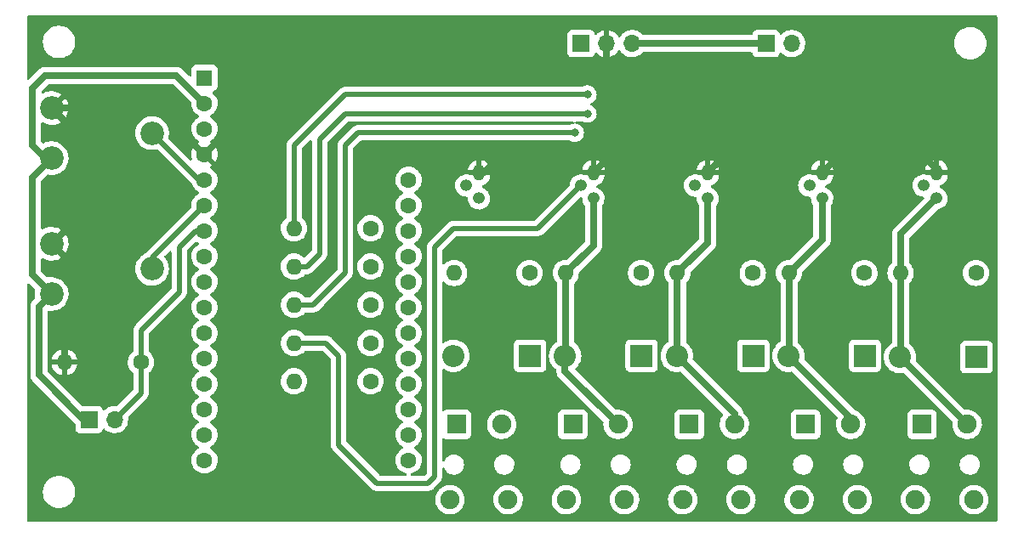
<source format=gbr>
%TF.GenerationSoftware,KiCad,Pcbnew,(6.0.5-0)*%
%TF.CreationDate,2022-05-25T14:46:02+02:00*%
%TF.ProjectId,vibrant,76696272-616e-4742-9e6b-696361645f70,rev?*%
%TF.SameCoordinates,Original*%
%TF.FileFunction,Copper,L2,Bot*%
%TF.FilePolarity,Positive*%
%FSLAX46Y46*%
G04 Gerber Fmt 4.6, Leading zero omitted, Abs format (unit mm)*
G04 Created by KiCad (PCBNEW (6.0.5-0)) date 2022-05-25 14:46:02*
%MOMM*%
%LPD*%
G01*
G04 APERTURE LIST*
%TA.AperFunction,ComponentPad*%
%ADD10O,1.200000X1.200000*%
%TD*%
%TA.AperFunction,ComponentPad*%
%ADD11O,1.200000X1.600000*%
%TD*%
%TA.AperFunction,ComponentPad*%
%ADD12C,1.600000*%
%TD*%
%TA.AperFunction,ComponentPad*%
%ADD13R,1.600000X1.600000*%
%TD*%
%TA.AperFunction,ComponentPad*%
%ADD14O,1.600000X1.600000*%
%TD*%
%TA.AperFunction,ComponentPad*%
%ADD15R,1.700000X1.700000*%
%TD*%
%TA.AperFunction,ComponentPad*%
%ADD16O,1.700000X1.700000*%
%TD*%
%TA.AperFunction,ComponentPad*%
%ADD17R,1.900000X1.900000*%
%TD*%
%TA.AperFunction,ComponentPad*%
%ADD18C,1.900000*%
%TD*%
%TA.AperFunction,ComponentPad*%
%ADD19C,2.340000*%
%TD*%
%TA.AperFunction,ComponentPad*%
%ADD20R,2.200000X2.200000*%
%TD*%
%TA.AperFunction,ComponentPad*%
%ADD21O,2.200000X2.200000*%
%TD*%
%TA.AperFunction,ViaPad*%
%ADD22C,0.800000*%
%TD*%
%TA.AperFunction,Conductor*%
%ADD23C,0.500000*%
%TD*%
%TA.AperFunction,Conductor*%
%ADD24C,0.700000*%
%TD*%
G04 APERTURE END LIST*
D10*
%TO.P,NPN1,3,C*%
%TO.N,Net-(CAP1-Pad2)*%
X116655276Y-68764724D03*
%TO.P,NPN1,2,B*%
%TO.N,Net-(NPN1-Pad2)*%
X115385276Y-67494724D03*
D11*
%TO.P,NPN1,1,E*%
%TO.N,GND*%
X116655276Y-66224724D03*
%TD*%
D12*
%TO.P,BRAIN1,28,VBAT*%
%TO.N,+3.3VP*%
X64109600Y-66929000D03*
%TO.P,BRAIN1,27,EN*%
%TO.N,unconnected-(BRAIN1-Pad27)*%
X64109600Y-69469000D03*
%TO.P,BRAIN1,26,USB*%
%TO.N,unconnected-(BRAIN1-Pad26)*%
X64109600Y-72009000D03*
%TO.P,BRAIN1,25,A12/IO13*%
%TO.N,Net-(BRAIN1-Pad25)*%
X64109600Y-74549000D03*
%TO.P,BRAIN1,24,A11/IO12*%
%TO.N,Net-(BRAIN1-Pad24)*%
X64109600Y-77089000D03*
%TO.P,BRAIN1,23,A10/IO27*%
%TO.N,Net-(BRAIN1-Pad23)*%
X64109600Y-79629000D03*
%TO.P,BRAIN1,22,A9/IO33*%
%TO.N,Net-(BRAIN1-Pad22)*%
X64109600Y-82169000D03*
%TO.P,BRAIN1,21,A8/IO15*%
%TO.N,unconnected-(BRAIN1-Pad21)*%
X64109600Y-84709000D03*
%TO.P,BRAIN1,20,A7/IO32*%
%TO.N,Net-(BRAIN1-Pad20)*%
X64109600Y-87249000D03*
%TO.P,BRAIN1,19,A6/IO14*%
%TO.N,unconnected-(BRAIN1-Pad19)*%
X64109600Y-89789000D03*
%TO.P,BRAIN1,18,SCL/IO22*%
%TO.N,unconnected-(BRAIN1-Pad18)*%
X64109600Y-92329000D03*
%TO.P,BRAIN1,17,SDA/IO23*%
%TO.N,unconnected-(BRAIN1-Pad17)*%
X64109600Y-94869000D03*
%TO.P,BRAIN1,16,IO21*%
%TO.N,unconnected-(BRAIN1-Pad16)*%
X43789600Y-94869000D03*
%TO.P,BRAIN1,15,TX/IO17*%
%TO.N,unconnected-(BRAIN1-Pad15)*%
X43789600Y-92329000D03*
%TO.P,BRAIN1,14,RX/IO16*%
%TO.N,unconnected-(BRAIN1-Pad14)*%
X43789600Y-89789000D03*
%TO.P,BRAIN1,13,MISO/IO19*%
%TO.N,unconnected-(BRAIN1-Pad13)*%
X43789600Y-87249000D03*
%TO.P,BRAIN1,12,MOSI/IO18*%
%TO.N,unconnected-(BRAIN1-Pad12)*%
X43789600Y-84709000D03*
%TO.P,BRAIN1,11,SCK/IO5*%
%TO.N,unconnected-(BRAIN1-Pad11)*%
X43789600Y-82169000D03*
%TO.P,BRAIN1,10,IO4/A5*%
%TO.N,unconnected-(BRAIN1-Pad10)*%
X43789600Y-79629000D03*
%TO.P,BRAIN1,9,IO36/A4*%
%TO.N,unconnected-(BRAIN1-Pad9)*%
X43789600Y-77089000D03*
%TO.P,BRAIN1,8,I39/A3*%
%TO.N,unconnected-(BRAIN1-Pad8)*%
X43789600Y-74549000D03*
%TO.P,BRAIN1,7,I34/A2*%
%TO.N,Net-(BRAIN1-Pad7)*%
X43789600Y-72009000D03*
%TO.P,BRAIN1,6,DAC1/A1*%
%TO.N,Net-(BRAIN1-Pad6)*%
X43789600Y-69469000D03*
%TO.P,BRAIN1,5,DAC2/A0*%
%TO.N,Net-(BRAIN1-Pad5)*%
X43789600Y-66929000D03*
%TO.P,BRAIN1,4,GND*%
%TO.N,GND*%
X43789600Y-64389000D03*
%TO.P,BRAIN1,3,NC*%
%TO.N,unconnected-(BRAIN1-Pad3)*%
X43789600Y-61849000D03*
%TO.P,BRAIN1,2,3V3*%
%TO.N,Net-(BRAIN1-Pad2)*%
X43789600Y-59309000D03*
D13*
%TO.P,BRAIN1,1,~{RESET}*%
%TO.N,unconnected-(BRAIN1-Pad1)*%
X43789600Y-56769000D03*
%TD*%
D10*
%TO.P,NPN5,3,C*%
%TO.N,Net-(CAP5-Pad2)*%
X71120000Y-68764724D03*
%TO.P,NPN5,2,B*%
%TO.N,Net-(NPN5-Pad2)*%
X69850000Y-67494724D03*
D11*
%TO.P,NPN5,1,E*%
%TO.N,GND*%
X71120000Y-66224724D03*
%TD*%
D14*
%TO.P,R5,2*%
%TO.N,Net-(NPN5-Pad2)*%
X52705000Y-86995000D03*
D12*
%TO.P,R5,1*%
%TO.N,Net-(BRAIN1-Pad20)*%
X60325000Y-86995000D03*
%TD*%
D15*
%TO.P,GP-Switch,1,A*%
%TO.N,unconnected-(SW1_GeneralPower1-Pad1)*%
X81280000Y-53340000D03*
D16*
%TO.P,GP-Switch,2,B*%
%TO.N,GND*%
X83820000Y-53340000D03*
%TO.P,GP-Switch,3,C*%
%TO.N,Net-(SW1_GeneralPower1-Pad3)*%
X86360000Y-53340000D03*
%TD*%
D17*
%TO.P,M5,R*%
%TO.N,unconnected-(J5-PadR)*%
X68870000Y-91290000D03*
D18*
%TO.P,M5,S*%
%TO.N,Net-(CAP5-Pad2)*%
X73370000Y-91290000D03*
%TO.P,M5,T*%
%TO.N,+3.3VP*%
X68220000Y-98790000D03*
X74020000Y-98790000D03*
%TD*%
%TO.P,M4,T*%
%TO.N,+3.3VP*%
X85608750Y-98790000D03*
X79808750Y-98790000D03*
%TO.P,M4,S*%
%TO.N,Net-(CAP4-Pad2)*%
X84958750Y-91290000D03*
D17*
%TO.P,M4,R*%
%TO.N,unconnected-(J4-PadR)*%
X80458750Y-91290000D03*
%TD*%
D18*
%TO.P,M3,T*%
%TO.N,+3.3VP*%
X97197500Y-98790000D03*
X91397500Y-98790000D03*
%TO.P,M3,S*%
%TO.N,Net-(CAP3-Pad2)*%
X96547500Y-91290000D03*
D17*
%TO.P,M3,R*%
%TO.N,unconnected-(J3-PadR)*%
X92047500Y-91290000D03*
%TD*%
D18*
%TO.P,M2,T*%
%TO.N,+3.3VP*%
X108786250Y-98790000D03*
X102986250Y-98790000D03*
%TO.P,M2,S*%
%TO.N,Net-(CAP2-Pad2)*%
X108136250Y-91290000D03*
D17*
%TO.P,M2,R*%
%TO.N,unconnected-(J2-PadR)*%
X103636250Y-91290000D03*
%TD*%
D15*
%TO.P,J1_Battery1,1,Pin_1*%
%TO.N,Net-(SW1_GeneralPower1-Pad3)*%
X99695000Y-53340000D03*
D16*
%TO.P,J1_Battery1,2,Pin_2*%
%TO.N,+3.3VP*%
X102235000Y-53340000D03*
%TD*%
D18*
%TO.P,M1,T*%
%TO.N,+3.3VP*%
X120375000Y-98790000D03*
X114575000Y-98790000D03*
%TO.P,M1,S*%
%TO.N,Net-(CAP1-Pad2)*%
X119725000Y-91290000D03*
D17*
%TO.P,M1,R*%
%TO.N,unconnected-(J1-PadR)*%
X115225000Y-91290000D03*
%TD*%
D19*
%TO.P,RV1-Potencia1,1,1*%
%TO.N,Net-(BRAIN1-Pad2)*%
X28572900Y-64755800D03*
%TO.P,RV1-Potencia1,2,2*%
%TO.N,Net-(BRAIN1-Pad5)*%
X38572900Y-62255800D03*
%TO.P,RV1-Potencia1,3,3*%
%TO.N,GND*%
X28572900Y-59755800D03*
%TD*%
D12*
%TO.P,CAP4,1*%
%TO.N,+3.3VP*%
X87252500Y-76200000D03*
D14*
%TO.P,CAP4,2*%
%TO.N,Net-(CAP4-Pad2)*%
X79752500Y-76200000D03*
%TD*%
D12*
%TO.P,R4,1*%
%TO.N,Net-(BRAIN1-Pad22)*%
X60325000Y-83185000D03*
D14*
%TO.P,R4,2*%
%TO.N,Net-(NPN4-Pad2)*%
X52705000Y-83185000D03*
%TD*%
D12*
%TO.P,CAP5,1*%
%TO.N,+3.3VP*%
X76140000Y-76200000D03*
D14*
%TO.P,CAP5,2*%
%TO.N,Net-(CAP5-Pad2)*%
X68640000Y-76200000D03*
%TD*%
D10*
%TO.P,NPN4,3,C*%
%TO.N,Net-(CAP4-Pad2)*%
X82503819Y-68764724D03*
%TO.P,NPN4,2,B*%
%TO.N,Net-(NPN4-Pad2)*%
X81233819Y-67494724D03*
D11*
%TO.P,NPN4,1,E*%
%TO.N,GND*%
X82503819Y-66224724D03*
%TD*%
D15*
%TO.P,SW-Mode1,1,1*%
%TO.N,Net-(BRAIN1-Pad2)*%
X32297900Y-90805000D03*
D16*
%TO.P,SW-Mode1,2,2*%
%TO.N,Net-(BRAIN1-Pad7)*%
X34837900Y-90805000D03*
%TD*%
D12*
%TO.P,CAP1,1*%
%TO.N,+3.3VP*%
X120590000Y-76200000D03*
D14*
%TO.P,CAP1,2*%
%TO.N,Net-(CAP1-Pad2)*%
X113090000Y-76200000D03*
%TD*%
D20*
%TO.P,D2,1,K*%
%TO.N,+3.3VP*%
X109537500Y-84455000D03*
D21*
%TO.P,D2,2,A*%
%TO.N,Net-(CAP2-Pad2)*%
X101917500Y-84455000D03*
%TD*%
D20*
%TO.P,D3,1,K*%
%TO.N,+3.3VP*%
X98425000Y-84455000D03*
D21*
%TO.P,D3,2,A*%
%TO.N,Net-(CAP3-Pad2)*%
X90805000Y-84455000D03*
%TD*%
D10*
%TO.P,NPN3,3,C*%
%TO.N,Net-(CAP3-Pad2)*%
X93887638Y-68764724D03*
%TO.P,NPN3,2,B*%
%TO.N,Net-(NPN3-Pad2)*%
X92617638Y-67494724D03*
D11*
%TO.P,NPN3,1,E*%
%TO.N,GND*%
X93887638Y-66224724D03*
%TD*%
D20*
%TO.P,D4,1,K*%
%TO.N,+3.3VP*%
X87312500Y-84455000D03*
D21*
%TO.P,D4,2,A*%
%TO.N,Net-(CAP4-Pad2)*%
X79692500Y-84455000D03*
%TD*%
D12*
%TO.P,CAP2,1*%
%TO.N,+3.3VP*%
X109477500Y-76200000D03*
D14*
%TO.P,CAP2,2*%
%TO.N,Net-(CAP2-Pad2)*%
X101977500Y-76200000D03*
%TD*%
D12*
%TO.P,R6-10K1,1*%
%TO.N,Net-(BRAIN1-Pad7)*%
X37465000Y-85090000D03*
D14*
%TO.P,R6-10K1,2*%
%TO.N,GND*%
X29845000Y-85090000D03*
%TD*%
D12*
%TO.P,CAP3,1*%
%TO.N,+3.3VP*%
X98365000Y-76200000D03*
D14*
%TO.P,CAP3,2*%
%TO.N,Net-(CAP3-Pad2)*%
X90865000Y-76200000D03*
%TD*%
D12*
%TO.P,R3,1*%
%TO.N,Net-(BRAIN1-Pad23)*%
X60325000Y-79375000D03*
D14*
%TO.P,R3,2*%
%TO.N,Net-(NPN3-Pad2)*%
X52705000Y-79375000D03*
%TD*%
D12*
%TO.P,R2,1*%
%TO.N,Net-(BRAIN1-Pad24)*%
X60325000Y-75565000D03*
D14*
%TO.P,R2,2*%
%TO.N,Net-(NPN2-Pad2)*%
X52705000Y-75565000D03*
%TD*%
D19*
%TO.P,RV2-Velocidad1,1,1*%
%TO.N,Net-(BRAIN1-Pad2)*%
X28572900Y-78294000D03*
%TO.P,RV2-Velocidad1,2,2*%
%TO.N,Net-(BRAIN1-Pad6)*%
X38572900Y-75794000D03*
%TO.P,RV2-Velocidad1,3,3*%
%TO.N,GND*%
X28572900Y-73294000D03*
%TD*%
D10*
%TO.P,NPN2,3,C*%
%TO.N,Net-(CAP2-Pad2)*%
X105271457Y-68764724D03*
%TO.P,NPN2,2,B*%
%TO.N,Net-(NPN2-Pad2)*%
X104001457Y-67494724D03*
D11*
%TO.P,NPN2,1,E*%
%TO.N,GND*%
X105271457Y-66224724D03*
%TD*%
D20*
%TO.P,D1,1,K*%
%TO.N,+3.3VP*%
X120650000Y-84583807D03*
D21*
%TO.P,D1,2,A*%
%TO.N,Net-(CAP1-Pad2)*%
X113030000Y-84583807D03*
%TD*%
D20*
%TO.P,D5,1,K*%
%TO.N,+3.3VP*%
X76200000Y-84455000D03*
D21*
%TO.P,D5,2,A*%
%TO.N,Net-(CAP5-Pad2)*%
X68580000Y-84455000D03*
%TD*%
D12*
%TO.P,R1,1*%
%TO.N,Net-(BRAIN1-Pad25)*%
X60325000Y-71755000D03*
D14*
%TO.P,R1,2*%
%TO.N,Net-(NPN1-Pad2)*%
X52705000Y-71755000D03*
%TD*%
D22*
%TO.N,Net-(NPN3-Pad2)*%
X80645000Y-62230000D03*
%TO.N,Net-(NPN2-Pad2)*%
X81915000Y-60325000D03*
%TO.N,Net-(NPN1-Pad2)*%
X81915000Y-58420000D03*
%TD*%
D23*
%TO.N,Net-(NPN4-Pad2)*%
X52705000Y-83185000D02*
X55880000Y-83185000D01*
X55880000Y-83185000D02*
X57150000Y-84455000D01*
X57150000Y-84455000D02*
X57150000Y-93345000D01*
X57150000Y-93345000D02*
X60960000Y-97155000D01*
X60960000Y-97155000D02*
X66040000Y-97155000D01*
X66040000Y-97155000D02*
X66675000Y-96520000D01*
X76973543Y-71755000D02*
X81233819Y-67494724D01*
X66675000Y-96520000D02*
X66675000Y-73660000D01*
X66675000Y-73660000D02*
X68580000Y-71755000D01*
X68580000Y-71755000D02*
X76973543Y-71755000D01*
D24*
%TO.N,Net-(BRAIN1-Pad2)*%
X26670000Y-76391100D02*
X26670000Y-66658700D01*
X26670000Y-57785000D02*
X26670000Y-63500000D01*
X28572900Y-78294000D02*
X26670000Y-76391100D01*
X26670000Y-66658700D02*
X28572900Y-64755800D01*
X40995600Y-56515000D02*
X27940000Y-56515000D01*
X27925800Y-64755800D02*
X28572900Y-64755800D01*
X27940000Y-56515000D02*
X26670000Y-57785000D01*
X43789600Y-59309000D02*
X40995600Y-56515000D01*
X26670000Y-63500000D02*
X27925800Y-64755800D01*
X31750000Y-90805000D02*
X27305000Y-86360000D01*
X27305000Y-79561900D02*
X28572900Y-78294000D01*
X27305000Y-86360000D02*
X27305000Y-79561900D01*
X32297900Y-90805000D02*
X31750000Y-90805000D01*
D23*
%TO.N,Net-(NPN3-Pad2)*%
X57785000Y-76200000D02*
X57785000Y-63500000D01*
X52705000Y-79375000D02*
X54610000Y-79375000D01*
X56515000Y-77470000D02*
X57785000Y-76200000D01*
X54610000Y-79375000D02*
X56515000Y-77470000D01*
X57785000Y-63500000D02*
X59055000Y-62230000D01*
X59055000Y-62230000D02*
X80645000Y-62230000D01*
%TO.N,Net-(NPN2-Pad2)*%
X55245000Y-62865000D02*
X57785000Y-60325000D01*
X57785000Y-60325000D02*
X81915000Y-60325000D01*
X52705000Y-75565000D02*
X53975000Y-75565000D01*
X55245000Y-74295000D02*
X55245000Y-62865000D01*
X53975000Y-75565000D02*
X55245000Y-74295000D01*
%TO.N,Net-(NPN1-Pad2)*%
X52705000Y-63500000D02*
X57785000Y-58420000D01*
X52705000Y-71755000D02*
X52705000Y-63500000D01*
X57785000Y-58420000D02*
X81915000Y-58420000D01*
D24*
%TO.N,GND*%
X43789600Y-64389000D02*
X51663600Y-56515000D01*
X51663600Y-56515000D02*
X83820000Y-56515000D01*
%TO.N,Net-(CAP4-Pad2)*%
X82503819Y-68764724D02*
X82503819Y-73448681D01*
X82503819Y-73448681D02*
X79752500Y-76200000D01*
%TO.N,Net-(CAP3-Pad2)*%
X93887638Y-68764724D02*
X93887638Y-73177362D01*
X93887638Y-73177362D02*
X90865000Y-76200000D01*
%TO.N,Net-(CAP2-Pad2)*%
X105271457Y-68764724D02*
X105271457Y-72906043D01*
X105271457Y-72906043D02*
X101977500Y-76200000D01*
%TO.N,Net-(CAP1-Pad2)*%
X116655276Y-68764724D02*
X113090000Y-72330000D01*
X113090000Y-72330000D02*
X113090000Y-76200000D01*
X113030000Y-84583807D02*
X119725000Y-91278807D01*
X119725000Y-91278807D02*
X119725000Y-91290000D01*
X113090000Y-76200000D02*
X113090000Y-84523807D01*
X113090000Y-84523807D02*
X113030000Y-84583807D01*
%TO.N,Net-(CAP2-Pad2)*%
X101917500Y-84455000D02*
X108136250Y-90673750D01*
X108136250Y-90673750D02*
X108136250Y-91290000D01*
X101977500Y-76200000D02*
X101977500Y-84395000D01*
X101977500Y-84395000D02*
X101917500Y-84455000D01*
%TO.N,Net-(CAP3-Pad2)*%
X90805000Y-84455000D02*
X96547500Y-90197500D01*
X96547500Y-90197500D02*
X96547500Y-91290000D01*
X90865000Y-76200000D02*
X90865000Y-84395000D01*
X90865000Y-84395000D02*
X90805000Y-84455000D01*
%TO.N,Net-(CAP4-Pad2)*%
X79692500Y-84455000D02*
X79692500Y-86023750D01*
X79692500Y-86023750D02*
X84958750Y-91290000D01*
X79752500Y-76200000D02*
X79752500Y-84395000D01*
X79752500Y-84395000D02*
X79692500Y-84455000D01*
%TO.N,Net-(SW1_GeneralPower1-Pad3)*%
X86360000Y-53340000D02*
X99695000Y-53340000D01*
%TO.N,GND*%
X73660000Y-64135000D02*
X80645000Y-64135000D01*
X80645000Y-64135000D02*
X85090000Y-64135000D01*
X83820000Y-53340000D02*
X83820000Y-60960000D01*
X83820000Y-60960000D02*
X80645000Y-64135000D01*
X95885000Y-64135000D02*
X107315000Y-64135000D01*
X107315000Y-64135000D02*
X114935000Y-64135000D01*
X105271457Y-66224724D02*
X105271457Y-66178543D01*
X105271457Y-66178543D02*
X107315000Y-64135000D01*
X85090000Y-64135000D02*
X95885000Y-64135000D01*
X95885000Y-64227362D02*
X95885000Y-64135000D01*
X93887638Y-66224724D02*
X95885000Y-64227362D01*
X84593543Y-64135000D02*
X85090000Y-64135000D01*
X82503819Y-66224724D02*
X84593543Y-64135000D01*
X116655276Y-65855276D02*
X116655276Y-66224724D01*
X71120000Y-66224724D02*
X71570276Y-66224724D01*
X71570276Y-66224724D02*
X73660000Y-64135000D01*
X114935000Y-64135000D02*
X116655276Y-65855276D01*
D23*
%TO.N,Net-(BRAIN1-Pad7)*%
X34837900Y-90805000D02*
X37465000Y-88177900D01*
X37465000Y-88177900D02*
X37465000Y-85090000D01*
X37465000Y-85090000D02*
X37465000Y-81915000D01*
X37465000Y-81915000D02*
X41275000Y-78105000D01*
X42926000Y-72009000D02*
X43789600Y-72009000D01*
X41275000Y-78105000D02*
X41275000Y-73660000D01*
X41275000Y-73660000D02*
X42926000Y-72009000D01*
D24*
%TO.N,GND*%
X29845000Y-81280000D02*
X31750000Y-79375000D01*
X31750000Y-79375000D02*
X31750000Y-76471100D01*
X29845000Y-85090000D02*
X29845000Y-81280000D01*
X31750000Y-76471100D02*
X28572900Y-73294000D01*
X39090600Y-59690000D02*
X37465000Y-59690000D01*
X37465000Y-59690000D02*
X37399200Y-59755800D01*
X30412100Y-61595000D02*
X31750000Y-61595000D01*
X31750000Y-61595000D02*
X32385000Y-62230000D01*
X37399200Y-59755800D02*
X28572900Y-59755800D01*
X32385000Y-62230000D02*
X32385000Y-69481900D01*
X32385000Y-69481900D02*
X28572900Y-73294000D01*
X43789600Y-64389000D02*
X39090600Y-59690000D01*
X28572900Y-59755800D02*
X30412100Y-61595000D01*
D23*
%TO.N,Net-(BRAIN1-Pad5)*%
X38572900Y-62255800D02*
X43246100Y-66929000D01*
X43246100Y-66929000D02*
X43789600Y-66929000D01*
%TO.N,Net-(BRAIN1-Pad6)*%
X38572900Y-75794000D02*
X38572900Y-74685700D01*
X38572900Y-74685700D02*
X43789600Y-69469000D01*
%TD*%
%TA.AperFunction,Conductor*%
%TO.N,GND*%
G36*
X122649021Y-50566502D02*
G01*
X122695514Y-50620158D01*
X122706900Y-50672500D01*
X122706900Y-100863900D01*
X122686898Y-100932021D01*
X122633242Y-100978514D01*
X122580900Y-100989900D01*
X26237700Y-100989900D01*
X26169579Y-100969898D01*
X26123086Y-100916242D01*
X26111700Y-100863900D01*
X26111700Y-98018600D01*
X27698126Y-98018600D01*
X27717991Y-98271003D01*
X27719145Y-98275810D01*
X27719146Y-98275816D01*
X27728224Y-98313627D01*
X27777095Y-98517191D01*
X27778988Y-98521762D01*
X27778989Y-98521764D01*
X27793222Y-98556124D01*
X27873984Y-98751102D01*
X28006272Y-98966976D01*
X28170702Y-99159498D01*
X28363224Y-99323928D01*
X28579098Y-99456216D01*
X28583668Y-99458109D01*
X28583672Y-99458111D01*
X28790443Y-99543758D01*
X28813009Y-99553105D01*
X28897632Y-99573421D01*
X29054384Y-99611054D01*
X29054390Y-99611055D01*
X29059197Y-99612209D01*
X29159016Y-99620065D01*
X29245945Y-99626907D01*
X29245952Y-99626907D01*
X29248401Y-99627100D01*
X29374799Y-99627100D01*
X29377248Y-99626907D01*
X29377255Y-99626907D01*
X29464184Y-99620065D01*
X29564003Y-99612209D01*
X29568810Y-99611055D01*
X29568816Y-99611054D01*
X29725568Y-99573421D01*
X29810191Y-99553105D01*
X29832757Y-99543758D01*
X30039528Y-99458111D01*
X30039532Y-99458109D01*
X30044102Y-99456216D01*
X30259976Y-99323928D01*
X30452498Y-99159498D01*
X30616928Y-98966976D01*
X30747291Y-98754244D01*
X66756938Y-98754244D01*
X66770744Y-98993680D01*
X66823470Y-99227646D01*
X66913702Y-99449859D01*
X67039014Y-99654351D01*
X67196043Y-99835630D01*
X67380571Y-99988828D01*
X67587643Y-100109831D01*
X67811697Y-100195389D01*
X67816763Y-100196420D01*
X67816764Y-100196420D01*
X67873039Y-100207869D01*
X68046716Y-100243204D01*
X68182264Y-100248174D01*
X68281225Y-100251803D01*
X68281229Y-100251803D01*
X68286389Y-100251992D01*
X68291509Y-100251336D01*
X68291511Y-100251336D01*
X68519151Y-100222175D01*
X68519152Y-100222175D01*
X68524279Y-100221518D01*
X68607935Y-100196420D01*
X68749042Y-100154086D01*
X68749047Y-100154084D01*
X68753997Y-100152599D01*
X68969374Y-100047087D01*
X68973579Y-100044087D01*
X68973585Y-100044084D01*
X69066516Y-99977796D01*
X69164627Y-99907815D01*
X69334511Y-99738523D01*
X69424998Y-99612597D01*
X69467747Y-99553105D01*
X69474463Y-99543758D01*
X69523240Y-99445067D01*
X69578433Y-99333392D01*
X69578434Y-99333390D01*
X69580727Y-99328750D01*
X69650447Y-99099274D01*
X69681752Y-98861492D01*
X69683499Y-98790000D01*
X69680559Y-98754244D01*
X72556938Y-98754244D01*
X72570744Y-98993680D01*
X72623470Y-99227646D01*
X72713702Y-99449859D01*
X72839014Y-99654351D01*
X72996043Y-99835630D01*
X73180571Y-99988828D01*
X73387643Y-100109831D01*
X73611697Y-100195389D01*
X73616763Y-100196420D01*
X73616764Y-100196420D01*
X73673039Y-100207869D01*
X73846716Y-100243204D01*
X73982264Y-100248174D01*
X74081225Y-100251803D01*
X74081229Y-100251803D01*
X74086389Y-100251992D01*
X74091509Y-100251336D01*
X74091511Y-100251336D01*
X74319151Y-100222175D01*
X74319152Y-100222175D01*
X74324279Y-100221518D01*
X74407935Y-100196420D01*
X74549042Y-100154086D01*
X74549047Y-100154084D01*
X74553997Y-100152599D01*
X74769374Y-100047087D01*
X74773579Y-100044087D01*
X74773585Y-100044084D01*
X74866516Y-99977796D01*
X74964627Y-99907815D01*
X75134511Y-99738523D01*
X75224998Y-99612597D01*
X75267747Y-99553105D01*
X75274463Y-99543758D01*
X75323240Y-99445067D01*
X75378433Y-99333392D01*
X75378434Y-99333390D01*
X75380727Y-99328750D01*
X75450447Y-99099274D01*
X75481752Y-98861492D01*
X75483499Y-98790000D01*
X75480559Y-98754244D01*
X78345688Y-98754244D01*
X78359494Y-98993680D01*
X78412220Y-99227646D01*
X78502452Y-99449859D01*
X78627764Y-99654351D01*
X78784793Y-99835630D01*
X78969321Y-99988828D01*
X79176393Y-100109831D01*
X79400447Y-100195389D01*
X79405513Y-100196420D01*
X79405514Y-100196420D01*
X79461789Y-100207869D01*
X79635466Y-100243204D01*
X79771014Y-100248174D01*
X79869975Y-100251803D01*
X79869979Y-100251803D01*
X79875139Y-100251992D01*
X79880259Y-100251336D01*
X79880261Y-100251336D01*
X80107901Y-100222175D01*
X80107902Y-100222175D01*
X80113029Y-100221518D01*
X80196685Y-100196420D01*
X80337792Y-100154086D01*
X80337797Y-100154084D01*
X80342747Y-100152599D01*
X80558124Y-100047087D01*
X80562329Y-100044087D01*
X80562335Y-100044084D01*
X80655266Y-99977796D01*
X80753377Y-99907815D01*
X80923261Y-99738523D01*
X81013748Y-99612597D01*
X81056497Y-99553105D01*
X81063213Y-99543758D01*
X81111990Y-99445067D01*
X81167183Y-99333392D01*
X81167184Y-99333390D01*
X81169477Y-99328750D01*
X81239197Y-99099274D01*
X81270502Y-98861492D01*
X81272249Y-98790000D01*
X81269309Y-98754244D01*
X84145688Y-98754244D01*
X84159494Y-98993680D01*
X84212220Y-99227646D01*
X84302452Y-99449859D01*
X84427764Y-99654351D01*
X84584793Y-99835630D01*
X84769321Y-99988828D01*
X84976393Y-100109831D01*
X85200447Y-100195389D01*
X85205513Y-100196420D01*
X85205514Y-100196420D01*
X85261789Y-100207869D01*
X85435466Y-100243204D01*
X85571014Y-100248174D01*
X85669975Y-100251803D01*
X85669979Y-100251803D01*
X85675139Y-100251992D01*
X85680259Y-100251336D01*
X85680261Y-100251336D01*
X85907901Y-100222175D01*
X85907902Y-100222175D01*
X85913029Y-100221518D01*
X85996685Y-100196420D01*
X86137792Y-100154086D01*
X86137797Y-100154084D01*
X86142747Y-100152599D01*
X86358124Y-100047087D01*
X86362329Y-100044087D01*
X86362335Y-100044084D01*
X86455266Y-99977796D01*
X86553377Y-99907815D01*
X86723261Y-99738523D01*
X86813748Y-99612597D01*
X86856497Y-99553105D01*
X86863213Y-99543758D01*
X86911990Y-99445067D01*
X86967183Y-99333392D01*
X86967184Y-99333390D01*
X86969477Y-99328750D01*
X87039197Y-99099274D01*
X87070502Y-98861492D01*
X87072249Y-98790000D01*
X87069309Y-98754244D01*
X89934438Y-98754244D01*
X89948244Y-98993680D01*
X90000970Y-99227646D01*
X90091202Y-99449859D01*
X90216514Y-99654351D01*
X90373543Y-99835630D01*
X90558071Y-99988828D01*
X90765143Y-100109831D01*
X90989197Y-100195389D01*
X90994263Y-100196420D01*
X90994264Y-100196420D01*
X91050539Y-100207869D01*
X91224216Y-100243204D01*
X91359764Y-100248174D01*
X91458725Y-100251803D01*
X91458729Y-100251803D01*
X91463889Y-100251992D01*
X91469009Y-100251336D01*
X91469011Y-100251336D01*
X91696651Y-100222175D01*
X91696652Y-100222175D01*
X91701779Y-100221518D01*
X91785435Y-100196420D01*
X91926542Y-100154086D01*
X91926547Y-100154084D01*
X91931497Y-100152599D01*
X92146874Y-100047087D01*
X92151079Y-100044087D01*
X92151085Y-100044084D01*
X92244016Y-99977796D01*
X92342127Y-99907815D01*
X92512011Y-99738523D01*
X92602498Y-99612597D01*
X92645247Y-99553105D01*
X92651963Y-99543758D01*
X92700740Y-99445067D01*
X92755933Y-99333392D01*
X92755934Y-99333390D01*
X92758227Y-99328750D01*
X92827947Y-99099274D01*
X92859252Y-98861492D01*
X92860999Y-98790000D01*
X92858059Y-98754244D01*
X95734438Y-98754244D01*
X95748244Y-98993680D01*
X95800970Y-99227646D01*
X95891202Y-99449859D01*
X96016514Y-99654351D01*
X96173543Y-99835630D01*
X96358071Y-99988828D01*
X96565143Y-100109831D01*
X96789197Y-100195389D01*
X96794263Y-100196420D01*
X96794264Y-100196420D01*
X96850539Y-100207869D01*
X97024216Y-100243204D01*
X97159764Y-100248174D01*
X97258725Y-100251803D01*
X97258729Y-100251803D01*
X97263889Y-100251992D01*
X97269009Y-100251336D01*
X97269011Y-100251336D01*
X97496651Y-100222175D01*
X97496652Y-100222175D01*
X97501779Y-100221518D01*
X97585435Y-100196420D01*
X97726542Y-100154086D01*
X97726547Y-100154084D01*
X97731497Y-100152599D01*
X97946874Y-100047087D01*
X97951079Y-100044087D01*
X97951085Y-100044084D01*
X98044016Y-99977796D01*
X98142127Y-99907815D01*
X98312011Y-99738523D01*
X98402498Y-99612597D01*
X98445247Y-99553105D01*
X98451963Y-99543758D01*
X98500740Y-99445067D01*
X98555933Y-99333392D01*
X98555934Y-99333390D01*
X98558227Y-99328750D01*
X98627947Y-99099274D01*
X98659252Y-98861492D01*
X98660999Y-98790000D01*
X98658059Y-98754244D01*
X101523188Y-98754244D01*
X101536994Y-98993680D01*
X101589720Y-99227646D01*
X101679952Y-99449859D01*
X101805264Y-99654351D01*
X101962293Y-99835630D01*
X102146821Y-99988828D01*
X102353893Y-100109831D01*
X102577947Y-100195389D01*
X102583013Y-100196420D01*
X102583014Y-100196420D01*
X102639289Y-100207869D01*
X102812966Y-100243204D01*
X102948514Y-100248174D01*
X103047475Y-100251803D01*
X103047479Y-100251803D01*
X103052639Y-100251992D01*
X103057759Y-100251336D01*
X103057761Y-100251336D01*
X103285401Y-100222175D01*
X103285402Y-100222175D01*
X103290529Y-100221518D01*
X103374185Y-100196420D01*
X103515292Y-100154086D01*
X103515297Y-100154084D01*
X103520247Y-100152599D01*
X103735624Y-100047087D01*
X103739829Y-100044087D01*
X103739835Y-100044084D01*
X103832766Y-99977796D01*
X103930877Y-99907815D01*
X104100761Y-99738523D01*
X104191248Y-99612597D01*
X104233997Y-99553105D01*
X104240713Y-99543758D01*
X104289490Y-99445067D01*
X104344683Y-99333392D01*
X104344684Y-99333390D01*
X104346977Y-99328750D01*
X104416697Y-99099274D01*
X104448002Y-98861492D01*
X104449749Y-98790000D01*
X104446809Y-98754244D01*
X107323188Y-98754244D01*
X107336994Y-98993680D01*
X107389720Y-99227646D01*
X107479952Y-99449859D01*
X107605264Y-99654351D01*
X107762293Y-99835630D01*
X107946821Y-99988828D01*
X108153893Y-100109831D01*
X108377947Y-100195389D01*
X108383013Y-100196420D01*
X108383014Y-100196420D01*
X108439289Y-100207869D01*
X108612966Y-100243204D01*
X108748514Y-100248174D01*
X108847475Y-100251803D01*
X108847479Y-100251803D01*
X108852639Y-100251992D01*
X108857759Y-100251336D01*
X108857761Y-100251336D01*
X109085401Y-100222175D01*
X109085402Y-100222175D01*
X109090529Y-100221518D01*
X109174185Y-100196420D01*
X109315292Y-100154086D01*
X109315297Y-100154084D01*
X109320247Y-100152599D01*
X109535624Y-100047087D01*
X109539829Y-100044087D01*
X109539835Y-100044084D01*
X109632766Y-99977796D01*
X109730877Y-99907815D01*
X109900761Y-99738523D01*
X109991248Y-99612597D01*
X110033997Y-99553105D01*
X110040713Y-99543758D01*
X110089490Y-99445067D01*
X110144683Y-99333392D01*
X110144684Y-99333390D01*
X110146977Y-99328750D01*
X110216697Y-99099274D01*
X110248002Y-98861492D01*
X110249749Y-98790000D01*
X110246809Y-98754244D01*
X113111938Y-98754244D01*
X113125744Y-98993680D01*
X113178470Y-99227646D01*
X113268702Y-99449859D01*
X113394014Y-99654351D01*
X113551043Y-99835630D01*
X113735571Y-99988828D01*
X113942643Y-100109831D01*
X114166697Y-100195389D01*
X114171763Y-100196420D01*
X114171764Y-100196420D01*
X114228039Y-100207869D01*
X114401716Y-100243204D01*
X114537264Y-100248174D01*
X114636225Y-100251803D01*
X114636229Y-100251803D01*
X114641389Y-100251992D01*
X114646509Y-100251336D01*
X114646511Y-100251336D01*
X114874151Y-100222175D01*
X114874152Y-100222175D01*
X114879279Y-100221518D01*
X114962935Y-100196420D01*
X115104042Y-100154086D01*
X115104047Y-100154084D01*
X115108997Y-100152599D01*
X115324374Y-100047087D01*
X115328579Y-100044087D01*
X115328585Y-100044084D01*
X115421516Y-99977796D01*
X115519627Y-99907815D01*
X115689511Y-99738523D01*
X115779998Y-99612597D01*
X115822747Y-99553105D01*
X115829463Y-99543758D01*
X115878240Y-99445067D01*
X115933433Y-99333392D01*
X115933434Y-99333390D01*
X115935727Y-99328750D01*
X116005447Y-99099274D01*
X116036752Y-98861492D01*
X116038499Y-98790000D01*
X116035559Y-98754244D01*
X118911938Y-98754244D01*
X118925744Y-98993680D01*
X118978470Y-99227646D01*
X119068702Y-99449859D01*
X119194014Y-99654351D01*
X119351043Y-99835630D01*
X119535571Y-99988828D01*
X119742643Y-100109831D01*
X119966697Y-100195389D01*
X119971763Y-100196420D01*
X119971764Y-100196420D01*
X120028039Y-100207869D01*
X120201716Y-100243204D01*
X120337264Y-100248174D01*
X120436225Y-100251803D01*
X120436229Y-100251803D01*
X120441389Y-100251992D01*
X120446509Y-100251336D01*
X120446511Y-100251336D01*
X120674151Y-100222175D01*
X120674152Y-100222175D01*
X120679279Y-100221518D01*
X120762935Y-100196420D01*
X120904042Y-100154086D01*
X120904047Y-100154084D01*
X120908997Y-100152599D01*
X121124374Y-100047087D01*
X121128579Y-100044087D01*
X121128585Y-100044084D01*
X121221516Y-99977796D01*
X121319627Y-99907815D01*
X121489511Y-99738523D01*
X121579998Y-99612597D01*
X121622747Y-99553105D01*
X121629463Y-99543758D01*
X121678240Y-99445067D01*
X121733433Y-99333392D01*
X121733434Y-99333390D01*
X121735727Y-99328750D01*
X121805447Y-99099274D01*
X121836752Y-98861492D01*
X121838499Y-98790000D01*
X121832001Y-98710970D01*
X121819271Y-98556124D01*
X121819270Y-98556118D01*
X121818847Y-98550973D01*
X121760420Y-98318364D01*
X121758364Y-98313634D01*
X121758361Y-98313627D01*
X121666847Y-98103159D01*
X121666845Y-98103156D01*
X121664787Y-98098422D01*
X121647574Y-98071814D01*
X121537325Y-97901396D01*
X121537323Y-97901393D01*
X121534515Y-97897053D01*
X121511581Y-97871848D01*
X121376582Y-97723487D01*
X121376580Y-97723486D01*
X121373104Y-97719665D01*
X121369053Y-97716466D01*
X121369049Y-97716462D01*
X121188946Y-97574226D01*
X121184888Y-97571021D01*
X120974922Y-97455113D01*
X120852458Y-97411746D01*
X120753720Y-97376781D01*
X120753716Y-97376780D01*
X120748845Y-97375055D01*
X120743752Y-97374148D01*
X120743749Y-97374147D01*
X120517816Y-97333902D01*
X120517810Y-97333901D01*
X120512727Y-97332996D01*
X120425460Y-97331930D01*
X120278081Y-97330129D01*
X120278079Y-97330129D01*
X120272911Y-97330066D01*
X120035837Y-97366343D01*
X119807871Y-97440854D01*
X119803279Y-97443244D01*
X119803280Y-97443244D01*
X119664601Y-97515436D01*
X119595136Y-97551597D01*
X119591003Y-97554700D01*
X119591000Y-97554702D01*
X119417970Y-97684617D01*
X119403345Y-97695598D01*
X119399773Y-97699336D01*
X119254260Y-97851607D01*
X119237648Y-97868990D01*
X119234734Y-97873262D01*
X119234733Y-97873263D01*
X119216213Y-97900413D01*
X119102495Y-98067117D01*
X119100315Y-98071814D01*
X119007854Y-98271003D01*
X119001516Y-98284656D01*
X118937424Y-98515768D01*
X118911938Y-98754244D01*
X116035559Y-98754244D01*
X116032001Y-98710970D01*
X116019271Y-98556124D01*
X116019270Y-98556118D01*
X116018847Y-98550973D01*
X115960420Y-98318364D01*
X115958364Y-98313634D01*
X115958361Y-98313627D01*
X115866847Y-98103159D01*
X115866845Y-98103156D01*
X115864787Y-98098422D01*
X115847574Y-98071814D01*
X115737325Y-97901396D01*
X115737323Y-97901393D01*
X115734515Y-97897053D01*
X115711581Y-97871848D01*
X115576582Y-97723487D01*
X115576580Y-97723486D01*
X115573104Y-97719665D01*
X115569053Y-97716466D01*
X115569049Y-97716462D01*
X115388946Y-97574226D01*
X115384888Y-97571021D01*
X115174922Y-97455113D01*
X115052458Y-97411746D01*
X114953720Y-97376781D01*
X114953716Y-97376780D01*
X114948845Y-97375055D01*
X114943752Y-97374148D01*
X114943749Y-97374147D01*
X114717816Y-97333902D01*
X114717810Y-97333901D01*
X114712727Y-97332996D01*
X114625460Y-97331930D01*
X114478081Y-97330129D01*
X114478079Y-97330129D01*
X114472911Y-97330066D01*
X114235837Y-97366343D01*
X114007871Y-97440854D01*
X114003279Y-97443244D01*
X114003280Y-97443244D01*
X113864601Y-97515436D01*
X113795136Y-97551597D01*
X113791003Y-97554700D01*
X113791000Y-97554702D01*
X113617970Y-97684617D01*
X113603345Y-97695598D01*
X113599773Y-97699336D01*
X113454260Y-97851607D01*
X113437648Y-97868990D01*
X113434734Y-97873262D01*
X113434733Y-97873263D01*
X113416213Y-97900413D01*
X113302495Y-98067117D01*
X113300315Y-98071814D01*
X113207854Y-98271003D01*
X113201516Y-98284656D01*
X113137424Y-98515768D01*
X113111938Y-98754244D01*
X110246809Y-98754244D01*
X110243251Y-98710970D01*
X110230521Y-98556124D01*
X110230520Y-98556118D01*
X110230097Y-98550973D01*
X110171670Y-98318364D01*
X110169614Y-98313634D01*
X110169611Y-98313627D01*
X110078097Y-98103159D01*
X110078095Y-98103156D01*
X110076037Y-98098422D01*
X110058824Y-98071814D01*
X109948575Y-97901396D01*
X109948573Y-97901393D01*
X109945765Y-97897053D01*
X109922831Y-97871848D01*
X109787832Y-97723487D01*
X109787830Y-97723486D01*
X109784354Y-97719665D01*
X109780303Y-97716466D01*
X109780299Y-97716462D01*
X109600196Y-97574226D01*
X109596138Y-97571021D01*
X109386172Y-97455113D01*
X109263708Y-97411746D01*
X109164970Y-97376781D01*
X109164966Y-97376780D01*
X109160095Y-97375055D01*
X109155002Y-97374148D01*
X109154999Y-97374147D01*
X108929066Y-97333902D01*
X108929060Y-97333901D01*
X108923977Y-97332996D01*
X108836710Y-97331930D01*
X108689331Y-97330129D01*
X108689329Y-97330129D01*
X108684161Y-97330066D01*
X108447087Y-97366343D01*
X108219121Y-97440854D01*
X108214529Y-97443244D01*
X108214530Y-97443244D01*
X108075851Y-97515436D01*
X108006386Y-97551597D01*
X108002253Y-97554700D01*
X108002250Y-97554702D01*
X107829220Y-97684617D01*
X107814595Y-97695598D01*
X107811023Y-97699336D01*
X107665510Y-97851607D01*
X107648898Y-97868990D01*
X107645984Y-97873262D01*
X107645983Y-97873263D01*
X107627463Y-97900413D01*
X107513745Y-98067117D01*
X107511565Y-98071814D01*
X107419104Y-98271003D01*
X107412766Y-98284656D01*
X107348674Y-98515768D01*
X107323188Y-98754244D01*
X104446809Y-98754244D01*
X104443251Y-98710970D01*
X104430521Y-98556124D01*
X104430520Y-98556118D01*
X104430097Y-98550973D01*
X104371670Y-98318364D01*
X104369614Y-98313634D01*
X104369611Y-98313627D01*
X104278097Y-98103159D01*
X104278095Y-98103156D01*
X104276037Y-98098422D01*
X104258824Y-98071814D01*
X104148575Y-97901396D01*
X104148573Y-97901393D01*
X104145765Y-97897053D01*
X104122831Y-97871848D01*
X103987832Y-97723487D01*
X103987830Y-97723486D01*
X103984354Y-97719665D01*
X103980303Y-97716466D01*
X103980299Y-97716462D01*
X103800196Y-97574226D01*
X103796138Y-97571021D01*
X103586172Y-97455113D01*
X103463708Y-97411746D01*
X103364970Y-97376781D01*
X103364966Y-97376780D01*
X103360095Y-97375055D01*
X103355002Y-97374148D01*
X103354999Y-97374147D01*
X103129066Y-97333902D01*
X103129060Y-97333901D01*
X103123977Y-97332996D01*
X103036710Y-97331930D01*
X102889331Y-97330129D01*
X102889329Y-97330129D01*
X102884161Y-97330066D01*
X102647087Y-97366343D01*
X102419121Y-97440854D01*
X102414529Y-97443244D01*
X102414530Y-97443244D01*
X102275851Y-97515436D01*
X102206386Y-97551597D01*
X102202253Y-97554700D01*
X102202250Y-97554702D01*
X102029220Y-97684617D01*
X102014595Y-97695598D01*
X102011023Y-97699336D01*
X101865510Y-97851607D01*
X101848898Y-97868990D01*
X101845984Y-97873262D01*
X101845983Y-97873263D01*
X101827463Y-97900413D01*
X101713745Y-98067117D01*
X101711565Y-98071814D01*
X101619104Y-98271003D01*
X101612766Y-98284656D01*
X101548674Y-98515768D01*
X101523188Y-98754244D01*
X98658059Y-98754244D01*
X98654501Y-98710970D01*
X98641771Y-98556124D01*
X98641770Y-98556118D01*
X98641347Y-98550973D01*
X98582920Y-98318364D01*
X98580864Y-98313634D01*
X98580861Y-98313627D01*
X98489347Y-98103159D01*
X98489345Y-98103156D01*
X98487287Y-98098422D01*
X98470074Y-98071814D01*
X98359825Y-97901396D01*
X98359823Y-97901393D01*
X98357015Y-97897053D01*
X98334081Y-97871848D01*
X98199082Y-97723487D01*
X98199080Y-97723486D01*
X98195604Y-97719665D01*
X98191553Y-97716466D01*
X98191549Y-97716462D01*
X98011446Y-97574226D01*
X98007388Y-97571021D01*
X97797422Y-97455113D01*
X97674958Y-97411746D01*
X97576220Y-97376781D01*
X97576216Y-97376780D01*
X97571345Y-97375055D01*
X97566252Y-97374148D01*
X97566249Y-97374147D01*
X97340316Y-97333902D01*
X97340310Y-97333901D01*
X97335227Y-97332996D01*
X97247960Y-97331930D01*
X97100581Y-97330129D01*
X97100579Y-97330129D01*
X97095411Y-97330066D01*
X96858337Y-97366343D01*
X96630371Y-97440854D01*
X96625779Y-97443244D01*
X96625780Y-97443244D01*
X96487101Y-97515436D01*
X96417636Y-97551597D01*
X96413503Y-97554700D01*
X96413500Y-97554702D01*
X96240470Y-97684617D01*
X96225845Y-97695598D01*
X96222273Y-97699336D01*
X96076760Y-97851607D01*
X96060148Y-97868990D01*
X96057234Y-97873262D01*
X96057233Y-97873263D01*
X96038713Y-97900413D01*
X95924995Y-98067117D01*
X95922815Y-98071814D01*
X95830354Y-98271003D01*
X95824016Y-98284656D01*
X95759924Y-98515768D01*
X95734438Y-98754244D01*
X92858059Y-98754244D01*
X92854501Y-98710970D01*
X92841771Y-98556124D01*
X92841770Y-98556118D01*
X92841347Y-98550973D01*
X92782920Y-98318364D01*
X92780864Y-98313634D01*
X92780861Y-98313627D01*
X92689347Y-98103159D01*
X92689345Y-98103156D01*
X92687287Y-98098422D01*
X92670074Y-98071814D01*
X92559825Y-97901396D01*
X92559823Y-97901393D01*
X92557015Y-97897053D01*
X92534081Y-97871848D01*
X92399082Y-97723487D01*
X92399080Y-97723486D01*
X92395604Y-97719665D01*
X92391553Y-97716466D01*
X92391549Y-97716462D01*
X92211446Y-97574226D01*
X92207388Y-97571021D01*
X91997422Y-97455113D01*
X91874958Y-97411746D01*
X91776220Y-97376781D01*
X91776216Y-97376780D01*
X91771345Y-97375055D01*
X91766252Y-97374148D01*
X91766249Y-97374147D01*
X91540316Y-97333902D01*
X91540310Y-97333901D01*
X91535227Y-97332996D01*
X91447960Y-97331930D01*
X91300581Y-97330129D01*
X91300579Y-97330129D01*
X91295411Y-97330066D01*
X91058337Y-97366343D01*
X90830371Y-97440854D01*
X90825779Y-97443244D01*
X90825780Y-97443244D01*
X90687101Y-97515436D01*
X90617636Y-97551597D01*
X90613503Y-97554700D01*
X90613500Y-97554702D01*
X90440470Y-97684617D01*
X90425845Y-97695598D01*
X90422273Y-97699336D01*
X90276760Y-97851607D01*
X90260148Y-97868990D01*
X90257234Y-97873262D01*
X90257233Y-97873263D01*
X90238713Y-97900413D01*
X90124995Y-98067117D01*
X90122815Y-98071814D01*
X90030354Y-98271003D01*
X90024016Y-98284656D01*
X89959924Y-98515768D01*
X89934438Y-98754244D01*
X87069309Y-98754244D01*
X87065751Y-98710970D01*
X87053021Y-98556124D01*
X87053020Y-98556118D01*
X87052597Y-98550973D01*
X86994170Y-98318364D01*
X86992114Y-98313634D01*
X86992111Y-98313627D01*
X86900597Y-98103159D01*
X86900595Y-98103156D01*
X86898537Y-98098422D01*
X86881324Y-98071814D01*
X86771075Y-97901396D01*
X86771073Y-97901393D01*
X86768265Y-97897053D01*
X86745331Y-97871848D01*
X86610332Y-97723487D01*
X86610330Y-97723486D01*
X86606854Y-97719665D01*
X86602803Y-97716466D01*
X86602799Y-97716462D01*
X86422696Y-97574226D01*
X86418638Y-97571021D01*
X86208672Y-97455113D01*
X86086208Y-97411746D01*
X85987470Y-97376781D01*
X85987466Y-97376780D01*
X85982595Y-97375055D01*
X85977502Y-97374148D01*
X85977499Y-97374147D01*
X85751566Y-97333902D01*
X85751560Y-97333901D01*
X85746477Y-97332996D01*
X85659210Y-97331930D01*
X85511831Y-97330129D01*
X85511829Y-97330129D01*
X85506661Y-97330066D01*
X85269587Y-97366343D01*
X85041621Y-97440854D01*
X85037029Y-97443244D01*
X85037030Y-97443244D01*
X84898351Y-97515436D01*
X84828886Y-97551597D01*
X84824753Y-97554700D01*
X84824750Y-97554702D01*
X84651720Y-97684617D01*
X84637095Y-97695598D01*
X84633523Y-97699336D01*
X84488010Y-97851607D01*
X84471398Y-97868990D01*
X84468484Y-97873262D01*
X84468483Y-97873263D01*
X84449963Y-97900413D01*
X84336245Y-98067117D01*
X84334065Y-98071814D01*
X84241604Y-98271003D01*
X84235266Y-98284656D01*
X84171174Y-98515768D01*
X84145688Y-98754244D01*
X81269309Y-98754244D01*
X81265751Y-98710970D01*
X81253021Y-98556124D01*
X81253020Y-98556118D01*
X81252597Y-98550973D01*
X81194170Y-98318364D01*
X81192114Y-98313634D01*
X81192111Y-98313627D01*
X81100597Y-98103159D01*
X81100595Y-98103156D01*
X81098537Y-98098422D01*
X81081324Y-98071814D01*
X80971075Y-97901396D01*
X80971073Y-97901393D01*
X80968265Y-97897053D01*
X80945331Y-97871848D01*
X80810332Y-97723487D01*
X80810330Y-97723486D01*
X80806854Y-97719665D01*
X80802803Y-97716466D01*
X80802799Y-97716462D01*
X80622696Y-97574226D01*
X80618638Y-97571021D01*
X80408672Y-97455113D01*
X80286208Y-97411746D01*
X80187470Y-97376781D01*
X80187466Y-97376780D01*
X80182595Y-97375055D01*
X80177502Y-97374148D01*
X80177499Y-97374147D01*
X79951566Y-97333902D01*
X79951560Y-97333901D01*
X79946477Y-97332996D01*
X79859210Y-97331930D01*
X79711831Y-97330129D01*
X79711829Y-97330129D01*
X79706661Y-97330066D01*
X79469587Y-97366343D01*
X79241621Y-97440854D01*
X79237029Y-97443244D01*
X79237030Y-97443244D01*
X79098351Y-97515436D01*
X79028886Y-97551597D01*
X79024753Y-97554700D01*
X79024750Y-97554702D01*
X78851720Y-97684617D01*
X78837095Y-97695598D01*
X78833523Y-97699336D01*
X78688010Y-97851607D01*
X78671398Y-97868990D01*
X78668484Y-97873262D01*
X78668483Y-97873263D01*
X78649963Y-97900413D01*
X78536245Y-98067117D01*
X78534065Y-98071814D01*
X78441604Y-98271003D01*
X78435266Y-98284656D01*
X78371174Y-98515768D01*
X78345688Y-98754244D01*
X75480559Y-98754244D01*
X75477001Y-98710970D01*
X75464271Y-98556124D01*
X75464270Y-98556118D01*
X75463847Y-98550973D01*
X75405420Y-98318364D01*
X75403364Y-98313634D01*
X75403361Y-98313627D01*
X75311847Y-98103159D01*
X75311845Y-98103156D01*
X75309787Y-98098422D01*
X75292574Y-98071814D01*
X75182325Y-97901396D01*
X75182323Y-97901393D01*
X75179515Y-97897053D01*
X75156581Y-97871848D01*
X75021582Y-97723487D01*
X75021580Y-97723486D01*
X75018104Y-97719665D01*
X75014053Y-97716466D01*
X75014049Y-97716462D01*
X74833946Y-97574226D01*
X74829888Y-97571021D01*
X74619922Y-97455113D01*
X74497458Y-97411746D01*
X74398720Y-97376781D01*
X74398716Y-97376780D01*
X74393845Y-97375055D01*
X74388752Y-97374148D01*
X74388749Y-97374147D01*
X74162816Y-97333902D01*
X74162810Y-97333901D01*
X74157727Y-97332996D01*
X74070460Y-97331930D01*
X73923081Y-97330129D01*
X73923079Y-97330129D01*
X73917911Y-97330066D01*
X73680837Y-97366343D01*
X73452871Y-97440854D01*
X73448279Y-97443244D01*
X73448280Y-97443244D01*
X73309601Y-97515436D01*
X73240136Y-97551597D01*
X73236003Y-97554700D01*
X73236000Y-97554702D01*
X73062970Y-97684617D01*
X73048345Y-97695598D01*
X73044773Y-97699336D01*
X72899260Y-97851607D01*
X72882648Y-97868990D01*
X72879734Y-97873262D01*
X72879733Y-97873263D01*
X72861213Y-97900413D01*
X72747495Y-98067117D01*
X72745315Y-98071814D01*
X72652854Y-98271003D01*
X72646516Y-98284656D01*
X72582424Y-98515768D01*
X72556938Y-98754244D01*
X69680559Y-98754244D01*
X69677001Y-98710970D01*
X69664271Y-98556124D01*
X69664270Y-98556118D01*
X69663847Y-98550973D01*
X69605420Y-98318364D01*
X69603364Y-98313634D01*
X69603361Y-98313627D01*
X69511847Y-98103159D01*
X69511845Y-98103156D01*
X69509787Y-98098422D01*
X69492574Y-98071814D01*
X69382325Y-97901396D01*
X69382323Y-97901393D01*
X69379515Y-97897053D01*
X69356581Y-97871848D01*
X69221582Y-97723487D01*
X69221580Y-97723486D01*
X69218104Y-97719665D01*
X69214053Y-97716466D01*
X69214049Y-97716462D01*
X69033946Y-97574226D01*
X69029888Y-97571021D01*
X68819922Y-97455113D01*
X68697458Y-97411746D01*
X68598720Y-97376781D01*
X68598716Y-97376780D01*
X68593845Y-97375055D01*
X68588752Y-97374148D01*
X68588749Y-97374147D01*
X68362816Y-97333902D01*
X68362810Y-97333901D01*
X68357727Y-97332996D01*
X68270460Y-97331930D01*
X68123081Y-97330129D01*
X68123079Y-97330129D01*
X68117911Y-97330066D01*
X67880837Y-97366343D01*
X67652871Y-97440854D01*
X67648279Y-97443244D01*
X67648280Y-97443244D01*
X67509601Y-97515436D01*
X67440136Y-97551597D01*
X67436003Y-97554700D01*
X67436000Y-97554702D01*
X67262970Y-97684617D01*
X67248345Y-97695598D01*
X67244773Y-97699336D01*
X67099260Y-97851607D01*
X67082648Y-97868990D01*
X67079734Y-97873262D01*
X67079733Y-97873263D01*
X67061213Y-97900413D01*
X66947495Y-98067117D01*
X66945315Y-98071814D01*
X66852854Y-98271003D01*
X66846516Y-98284656D01*
X66782424Y-98515768D01*
X66756938Y-98754244D01*
X30747291Y-98754244D01*
X30749216Y-98751102D01*
X30829979Y-98556124D01*
X30844211Y-98521764D01*
X30844212Y-98521762D01*
X30846105Y-98517191D01*
X30894976Y-98313627D01*
X30904054Y-98275816D01*
X30904055Y-98275810D01*
X30905209Y-98271003D01*
X30925074Y-98018600D01*
X30905209Y-97766197D01*
X30903843Y-97760505D01*
X30858352Y-97571021D01*
X30846105Y-97520009D01*
X30813318Y-97440854D01*
X30751111Y-97290672D01*
X30751109Y-97290668D01*
X30749216Y-97286098D01*
X30616928Y-97070224D01*
X30452498Y-96877702D01*
X30259976Y-96713272D01*
X30044102Y-96580984D01*
X30039532Y-96579091D01*
X30039528Y-96579089D01*
X29814764Y-96485989D01*
X29814762Y-96485988D01*
X29810191Y-96484095D01*
X29725568Y-96463779D01*
X29568816Y-96426146D01*
X29568810Y-96426145D01*
X29564003Y-96424991D01*
X29464184Y-96417135D01*
X29377255Y-96410293D01*
X29377248Y-96410293D01*
X29374799Y-96410100D01*
X29248401Y-96410100D01*
X29245952Y-96410293D01*
X29245945Y-96410293D01*
X29159016Y-96417135D01*
X29059197Y-96424991D01*
X29054390Y-96426145D01*
X29054384Y-96426146D01*
X28897632Y-96463779D01*
X28813009Y-96484095D01*
X28808438Y-96485988D01*
X28808436Y-96485989D01*
X28583672Y-96579089D01*
X28583668Y-96579091D01*
X28579098Y-96580984D01*
X28363224Y-96713272D01*
X28170702Y-96877702D01*
X28006272Y-97070224D01*
X27873984Y-97286098D01*
X27872091Y-97290668D01*
X27872089Y-97290672D01*
X27809882Y-97440854D01*
X27777095Y-97520009D01*
X27764848Y-97571021D01*
X27719358Y-97760505D01*
X27717991Y-97766197D01*
X27698126Y-98018600D01*
X26111700Y-98018600D01*
X26111700Y-77351093D01*
X26131702Y-77282972D01*
X26185358Y-77236479D01*
X26255632Y-77226375D01*
X26320212Y-77255869D01*
X26326792Y-77261995D01*
X26895233Y-77830436D01*
X26929258Y-77892748D01*
X26928260Y-77950546D01*
X26915265Y-78001714D01*
X26890270Y-78249939D01*
X26890494Y-78254606D01*
X26890494Y-78254611D01*
X26891453Y-78274571D01*
X26902239Y-78499131D01*
X26903152Y-78503720D01*
X26930814Y-78642791D01*
X26924486Y-78713505D01*
X26896330Y-78756467D01*
X26727217Y-78925580D01*
X26719451Y-78932722D01*
X26679633Y-78966371D01*
X26675486Y-78971795D01*
X26675485Y-78971796D01*
X26630326Y-79030862D01*
X26628432Y-79033279D01*
X26577490Y-79096638D01*
X26574453Y-79102757D01*
X26572665Y-79105552D01*
X26572412Y-79105913D01*
X26572210Y-79106280D01*
X26570479Y-79109138D01*
X26566340Y-79114552D01*
X26535934Y-79179757D01*
X26532015Y-79188162D01*
X26530681Y-79190933D01*
X26494553Y-79263714D01*
X26492902Y-79270335D01*
X26491751Y-79273463D01*
X26491587Y-79273856D01*
X26491468Y-79274261D01*
X26490391Y-79277425D01*
X26487510Y-79283604D01*
X26471015Y-79357398D01*
X26469785Y-79362902D01*
X26469076Y-79365898D01*
X26465442Y-79380475D01*
X26449428Y-79444701D01*
X26449237Y-79451522D01*
X26448785Y-79454825D01*
X26448626Y-79455709D01*
X26447948Y-79460592D01*
X26446820Y-79465640D01*
X26446500Y-79471363D01*
X26446500Y-79547744D01*
X26446451Y-79551263D01*
X26444219Y-79631157D01*
X26445498Y-79637861D01*
X26446045Y-79644662D01*
X26445525Y-79644704D01*
X26446500Y-79655025D01*
X26446500Y-86318610D01*
X26446058Y-86329152D01*
X26441696Y-86381099D01*
X26442598Y-86387859D01*
X26442598Y-86387861D01*
X26452437Y-86461602D01*
X26452807Y-86464657D01*
X26461583Y-86545437D01*
X26463758Y-86551901D01*
X26464478Y-86555176D01*
X26464548Y-86555572D01*
X26464671Y-86555996D01*
X26465462Y-86559216D01*
X26466366Y-86565989D01*
X26486764Y-86622031D01*
X26494139Y-86642294D01*
X26495156Y-86645198D01*
X26521078Y-86722223D01*
X26524596Y-86728077D01*
X26525985Y-86731084D01*
X26526152Y-86731489D01*
X26526357Y-86731865D01*
X26527827Y-86734852D01*
X26530162Y-86741268D01*
X26573730Y-86809920D01*
X26575255Y-86812389D01*
X26617147Y-86882109D01*
X26621834Y-86887066D01*
X26623851Y-86889723D01*
X26624369Y-86890469D01*
X26627344Y-86894402D01*
X26630109Y-86898759D01*
X26633930Y-86903032D01*
X26687908Y-86957010D01*
X26690362Y-86959532D01*
X26729080Y-87000475D01*
X26745308Y-87017636D01*
X26750950Y-87021471D01*
X26756148Y-87025894D01*
X26755811Y-87026290D01*
X26763802Y-87032904D01*
X30902495Y-91171597D01*
X30936521Y-91233909D01*
X30939400Y-91260692D01*
X30939400Y-91703134D01*
X30946155Y-91765316D01*
X30997285Y-91901705D01*
X31084639Y-92018261D01*
X31201195Y-92105615D01*
X31337584Y-92156745D01*
X31399766Y-92163500D01*
X33196034Y-92163500D01*
X33258216Y-92156745D01*
X33394605Y-92105615D01*
X33511161Y-92018261D01*
X33598515Y-91901705D01*
X33620699Y-91842529D01*
X33642498Y-91784382D01*
X33685140Y-91727618D01*
X33751702Y-91702918D01*
X33821050Y-91718126D01*
X33855717Y-91746114D01*
X33884150Y-91778938D01*
X34056026Y-91921632D01*
X34248900Y-92034338D01*
X34457592Y-92114030D01*
X34462660Y-92115061D01*
X34462663Y-92115062D01*
X34569917Y-92136883D01*
X34676497Y-92158567D01*
X34681672Y-92158757D01*
X34681674Y-92158757D01*
X34894573Y-92166564D01*
X34894577Y-92166564D01*
X34899737Y-92166753D01*
X34904857Y-92166097D01*
X34904859Y-92166097D01*
X35116188Y-92139025D01*
X35116189Y-92139025D01*
X35121316Y-92138368D01*
X35126266Y-92136883D01*
X35330329Y-92075661D01*
X35330334Y-92075659D01*
X35335284Y-92074174D01*
X35535894Y-91975896D01*
X35717760Y-91846173D01*
X35740213Y-91823799D01*
X35836730Y-91727618D01*
X35875996Y-91688489D01*
X35890904Y-91667743D01*
X36003335Y-91511277D01*
X36006353Y-91507077D01*
X36017413Y-91484700D01*
X36103036Y-91311453D01*
X36103037Y-91311451D01*
X36105330Y-91306811D01*
X36170270Y-91093069D01*
X36199429Y-90871590D01*
X36200607Y-90823375D01*
X36200974Y-90808365D01*
X36200974Y-90808361D01*
X36201056Y-90805000D01*
X36183770Y-90594747D01*
X36198123Y-90525219D01*
X36220251Y-90495330D01*
X37953911Y-88761670D01*
X37968323Y-88749284D01*
X37979918Y-88740751D01*
X37979923Y-88740746D01*
X37985818Y-88736408D01*
X37990557Y-88730830D01*
X37990560Y-88730827D01*
X38020035Y-88696132D01*
X38026965Y-88688616D01*
X38032660Y-88682921D01*
X38050281Y-88660649D01*
X38053072Y-88657245D01*
X38095591Y-88607197D01*
X38095592Y-88607195D01*
X38100333Y-88601615D01*
X38103661Y-88595099D01*
X38107020Y-88590062D01*
X38110194Y-88584923D01*
X38114734Y-88579184D01*
X38145636Y-88513063D01*
X38147569Y-88509109D01*
X38160756Y-88483284D01*
X38180769Y-88444092D01*
X38182510Y-88436976D01*
X38184604Y-88431346D01*
X38186523Y-88425579D01*
X38189621Y-88418950D01*
X38204483Y-88347500D01*
X38205453Y-88343215D01*
X38214065Y-88308019D01*
X38222808Y-88272290D01*
X38223500Y-88261136D01*
X38223536Y-88261138D01*
X38223775Y-88257148D01*
X38224150Y-88252950D01*
X38225640Y-88245785D01*
X38223546Y-88168379D01*
X38223500Y-88164972D01*
X38223500Y-86221867D01*
X38243502Y-86153746D01*
X38277228Y-86118655D01*
X38309300Y-86096198D01*
X38471198Y-85934300D01*
X38487008Y-85911722D01*
X38534871Y-85843366D01*
X38602523Y-85746749D01*
X38604846Y-85741767D01*
X38604849Y-85741762D01*
X38696961Y-85544225D01*
X38696961Y-85544224D01*
X38699284Y-85539243D01*
X38734683Y-85407135D01*
X38757119Y-85323402D01*
X38757119Y-85323400D01*
X38758543Y-85318087D01*
X38778498Y-85090000D01*
X38758543Y-84861913D01*
X38748244Y-84823478D01*
X38700707Y-84646067D01*
X38700706Y-84646065D01*
X38699284Y-84640757D01*
X38670429Y-84578877D01*
X38604849Y-84438238D01*
X38604846Y-84438233D01*
X38602523Y-84433251D01*
X38503926Y-84292440D01*
X38474357Y-84250211D01*
X38474355Y-84250208D01*
X38471198Y-84245700D01*
X38309300Y-84083802D01*
X38277229Y-84061345D01*
X38232901Y-84005890D01*
X38223500Y-83958133D01*
X38223500Y-82281371D01*
X38243502Y-82213250D01*
X38260405Y-82192276D01*
X41763911Y-78688770D01*
X41778323Y-78676384D01*
X41789918Y-78667851D01*
X41789923Y-78667846D01*
X41795818Y-78663508D01*
X41800557Y-78657930D01*
X41800560Y-78657927D01*
X41830035Y-78623232D01*
X41836965Y-78615716D01*
X41842661Y-78610020D01*
X41844924Y-78607159D01*
X41844929Y-78607154D01*
X41860293Y-78587734D01*
X41863082Y-78584333D01*
X41881401Y-78562770D01*
X41910333Y-78528715D01*
X41913659Y-78522202D01*
X41917020Y-78517163D01*
X41920196Y-78512021D01*
X41924734Y-78506284D01*
X41955655Y-78440125D01*
X41957561Y-78436225D01*
X41962640Y-78426278D01*
X41990769Y-78371192D01*
X41992508Y-78364083D01*
X41994604Y-78358449D01*
X41996523Y-78352679D01*
X41999622Y-78346050D01*
X42004358Y-78323284D01*
X42014490Y-78274571D01*
X42015461Y-78270282D01*
X42023488Y-78237477D01*
X42032808Y-78199390D01*
X42033500Y-78188236D01*
X42033535Y-78188238D01*
X42033775Y-78184266D01*
X42034152Y-78180045D01*
X42035641Y-78172885D01*
X42033546Y-78095458D01*
X42033500Y-78092050D01*
X42033500Y-74026371D01*
X42053502Y-73958250D01*
X42070405Y-73937276D01*
X42898291Y-73109390D01*
X42960603Y-73075364D01*
X43031418Y-73080429D01*
X43059657Y-73095272D01*
X43079820Y-73109390D01*
X43132851Y-73146523D01*
X43137833Y-73148846D01*
X43137838Y-73148849D01*
X43172057Y-73164805D01*
X43225342Y-73211722D01*
X43244803Y-73279999D01*
X43224261Y-73347959D01*
X43172057Y-73393195D01*
X43137838Y-73409151D01*
X43137833Y-73409154D01*
X43132851Y-73411477D01*
X43041348Y-73475548D01*
X42949811Y-73539643D01*
X42949808Y-73539645D01*
X42945300Y-73542802D01*
X42783402Y-73704700D01*
X42780245Y-73709208D01*
X42780243Y-73709211D01*
X42753876Y-73746867D01*
X42652077Y-73892251D01*
X42649754Y-73897233D01*
X42649751Y-73897238D01*
X42563940Y-74081262D01*
X42555316Y-74099757D01*
X42553894Y-74105065D01*
X42553893Y-74105067D01*
X42497481Y-74315598D01*
X42496057Y-74320913D01*
X42476102Y-74549000D01*
X42496057Y-74777087D01*
X42497481Y-74782400D01*
X42497481Y-74782402D01*
X42531203Y-74908251D01*
X42555316Y-74998243D01*
X42557639Y-75003224D01*
X42557639Y-75003225D01*
X42649751Y-75200762D01*
X42649754Y-75200767D01*
X42652077Y-75205749D01*
X42690002Y-75259911D01*
X42766995Y-75369868D01*
X42783402Y-75393300D01*
X42945300Y-75555198D01*
X42949808Y-75558355D01*
X42949811Y-75558357D01*
X43027989Y-75613098D01*
X43132851Y-75686523D01*
X43137833Y-75688846D01*
X43137838Y-75688849D01*
X43172057Y-75704805D01*
X43225342Y-75751722D01*
X43244803Y-75819999D01*
X43224261Y-75887959D01*
X43172057Y-75933195D01*
X43137838Y-75949151D01*
X43137833Y-75949154D01*
X43132851Y-75951477D01*
X43071467Y-75994459D01*
X42949811Y-76079643D01*
X42949808Y-76079645D01*
X42945300Y-76082802D01*
X42783402Y-76244700D01*
X42780245Y-76249208D01*
X42780243Y-76249211D01*
X42734560Y-76314454D01*
X42652077Y-76432251D01*
X42649754Y-76437233D01*
X42649751Y-76437238D01*
X42557639Y-76634775D01*
X42555316Y-76639757D01*
X42553894Y-76645065D01*
X42553893Y-76645067D01*
X42510509Y-76806979D01*
X42496057Y-76860913D01*
X42476102Y-77089000D01*
X42496057Y-77317087D01*
X42497481Y-77322400D01*
X42497481Y-77322402D01*
X42548686Y-77513498D01*
X42555316Y-77538243D01*
X42557639Y-77543224D01*
X42557639Y-77543225D01*
X42649751Y-77740762D01*
X42649754Y-77740767D01*
X42652077Y-77745749D01*
X42783402Y-77933300D01*
X42945300Y-78095198D01*
X42949808Y-78098355D01*
X42949811Y-78098357D01*
X43008274Y-78139293D01*
X43132851Y-78226523D01*
X43137833Y-78228846D01*
X43137838Y-78228849D01*
X43172057Y-78244805D01*
X43225342Y-78291722D01*
X43244803Y-78359999D01*
X43224261Y-78427959D01*
X43172057Y-78473195D01*
X43137838Y-78489151D01*
X43137833Y-78489154D01*
X43132851Y-78491477D01*
X43070393Y-78535211D01*
X42949811Y-78619643D01*
X42949808Y-78619645D01*
X42945300Y-78622802D01*
X42783402Y-78784700D01*
X42652077Y-78972251D01*
X42649754Y-78977233D01*
X42649751Y-78977238D01*
X42585721Y-79114552D01*
X42555316Y-79179757D01*
X42553894Y-79185065D01*
X42553893Y-79185067D01*
X42521227Y-79306979D01*
X42496057Y-79400913D01*
X42476102Y-79629000D01*
X42496057Y-79857087D01*
X42497481Y-79862400D01*
X42497481Y-79862402D01*
X42541522Y-80026762D01*
X42555316Y-80078243D01*
X42557639Y-80083224D01*
X42557639Y-80083225D01*
X42649751Y-80280762D01*
X42649754Y-80280767D01*
X42652077Y-80285749D01*
X42783402Y-80473300D01*
X42945300Y-80635198D01*
X42949808Y-80638355D01*
X42949811Y-80638357D01*
X43020736Y-80688019D01*
X43132851Y-80766523D01*
X43137833Y-80768846D01*
X43137838Y-80768849D01*
X43172057Y-80784805D01*
X43225342Y-80831722D01*
X43244803Y-80899999D01*
X43224261Y-80967959D01*
X43172057Y-81013195D01*
X43137838Y-81029151D01*
X43137833Y-81029154D01*
X43132851Y-81031477D01*
X43027989Y-81104902D01*
X42949811Y-81159643D01*
X42949808Y-81159645D01*
X42945300Y-81162802D01*
X42783402Y-81324700D01*
X42780245Y-81329208D01*
X42780243Y-81329211D01*
X42774107Y-81337974D01*
X42652077Y-81512251D01*
X42649754Y-81517233D01*
X42649751Y-81517238D01*
X42619630Y-81581834D01*
X42555316Y-81719757D01*
X42553894Y-81725065D01*
X42553893Y-81725067D01*
X42524234Y-81835755D01*
X42496057Y-81940913D01*
X42476102Y-82169000D01*
X42496057Y-82397087D01*
X42497481Y-82402400D01*
X42497481Y-82402402D01*
X42549986Y-82598350D01*
X42555316Y-82618243D01*
X42557639Y-82623224D01*
X42557639Y-82623225D01*
X42649751Y-82820762D01*
X42649754Y-82820767D01*
X42652077Y-82825749D01*
X42677034Y-82861391D01*
X42760932Y-82981209D01*
X42783402Y-83013300D01*
X42945300Y-83175198D01*
X42949808Y-83178355D01*
X42949811Y-83178357D01*
X43014288Y-83223504D01*
X43132851Y-83306523D01*
X43137833Y-83308846D01*
X43137838Y-83308849D01*
X43172057Y-83324805D01*
X43225342Y-83371722D01*
X43244803Y-83439999D01*
X43224261Y-83507959D01*
X43172057Y-83553195D01*
X43137838Y-83569151D01*
X43137833Y-83569154D01*
X43132851Y-83571477D01*
X43036097Y-83639225D01*
X42949811Y-83699643D01*
X42949808Y-83699645D01*
X42945300Y-83702802D01*
X42783402Y-83864700D01*
X42780245Y-83869208D01*
X42780243Y-83869211D01*
X42750372Y-83911872D01*
X42652077Y-84052251D01*
X42649754Y-84057233D01*
X42649751Y-84057238D01*
X42563688Y-84241803D01*
X42555316Y-84259757D01*
X42553894Y-84265065D01*
X42553893Y-84265067D01*
X42504321Y-84450070D01*
X42496057Y-84480913D01*
X42476102Y-84709000D01*
X42496057Y-84937087D01*
X42497481Y-84942400D01*
X42497481Y-84942402D01*
X42536219Y-85086971D01*
X42555316Y-85158243D01*
X42557639Y-85163224D01*
X42557639Y-85163225D01*
X42649751Y-85360762D01*
X42649754Y-85360767D01*
X42652077Y-85365749D01*
X42655234Y-85370257D01*
X42777048Y-85544225D01*
X42783402Y-85553300D01*
X42945300Y-85715198D01*
X42949808Y-85718355D01*
X42949811Y-85718357D01*
X43013440Y-85762910D01*
X43132851Y-85846523D01*
X43137833Y-85848846D01*
X43137838Y-85848849D01*
X43172057Y-85864805D01*
X43225342Y-85911722D01*
X43244803Y-85979999D01*
X43224261Y-86047959D01*
X43172057Y-86093195D01*
X43137838Y-86109151D01*
X43137833Y-86109154D01*
X43132851Y-86111477D01*
X43031023Y-86182778D01*
X42949811Y-86239643D01*
X42949808Y-86239645D01*
X42945300Y-86242802D01*
X42783402Y-86404700D01*
X42780245Y-86409208D01*
X42780243Y-86409211D01*
X42735154Y-86473605D01*
X42652077Y-86592251D01*
X42649754Y-86597233D01*
X42649751Y-86597238D01*
X42579902Y-86747031D01*
X42555316Y-86799757D01*
X42553894Y-86805065D01*
X42553893Y-86805067D01*
X42527643Y-86903032D01*
X42496057Y-87020913D01*
X42476102Y-87249000D01*
X42496057Y-87477087D01*
X42497481Y-87482400D01*
X42497481Y-87482402D01*
X42541522Y-87646762D01*
X42555316Y-87698243D01*
X42557639Y-87703224D01*
X42557639Y-87703225D01*
X42649751Y-87900762D01*
X42649754Y-87900767D01*
X42652077Y-87905749D01*
X42783402Y-88093300D01*
X42945300Y-88255198D01*
X42949808Y-88258355D01*
X42949811Y-88258357D01*
X43020736Y-88308019D01*
X43132851Y-88386523D01*
X43137833Y-88388846D01*
X43137838Y-88388849D01*
X43172057Y-88404805D01*
X43225342Y-88451722D01*
X43244803Y-88519999D01*
X43224261Y-88587959D01*
X43172057Y-88633195D01*
X43137838Y-88649151D01*
X43137833Y-88649154D01*
X43132851Y-88651477D01*
X43084237Y-88685517D01*
X42949811Y-88779643D01*
X42949808Y-88779645D01*
X42945300Y-88782802D01*
X42783402Y-88944700D01*
X42652077Y-89132251D01*
X42649754Y-89137233D01*
X42649751Y-89137238D01*
X42557639Y-89334775D01*
X42555316Y-89339757D01*
X42553894Y-89345065D01*
X42553893Y-89345067D01*
X42503530Y-89533022D01*
X42496057Y-89560913D01*
X42476102Y-89789000D01*
X42496057Y-90017087D01*
X42497481Y-90022400D01*
X42497481Y-90022402D01*
X42553023Y-90229684D01*
X42555316Y-90238243D01*
X42557639Y-90243224D01*
X42557639Y-90243225D01*
X42649751Y-90440762D01*
X42649754Y-90440767D01*
X42652077Y-90445749D01*
X42655234Y-90450257D01*
X42755943Y-90594084D01*
X42783402Y-90633300D01*
X42945300Y-90795198D01*
X42949808Y-90798355D01*
X42949811Y-90798357D01*
X42964104Y-90808365D01*
X43132851Y-90926523D01*
X43137833Y-90928846D01*
X43137838Y-90928849D01*
X43172057Y-90944805D01*
X43225342Y-90991722D01*
X43244803Y-91059999D01*
X43224261Y-91127959D01*
X43172057Y-91173195D01*
X43137838Y-91189151D01*
X43137833Y-91189154D01*
X43132851Y-91191477D01*
X43108537Y-91208502D01*
X42949811Y-91319643D01*
X42949808Y-91319645D01*
X42945300Y-91322802D01*
X42783402Y-91484700D01*
X42780245Y-91489208D01*
X42780243Y-91489211D01*
X42725502Y-91567389D01*
X42652077Y-91672251D01*
X42649754Y-91677233D01*
X42649751Y-91677238D01*
X42570976Y-91846173D01*
X42555316Y-91879757D01*
X42553894Y-91885065D01*
X42553893Y-91885067D01*
X42518204Y-92018261D01*
X42496057Y-92100913D01*
X42476102Y-92329000D01*
X42496057Y-92557087D01*
X42497481Y-92562400D01*
X42497481Y-92562402D01*
X42540293Y-92722175D01*
X42555316Y-92778243D01*
X42557639Y-92783224D01*
X42557639Y-92783225D01*
X42649751Y-92980762D01*
X42649754Y-92980767D01*
X42652077Y-92985749D01*
X42783402Y-93173300D01*
X42945300Y-93335198D01*
X42949808Y-93338355D01*
X42949811Y-93338357D01*
X43017324Y-93385630D01*
X43132851Y-93466523D01*
X43137833Y-93468846D01*
X43137838Y-93468849D01*
X43172057Y-93484805D01*
X43225342Y-93531722D01*
X43244803Y-93599999D01*
X43224261Y-93667959D01*
X43172057Y-93713195D01*
X43137838Y-93729151D01*
X43137833Y-93729154D01*
X43132851Y-93731477D01*
X43106666Y-93749812D01*
X42949811Y-93859643D01*
X42949808Y-93859645D01*
X42945300Y-93862802D01*
X42783402Y-94024700D01*
X42652077Y-94212251D01*
X42649754Y-94217233D01*
X42649751Y-94217238D01*
X42587236Y-94351303D01*
X42555316Y-94419757D01*
X42553894Y-94425065D01*
X42553893Y-94425067D01*
X42512117Y-94580975D01*
X42496057Y-94640913D01*
X42476102Y-94869000D01*
X42496057Y-95097087D01*
X42497481Y-95102400D01*
X42497481Y-95102402D01*
X42545853Y-95282925D01*
X42555316Y-95318243D01*
X42557639Y-95323224D01*
X42557639Y-95323225D01*
X42649751Y-95520762D01*
X42649754Y-95520767D01*
X42652077Y-95525749D01*
X42655234Y-95530257D01*
X42777641Y-95705072D01*
X42783402Y-95713300D01*
X42945300Y-95875198D01*
X42949808Y-95878355D01*
X42949811Y-95878357D01*
X43027989Y-95933098D01*
X43132851Y-96006523D01*
X43137833Y-96008846D01*
X43137838Y-96008849D01*
X43335375Y-96100961D01*
X43340357Y-96103284D01*
X43345665Y-96104706D01*
X43345667Y-96104707D01*
X43556198Y-96161119D01*
X43556200Y-96161119D01*
X43561513Y-96162543D01*
X43789600Y-96182498D01*
X44017687Y-96162543D01*
X44023000Y-96161119D01*
X44023002Y-96161119D01*
X44233533Y-96104707D01*
X44233535Y-96104706D01*
X44238843Y-96103284D01*
X44243825Y-96100961D01*
X44441362Y-96008849D01*
X44441367Y-96008846D01*
X44446349Y-96006523D01*
X44551211Y-95933098D01*
X44629389Y-95878357D01*
X44629392Y-95878355D01*
X44633900Y-95875198D01*
X44795798Y-95713300D01*
X44801560Y-95705072D01*
X44923966Y-95530257D01*
X44927123Y-95525749D01*
X44929446Y-95520767D01*
X44929449Y-95520762D01*
X45021561Y-95323225D01*
X45021561Y-95323224D01*
X45023884Y-95318243D01*
X45033348Y-95282925D01*
X45081719Y-95102402D01*
X45081719Y-95102400D01*
X45083143Y-95097087D01*
X45103098Y-94869000D01*
X45083143Y-94640913D01*
X45067083Y-94580975D01*
X45025307Y-94425067D01*
X45025306Y-94425065D01*
X45023884Y-94419757D01*
X44991964Y-94351303D01*
X44929449Y-94217238D01*
X44929446Y-94217233D01*
X44927123Y-94212251D01*
X44795798Y-94024700D01*
X44633900Y-93862802D01*
X44629392Y-93859645D01*
X44629389Y-93859643D01*
X44472534Y-93749812D01*
X44446349Y-93731477D01*
X44441367Y-93729154D01*
X44441362Y-93729151D01*
X44407143Y-93713195D01*
X44353858Y-93666278D01*
X44334397Y-93598001D01*
X44354939Y-93530041D01*
X44407143Y-93484805D01*
X44441362Y-93468849D01*
X44441367Y-93468846D01*
X44446349Y-93466523D01*
X44561876Y-93385630D01*
X44629389Y-93338357D01*
X44629392Y-93338355D01*
X44633900Y-93335198D01*
X44795798Y-93173300D01*
X44927123Y-92985749D01*
X44929446Y-92980767D01*
X44929449Y-92980762D01*
X45021561Y-92783225D01*
X45021561Y-92783224D01*
X45023884Y-92778243D01*
X45038908Y-92722175D01*
X45081719Y-92562402D01*
X45081719Y-92562400D01*
X45083143Y-92557087D01*
X45103098Y-92329000D01*
X45083143Y-92100913D01*
X45060996Y-92018261D01*
X45025307Y-91885067D01*
X45025306Y-91885065D01*
X45023884Y-91879757D01*
X45008224Y-91846173D01*
X44929449Y-91677238D01*
X44929446Y-91677233D01*
X44927123Y-91672251D01*
X44853698Y-91567389D01*
X44798957Y-91489211D01*
X44798955Y-91489208D01*
X44795798Y-91484700D01*
X44633900Y-91322802D01*
X44629392Y-91319645D01*
X44629389Y-91319643D01*
X44470663Y-91208502D01*
X44446349Y-91191477D01*
X44441367Y-91189154D01*
X44441362Y-91189151D01*
X44407143Y-91173195D01*
X44353858Y-91126278D01*
X44334397Y-91058001D01*
X44354939Y-90990041D01*
X44407143Y-90944805D01*
X44441362Y-90928849D01*
X44441367Y-90928846D01*
X44446349Y-90926523D01*
X44615096Y-90808365D01*
X44629389Y-90798357D01*
X44629392Y-90798355D01*
X44633900Y-90795198D01*
X44795798Y-90633300D01*
X44823258Y-90594084D01*
X44923966Y-90450257D01*
X44927123Y-90445749D01*
X44929446Y-90440767D01*
X44929449Y-90440762D01*
X45021561Y-90243225D01*
X45021561Y-90243224D01*
X45023884Y-90238243D01*
X45026178Y-90229684D01*
X45081719Y-90022402D01*
X45081719Y-90022400D01*
X45083143Y-90017087D01*
X45103098Y-89789000D01*
X45083143Y-89560913D01*
X45075670Y-89533022D01*
X45025307Y-89345067D01*
X45025306Y-89345065D01*
X45023884Y-89339757D01*
X45021561Y-89334775D01*
X44929449Y-89137238D01*
X44929446Y-89137233D01*
X44927123Y-89132251D01*
X44795798Y-88944700D01*
X44633900Y-88782802D01*
X44629392Y-88779645D01*
X44629389Y-88779643D01*
X44494963Y-88685517D01*
X44446349Y-88651477D01*
X44441367Y-88649154D01*
X44441362Y-88649151D01*
X44407143Y-88633195D01*
X44353858Y-88586278D01*
X44334397Y-88518001D01*
X44354939Y-88450041D01*
X44407143Y-88404805D01*
X44441362Y-88388849D01*
X44441367Y-88388846D01*
X44446349Y-88386523D01*
X44558464Y-88308019D01*
X44629389Y-88258357D01*
X44629392Y-88258355D01*
X44633900Y-88255198D01*
X44795798Y-88093300D01*
X44927123Y-87905749D01*
X44929446Y-87900767D01*
X44929449Y-87900762D01*
X45021561Y-87703225D01*
X45021561Y-87703224D01*
X45023884Y-87698243D01*
X45037679Y-87646762D01*
X45081719Y-87482402D01*
X45081719Y-87482400D01*
X45083143Y-87477087D01*
X45103098Y-87249000D01*
X45083143Y-87020913D01*
X45076200Y-86995000D01*
X51391502Y-86995000D01*
X51411457Y-87223087D01*
X51470716Y-87444243D01*
X51473039Y-87449224D01*
X51473039Y-87449225D01*
X51565151Y-87646762D01*
X51565154Y-87646767D01*
X51567477Y-87651749D01*
X51698802Y-87839300D01*
X51860700Y-88001198D01*
X51865208Y-88004355D01*
X51865211Y-88004357D01*
X51943389Y-88059098D01*
X52048251Y-88132523D01*
X52053233Y-88134846D01*
X52053238Y-88134849D01*
X52250775Y-88226961D01*
X52255757Y-88229284D01*
X52261065Y-88230706D01*
X52261067Y-88230707D01*
X52471598Y-88287119D01*
X52471600Y-88287119D01*
X52476913Y-88288543D01*
X52705000Y-88308498D01*
X52933087Y-88288543D01*
X52938400Y-88287119D01*
X52938402Y-88287119D01*
X53148933Y-88230707D01*
X53148935Y-88230706D01*
X53154243Y-88229284D01*
X53159225Y-88226961D01*
X53356762Y-88134849D01*
X53356767Y-88134846D01*
X53361749Y-88132523D01*
X53466611Y-88059098D01*
X53544789Y-88004357D01*
X53544792Y-88004355D01*
X53549300Y-88001198D01*
X53711198Y-87839300D01*
X53842523Y-87651749D01*
X53844846Y-87646767D01*
X53844849Y-87646762D01*
X53936961Y-87449225D01*
X53936961Y-87449224D01*
X53939284Y-87444243D01*
X53998543Y-87223087D01*
X54018498Y-86995000D01*
X53998543Y-86766913D01*
X53993216Y-86747031D01*
X53940707Y-86551067D01*
X53940706Y-86551065D01*
X53939284Y-86545757D01*
X53936961Y-86540775D01*
X53844849Y-86343238D01*
X53844846Y-86343233D01*
X53842523Y-86338251D01*
X53759187Y-86219235D01*
X53714357Y-86155211D01*
X53714355Y-86155208D01*
X53711198Y-86150700D01*
X53549300Y-85988802D01*
X53544792Y-85985645D01*
X53544789Y-85985643D01*
X53448557Y-85918261D01*
X53361749Y-85857477D01*
X53356767Y-85855154D01*
X53356762Y-85855151D01*
X53159225Y-85763039D01*
X53159224Y-85763039D01*
X53154243Y-85760716D01*
X53148935Y-85759294D01*
X53148933Y-85759293D01*
X52938402Y-85702881D01*
X52938400Y-85702881D01*
X52933087Y-85701457D01*
X52705000Y-85681502D01*
X52476913Y-85701457D01*
X52471600Y-85702881D01*
X52471598Y-85702881D01*
X52261067Y-85759293D01*
X52261065Y-85759294D01*
X52255757Y-85760716D01*
X52250776Y-85763039D01*
X52250775Y-85763039D01*
X52053238Y-85855151D01*
X52053233Y-85855154D01*
X52048251Y-85857477D01*
X51961443Y-85918261D01*
X51865211Y-85985643D01*
X51865208Y-85985645D01*
X51860700Y-85988802D01*
X51698802Y-86150700D01*
X51695645Y-86155208D01*
X51695643Y-86155211D01*
X51650813Y-86219235D01*
X51567477Y-86338251D01*
X51565154Y-86343233D01*
X51565151Y-86343238D01*
X51473039Y-86540775D01*
X51470716Y-86545757D01*
X51469294Y-86551065D01*
X51469293Y-86551067D01*
X51416784Y-86747031D01*
X51411457Y-86766913D01*
X51391502Y-86995000D01*
X45076200Y-86995000D01*
X45051557Y-86903032D01*
X45025307Y-86805067D01*
X45025306Y-86805065D01*
X45023884Y-86799757D01*
X44999298Y-86747031D01*
X44929449Y-86597238D01*
X44929446Y-86597233D01*
X44927123Y-86592251D01*
X44844046Y-86473605D01*
X44798957Y-86409211D01*
X44798955Y-86409208D01*
X44795798Y-86404700D01*
X44633900Y-86242802D01*
X44629392Y-86239645D01*
X44629389Y-86239643D01*
X44548177Y-86182778D01*
X44446349Y-86111477D01*
X44441367Y-86109154D01*
X44441362Y-86109151D01*
X44407143Y-86093195D01*
X44353858Y-86046278D01*
X44334397Y-85978001D01*
X44354939Y-85910041D01*
X44407143Y-85864805D01*
X44441362Y-85848849D01*
X44441367Y-85848846D01*
X44446349Y-85846523D01*
X44565760Y-85762910D01*
X44629389Y-85718357D01*
X44629392Y-85718355D01*
X44633900Y-85715198D01*
X44795798Y-85553300D01*
X44802153Y-85544225D01*
X44923966Y-85370257D01*
X44927123Y-85365749D01*
X44929446Y-85360767D01*
X44929449Y-85360762D01*
X45021561Y-85163225D01*
X45021561Y-85163224D01*
X45023884Y-85158243D01*
X45042982Y-85086971D01*
X45081719Y-84942402D01*
X45081719Y-84942400D01*
X45083143Y-84937087D01*
X45103098Y-84709000D01*
X45083143Y-84480913D01*
X45074879Y-84450070D01*
X45025307Y-84265067D01*
X45025306Y-84265065D01*
X45023884Y-84259757D01*
X45015512Y-84241803D01*
X44929449Y-84057238D01*
X44929446Y-84057233D01*
X44927123Y-84052251D01*
X44828828Y-83911872D01*
X44798957Y-83869211D01*
X44798955Y-83869208D01*
X44795798Y-83864700D01*
X44633900Y-83702802D01*
X44629392Y-83699645D01*
X44629389Y-83699643D01*
X44543103Y-83639225D01*
X44446349Y-83571477D01*
X44441367Y-83569154D01*
X44441362Y-83569151D01*
X44407143Y-83553195D01*
X44353858Y-83506278D01*
X44334397Y-83438001D01*
X44354939Y-83370041D01*
X44407143Y-83324805D01*
X44441362Y-83308849D01*
X44441367Y-83308846D01*
X44446349Y-83306523D01*
X44564912Y-83223504D01*
X44619902Y-83185000D01*
X51391502Y-83185000D01*
X51411457Y-83413087D01*
X51412881Y-83418400D01*
X51412881Y-83418402D01*
X51453275Y-83569151D01*
X51470716Y-83634243D01*
X51473039Y-83639224D01*
X51473039Y-83639225D01*
X51565151Y-83836762D01*
X51565154Y-83836767D01*
X51567477Y-83841749D01*
X51614913Y-83909494D01*
X51694898Y-84023724D01*
X51698802Y-84029300D01*
X51860700Y-84191198D01*
X51865208Y-84194355D01*
X51865211Y-84194357D01*
X51888560Y-84210706D01*
X52048251Y-84322523D01*
X52053233Y-84324846D01*
X52053238Y-84324849D01*
X52237363Y-84410707D01*
X52255757Y-84419284D01*
X52261065Y-84420706D01*
X52261067Y-84420707D01*
X52471598Y-84477119D01*
X52471600Y-84477119D01*
X52476913Y-84478543D01*
X52705000Y-84498498D01*
X52933087Y-84478543D01*
X52938400Y-84477119D01*
X52938402Y-84477119D01*
X53148933Y-84420707D01*
X53148935Y-84420706D01*
X53154243Y-84419284D01*
X53172637Y-84410707D01*
X53356762Y-84324849D01*
X53356767Y-84324846D01*
X53361749Y-84322523D01*
X53521440Y-84210706D01*
X53544789Y-84194357D01*
X53544792Y-84194355D01*
X53549300Y-84191198D01*
X53711198Y-84029300D01*
X53733655Y-83997229D01*
X53789110Y-83952901D01*
X53836867Y-83943500D01*
X55513629Y-83943500D01*
X55581750Y-83963502D01*
X55602724Y-83980405D01*
X56354595Y-84732276D01*
X56388621Y-84794588D01*
X56391500Y-84821371D01*
X56391500Y-93277930D01*
X56390067Y-93296880D01*
X56386801Y-93318349D01*
X56387394Y-93325641D01*
X56387394Y-93325644D01*
X56391085Y-93371018D01*
X56391500Y-93381233D01*
X56391500Y-93389293D01*
X56391925Y-93392937D01*
X56394789Y-93417507D01*
X56395222Y-93421882D01*
X56401140Y-93494637D01*
X56403396Y-93501601D01*
X56404587Y-93507560D01*
X56405971Y-93513415D01*
X56406818Y-93520681D01*
X56431735Y-93589327D01*
X56433152Y-93593455D01*
X56455649Y-93662899D01*
X56459445Y-93669154D01*
X56461951Y-93674628D01*
X56464670Y-93680058D01*
X56467167Y-93686937D01*
X56471180Y-93693057D01*
X56471180Y-93693058D01*
X56507186Y-93747976D01*
X56509523Y-93751680D01*
X56547405Y-93814107D01*
X56551121Y-93818315D01*
X56551122Y-93818316D01*
X56554803Y-93822484D01*
X56554776Y-93822508D01*
X56557429Y-93825500D01*
X56560132Y-93828733D01*
X56564144Y-93834852D01*
X56597762Y-93866699D01*
X56620383Y-93888128D01*
X56622825Y-93890506D01*
X60376230Y-97643911D01*
X60388616Y-97658323D01*
X60397149Y-97669918D01*
X60397154Y-97669923D01*
X60401492Y-97675818D01*
X60407070Y-97680557D01*
X60407073Y-97680560D01*
X60441768Y-97710035D01*
X60449284Y-97716965D01*
X60454980Y-97722661D01*
X60457841Y-97724924D01*
X60457846Y-97724929D01*
X60477266Y-97740293D01*
X60480667Y-97743082D01*
X60536285Y-97790333D01*
X60542798Y-97793659D01*
X60547837Y-97797020D01*
X60552979Y-97800196D01*
X60558716Y-97804734D01*
X60624875Y-97835655D01*
X60628769Y-97837558D01*
X60693808Y-97870769D01*
X60700917Y-97872508D01*
X60706551Y-97874604D01*
X60712321Y-97876523D01*
X60718950Y-97879622D01*
X60726113Y-97881112D01*
X60726116Y-97881113D01*
X60776830Y-97891661D01*
X60790435Y-97894491D01*
X60794701Y-97895457D01*
X60865610Y-97912808D01*
X60871212Y-97913156D01*
X60871215Y-97913156D01*
X60876764Y-97913500D01*
X60876762Y-97913535D01*
X60880734Y-97913775D01*
X60884955Y-97914152D01*
X60892115Y-97915641D01*
X60969542Y-97913546D01*
X60972950Y-97913500D01*
X65972930Y-97913500D01*
X65991880Y-97914933D01*
X66006115Y-97917099D01*
X66006119Y-97917099D01*
X66013349Y-97918199D01*
X66020641Y-97917606D01*
X66020644Y-97917606D01*
X66066018Y-97913915D01*
X66076233Y-97913500D01*
X66084293Y-97913500D01*
X66101680Y-97911473D01*
X66112507Y-97910211D01*
X66116882Y-97909778D01*
X66182339Y-97904454D01*
X66182342Y-97904453D01*
X66189637Y-97903860D01*
X66196601Y-97901604D01*
X66202560Y-97900413D01*
X66208415Y-97899029D01*
X66215681Y-97898182D01*
X66284332Y-97873263D01*
X66288455Y-97871848D01*
X66350936Y-97851607D01*
X66350938Y-97851606D01*
X66357899Y-97849351D01*
X66364154Y-97845555D01*
X66369628Y-97843049D01*
X66375058Y-97840330D01*
X66381937Y-97837833D01*
X66388058Y-97833820D01*
X66442976Y-97797814D01*
X66446680Y-97795477D01*
X66509107Y-97757595D01*
X66517484Y-97750197D01*
X66517508Y-97750224D01*
X66520500Y-97747571D01*
X66523733Y-97744868D01*
X66529852Y-97740856D01*
X66583128Y-97684617D01*
X66585506Y-97682175D01*
X67163911Y-97103770D01*
X67178323Y-97091384D01*
X67189918Y-97082851D01*
X67189923Y-97082846D01*
X67195818Y-97078508D01*
X67200557Y-97072930D01*
X67200560Y-97072927D01*
X67230035Y-97038232D01*
X67236965Y-97030716D01*
X67242661Y-97025020D01*
X67244924Y-97022159D01*
X67244929Y-97022154D01*
X67260285Y-97002744D01*
X67263074Y-96999342D01*
X67305596Y-96949291D01*
X67305597Y-96949290D01*
X67310333Y-96943715D01*
X67313661Y-96937198D01*
X67317027Y-96932150D01*
X67320190Y-96927028D01*
X67324735Y-96921284D01*
X67355664Y-96855105D01*
X67357563Y-96851221D01*
X67390769Y-96786192D01*
X67392510Y-96779077D01*
X67394613Y-96773422D01*
X67396522Y-96767683D01*
X67399622Y-96761050D01*
X67414491Y-96689565D01*
X67415461Y-96685282D01*
X67431473Y-96619844D01*
X67432808Y-96614390D01*
X67433500Y-96603236D01*
X67433535Y-96603238D01*
X67433775Y-96599266D01*
X67434152Y-96595045D01*
X67435641Y-96587885D01*
X67433546Y-96510458D01*
X67433500Y-96507050D01*
X67433500Y-95705072D01*
X67453502Y-95636951D01*
X67507158Y-95590458D01*
X67577432Y-95580354D01*
X67642012Y-95609848D01*
X67673693Y-95659072D01*
X67676362Y-95657994D01*
X67678670Y-95663706D01*
X67680410Y-95669619D01*
X67683263Y-95675077D01*
X67683265Y-95675081D01*
X67703246Y-95713300D01*
X67772040Y-95844890D01*
X67895968Y-95999025D01*
X67900692Y-96002989D01*
X67904904Y-96006523D01*
X68047474Y-96126154D01*
X68052872Y-96129121D01*
X68052877Y-96129125D01*
X68149964Y-96182498D01*
X68220787Y-96221433D01*
X68226654Y-96223294D01*
X68226656Y-96223295D01*
X68403436Y-96279373D01*
X68409306Y-96281235D01*
X68563227Y-96298500D01*
X68669769Y-96298500D01*
X68672825Y-96298200D01*
X68672832Y-96298200D01*
X68731340Y-96292463D01*
X68816833Y-96284080D01*
X68822734Y-96282298D01*
X68822736Y-96282298D01*
X68896053Y-96260162D01*
X69006169Y-96226916D01*
X69180796Y-96134066D01*
X69267062Y-96063709D01*
X69329287Y-96012960D01*
X69329290Y-96012957D01*
X69334062Y-96009065D01*
X69346344Y-95994219D01*
X69456201Y-95861425D01*
X69456203Y-95861421D01*
X69460130Y-95856675D01*
X69554198Y-95682701D01*
X69612682Y-95493768D01*
X69633355Y-95297075D01*
X69632067Y-95282925D01*
X72606645Y-95282925D01*
X72624570Y-95479888D01*
X72626308Y-95485794D01*
X72626309Y-95485798D01*
X72638067Y-95525749D01*
X72680410Y-95669619D01*
X72683263Y-95675077D01*
X72683265Y-95675081D01*
X72703246Y-95713300D01*
X72772040Y-95844890D01*
X72895968Y-95999025D01*
X72900692Y-96002989D01*
X72904904Y-96006523D01*
X73047474Y-96126154D01*
X73052872Y-96129121D01*
X73052877Y-96129125D01*
X73149964Y-96182498D01*
X73220787Y-96221433D01*
X73226654Y-96223294D01*
X73226656Y-96223295D01*
X73403436Y-96279373D01*
X73409306Y-96281235D01*
X73563227Y-96298500D01*
X73669769Y-96298500D01*
X73672825Y-96298200D01*
X73672832Y-96298200D01*
X73731340Y-96292463D01*
X73816833Y-96284080D01*
X73822734Y-96282298D01*
X73822736Y-96282298D01*
X73896053Y-96260162D01*
X74006169Y-96226916D01*
X74180796Y-96134066D01*
X74267062Y-96063709D01*
X74329287Y-96012960D01*
X74329290Y-96012957D01*
X74334062Y-96009065D01*
X74346344Y-95994219D01*
X74456201Y-95861425D01*
X74456203Y-95861421D01*
X74460130Y-95856675D01*
X74554198Y-95682701D01*
X74612682Y-95493768D01*
X74633355Y-95297075D01*
X74632067Y-95282925D01*
X79195395Y-95282925D01*
X79213320Y-95479888D01*
X79215058Y-95485794D01*
X79215059Y-95485798D01*
X79226817Y-95525749D01*
X79269160Y-95669619D01*
X79272013Y-95675077D01*
X79272015Y-95675081D01*
X79291996Y-95713300D01*
X79360790Y-95844890D01*
X79484718Y-95999025D01*
X79489442Y-96002989D01*
X79493654Y-96006523D01*
X79636224Y-96126154D01*
X79641622Y-96129121D01*
X79641627Y-96129125D01*
X79738714Y-96182498D01*
X79809537Y-96221433D01*
X79815404Y-96223294D01*
X79815406Y-96223295D01*
X79992186Y-96279373D01*
X79998056Y-96281235D01*
X80151977Y-96298500D01*
X80258519Y-96298500D01*
X80261575Y-96298200D01*
X80261582Y-96298200D01*
X80320090Y-96292463D01*
X80405583Y-96284080D01*
X80411484Y-96282298D01*
X80411486Y-96282298D01*
X80484803Y-96260162D01*
X80594919Y-96226916D01*
X80769546Y-96134066D01*
X80855812Y-96063709D01*
X80918037Y-96012960D01*
X80918040Y-96012957D01*
X80922812Y-96009065D01*
X80935094Y-95994219D01*
X81044951Y-95861425D01*
X81044953Y-95861421D01*
X81048880Y-95856675D01*
X81142948Y-95682701D01*
X81201432Y-95493768D01*
X81222105Y-95297075D01*
X81220817Y-95282925D01*
X84195395Y-95282925D01*
X84213320Y-95479888D01*
X84215058Y-95485794D01*
X84215059Y-95485798D01*
X84226817Y-95525749D01*
X84269160Y-95669619D01*
X84272013Y-95675077D01*
X84272015Y-95675081D01*
X84291996Y-95713300D01*
X84360790Y-95844890D01*
X84484718Y-95999025D01*
X84489442Y-96002989D01*
X84493654Y-96006523D01*
X84636224Y-96126154D01*
X84641622Y-96129121D01*
X84641627Y-96129125D01*
X84738714Y-96182498D01*
X84809537Y-96221433D01*
X84815404Y-96223294D01*
X84815406Y-96223295D01*
X84992186Y-96279373D01*
X84998056Y-96281235D01*
X85151977Y-96298500D01*
X85258519Y-96298500D01*
X85261575Y-96298200D01*
X85261582Y-96298200D01*
X85320090Y-96292463D01*
X85405583Y-96284080D01*
X85411484Y-96282298D01*
X85411486Y-96282298D01*
X85484803Y-96260162D01*
X85594919Y-96226916D01*
X85769546Y-96134066D01*
X85855812Y-96063709D01*
X85918037Y-96012960D01*
X85918040Y-96012957D01*
X85922812Y-96009065D01*
X85935094Y-95994219D01*
X86044951Y-95861425D01*
X86044953Y-95861421D01*
X86048880Y-95856675D01*
X86142948Y-95682701D01*
X86201432Y-95493768D01*
X86222105Y-95297075D01*
X86220817Y-95282925D01*
X90784145Y-95282925D01*
X90802070Y-95479888D01*
X90803808Y-95485794D01*
X90803809Y-95485798D01*
X90815567Y-95525749D01*
X90857910Y-95669619D01*
X90860763Y-95675077D01*
X90860765Y-95675081D01*
X90880746Y-95713300D01*
X90949540Y-95844890D01*
X91073468Y-95999025D01*
X91078192Y-96002989D01*
X91082404Y-96006523D01*
X91224974Y-96126154D01*
X91230372Y-96129121D01*
X91230377Y-96129125D01*
X91327464Y-96182498D01*
X91398287Y-96221433D01*
X91404154Y-96223294D01*
X91404156Y-96223295D01*
X91580936Y-96279373D01*
X91586806Y-96281235D01*
X91740727Y-96298500D01*
X91847269Y-96298500D01*
X91850325Y-96298200D01*
X91850332Y-96298200D01*
X91908840Y-96292463D01*
X91994333Y-96284080D01*
X92000234Y-96282298D01*
X92000236Y-96282298D01*
X92073553Y-96260162D01*
X92183669Y-96226916D01*
X92358296Y-96134066D01*
X92444562Y-96063709D01*
X92506787Y-96012960D01*
X92506790Y-96012957D01*
X92511562Y-96009065D01*
X92523844Y-95994219D01*
X92633701Y-95861425D01*
X92633703Y-95861421D01*
X92637630Y-95856675D01*
X92731698Y-95682701D01*
X92790182Y-95493768D01*
X92810855Y-95297075D01*
X92809567Y-95282925D01*
X95784145Y-95282925D01*
X95802070Y-95479888D01*
X95803808Y-95485794D01*
X95803809Y-95485798D01*
X95815567Y-95525749D01*
X95857910Y-95669619D01*
X95860763Y-95675077D01*
X95860765Y-95675081D01*
X95880746Y-95713300D01*
X95949540Y-95844890D01*
X96073468Y-95999025D01*
X96078192Y-96002989D01*
X96082404Y-96006523D01*
X96224974Y-96126154D01*
X96230372Y-96129121D01*
X96230377Y-96129125D01*
X96327464Y-96182498D01*
X96398287Y-96221433D01*
X96404154Y-96223294D01*
X96404156Y-96223295D01*
X96580936Y-96279373D01*
X96586806Y-96281235D01*
X96740727Y-96298500D01*
X96847269Y-96298500D01*
X96850325Y-96298200D01*
X96850332Y-96298200D01*
X96908840Y-96292463D01*
X96994333Y-96284080D01*
X97000234Y-96282298D01*
X97000236Y-96282298D01*
X97073553Y-96260162D01*
X97183669Y-96226916D01*
X97358296Y-96134066D01*
X97444562Y-96063709D01*
X97506787Y-96012960D01*
X97506790Y-96012957D01*
X97511562Y-96009065D01*
X97523844Y-95994219D01*
X97633701Y-95861425D01*
X97633703Y-95861421D01*
X97637630Y-95856675D01*
X97731698Y-95682701D01*
X97790182Y-95493768D01*
X97810855Y-95297075D01*
X97809567Y-95282925D01*
X102372895Y-95282925D01*
X102390820Y-95479888D01*
X102392558Y-95485794D01*
X102392559Y-95485798D01*
X102404317Y-95525749D01*
X102446660Y-95669619D01*
X102449513Y-95675077D01*
X102449515Y-95675081D01*
X102469496Y-95713300D01*
X102538290Y-95844890D01*
X102662218Y-95999025D01*
X102666942Y-96002989D01*
X102671154Y-96006523D01*
X102813724Y-96126154D01*
X102819122Y-96129121D01*
X102819127Y-96129125D01*
X102916214Y-96182498D01*
X102987037Y-96221433D01*
X102992904Y-96223294D01*
X102992906Y-96223295D01*
X103169686Y-96279373D01*
X103175556Y-96281235D01*
X103329477Y-96298500D01*
X103436019Y-96298500D01*
X103439075Y-96298200D01*
X103439082Y-96298200D01*
X103497590Y-96292463D01*
X103583083Y-96284080D01*
X103588984Y-96282298D01*
X103588986Y-96282298D01*
X103662303Y-96260162D01*
X103772419Y-96226916D01*
X103947046Y-96134066D01*
X104033312Y-96063709D01*
X104095537Y-96012960D01*
X104095540Y-96012957D01*
X104100312Y-96009065D01*
X104112594Y-95994219D01*
X104222451Y-95861425D01*
X104222453Y-95861421D01*
X104226380Y-95856675D01*
X104320448Y-95682701D01*
X104378932Y-95493768D01*
X104399605Y-95297075D01*
X104398317Y-95282925D01*
X107372895Y-95282925D01*
X107390820Y-95479888D01*
X107392558Y-95485794D01*
X107392559Y-95485798D01*
X107404317Y-95525749D01*
X107446660Y-95669619D01*
X107449513Y-95675077D01*
X107449515Y-95675081D01*
X107469496Y-95713300D01*
X107538290Y-95844890D01*
X107662218Y-95999025D01*
X107666942Y-96002989D01*
X107671154Y-96006523D01*
X107813724Y-96126154D01*
X107819122Y-96129121D01*
X107819127Y-96129125D01*
X107916214Y-96182498D01*
X107987037Y-96221433D01*
X107992904Y-96223294D01*
X107992906Y-96223295D01*
X108169686Y-96279373D01*
X108175556Y-96281235D01*
X108329477Y-96298500D01*
X108436019Y-96298500D01*
X108439075Y-96298200D01*
X108439082Y-96298200D01*
X108497590Y-96292463D01*
X108583083Y-96284080D01*
X108588984Y-96282298D01*
X108588986Y-96282298D01*
X108662303Y-96260162D01*
X108772419Y-96226916D01*
X108947046Y-96134066D01*
X109033312Y-96063709D01*
X109095537Y-96012960D01*
X109095540Y-96012957D01*
X109100312Y-96009065D01*
X109112594Y-95994219D01*
X109222451Y-95861425D01*
X109222453Y-95861421D01*
X109226380Y-95856675D01*
X109320448Y-95682701D01*
X109378932Y-95493768D01*
X109399605Y-95297075D01*
X109398317Y-95282925D01*
X113961645Y-95282925D01*
X113979570Y-95479888D01*
X113981308Y-95485794D01*
X113981309Y-95485798D01*
X113993067Y-95525749D01*
X114035410Y-95669619D01*
X114038263Y-95675077D01*
X114038265Y-95675081D01*
X114058246Y-95713300D01*
X114127040Y-95844890D01*
X114250968Y-95999025D01*
X114255692Y-96002989D01*
X114259904Y-96006523D01*
X114402474Y-96126154D01*
X114407872Y-96129121D01*
X114407877Y-96129125D01*
X114504964Y-96182498D01*
X114575787Y-96221433D01*
X114581654Y-96223294D01*
X114581656Y-96223295D01*
X114758436Y-96279373D01*
X114764306Y-96281235D01*
X114918227Y-96298500D01*
X115024769Y-96298500D01*
X115027825Y-96298200D01*
X115027832Y-96298200D01*
X115086340Y-96292463D01*
X115171833Y-96284080D01*
X115177734Y-96282298D01*
X115177736Y-96282298D01*
X115251053Y-96260162D01*
X115361169Y-96226916D01*
X115535796Y-96134066D01*
X115622062Y-96063709D01*
X115684287Y-96012960D01*
X115684290Y-96012957D01*
X115689062Y-96009065D01*
X115701344Y-95994219D01*
X115811201Y-95861425D01*
X115811203Y-95861421D01*
X115815130Y-95856675D01*
X115909198Y-95682701D01*
X115967682Y-95493768D01*
X115988355Y-95297075D01*
X115987067Y-95282925D01*
X118961645Y-95282925D01*
X118979570Y-95479888D01*
X118981308Y-95485794D01*
X118981309Y-95485798D01*
X118993067Y-95525749D01*
X119035410Y-95669619D01*
X119038263Y-95675077D01*
X119038265Y-95675081D01*
X119058246Y-95713300D01*
X119127040Y-95844890D01*
X119250968Y-95999025D01*
X119255692Y-96002989D01*
X119259904Y-96006523D01*
X119402474Y-96126154D01*
X119407872Y-96129121D01*
X119407877Y-96129125D01*
X119504964Y-96182498D01*
X119575787Y-96221433D01*
X119581654Y-96223294D01*
X119581656Y-96223295D01*
X119758436Y-96279373D01*
X119764306Y-96281235D01*
X119918227Y-96298500D01*
X120024769Y-96298500D01*
X120027825Y-96298200D01*
X120027832Y-96298200D01*
X120086340Y-96292463D01*
X120171833Y-96284080D01*
X120177734Y-96282298D01*
X120177736Y-96282298D01*
X120251053Y-96260162D01*
X120361169Y-96226916D01*
X120535796Y-96134066D01*
X120622062Y-96063709D01*
X120684287Y-96012960D01*
X120684290Y-96012957D01*
X120689062Y-96009065D01*
X120701344Y-95994219D01*
X120811201Y-95861425D01*
X120811203Y-95861421D01*
X120815130Y-95856675D01*
X120909198Y-95682701D01*
X120967682Y-95493768D01*
X120988355Y-95297075D01*
X120970430Y-95100112D01*
X120914590Y-94910381D01*
X120904919Y-94891881D01*
X120825813Y-94740568D01*
X120822960Y-94735110D01*
X120699032Y-94580975D01*
X120692727Y-94575684D01*
X120676334Y-94561929D01*
X120547526Y-94453846D01*
X120542128Y-94450879D01*
X120542123Y-94450875D01*
X120379608Y-94361533D01*
X120379609Y-94361533D01*
X120374213Y-94358567D01*
X120368346Y-94356706D01*
X120368344Y-94356705D01*
X120191564Y-94300627D01*
X120191563Y-94300627D01*
X120185694Y-94298765D01*
X120031773Y-94281500D01*
X119925231Y-94281500D01*
X119922175Y-94281800D01*
X119922168Y-94281800D01*
X119863660Y-94287537D01*
X119778167Y-94295920D01*
X119772266Y-94297702D01*
X119772264Y-94297702D01*
X119698947Y-94319838D01*
X119588831Y-94353084D01*
X119414204Y-94445934D01*
X119327938Y-94516291D01*
X119265713Y-94567040D01*
X119265710Y-94567043D01*
X119260938Y-94570935D01*
X119257011Y-94575682D01*
X119257009Y-94575684D01*
X119138799Y-94718575D01*
X119138797Y-94718579D01*
X119134870Y-94723325D01*
X119040802Y-94897299D01*
X118982318Y-95086232D01*
X118961645Y-95282925D01*
X115987067Y-95282925D01*
X115970430Y-95100112D01*
X115914590Y-94910381D01*
X115904919Y-94891881D01*
X115825813Y-94740568D01*
X115822960Y-94735110D01*
X115699032Y-94580975D01*
X115692727Y-94575684D01*
X115676334Y-94561929D01*
X115547526Y-94453846D01*
X115542128Y-94450879D01*
X115542123Y-94450875D01*
X115379608Y-94361533D01*
X115379609Y-94361533D01*
X115374213Y-94358567D01*
X115368346Y-94356706D01*
X115368344Y-94356705D01*
X115191564Y-94300627D01*
X115191563Y-94300627D01*
X115185694Y-94298765D01*
X115031773Y-94281500D01*
X114925231Y-94281500D01*
X114922175Y-94281800D01*
X114922168Y-94281800D01*
X114863660Y-94287537D01*
X114778167Y-94295920D01*
X114772266Y-94297702D01*
X114772264Y-94297702D01*
X114698947Y-94319838D01*
X114588831Y-94353084D01*
X114414204Y-94445934D01*
X114327938Y-94516291D01*
X114265713Y-94567040D01*
X114265710Y-94567043D01*
X114260938Y-94570935D01*
X114257011Y-94575682D01*
X114257009Y-94575684D01*
X114138799Y-94718575D01*
X114138797Y-94718579D01*
X114134870Y-94723325D01*
X114040802Y-94897299D01*
X113982318Y-95086232D01*
X113961645Y-95282925D01*
X109398317Y-95282925D01*
X109381680Y-95100112D01*
X109325840Y-94910381D01*
X109316169Y-94891881D01*
X109237063Y-94740568D01*
X109234210Y-94735110D01*
X109110282Y-94580975D01*
X109103977Y-94575684D01*
X109087584Y-94561929D01*
X108958776Y-94453846D01*
X108953378Y-94450879D01*
X108953373Y-94450875D01*
X108790858Y-94361533D01*
X108790859Y-94361533D01*
X108785463Y-94358567D01*
X108779596Y-94356706D01*
X108779594Y-94356705D01*
X108602814Y-94300627D01*
X108602813Y-94300627D01*
X108596944Y-94298765D01*
X108443023Y-94281500D01*
X108336481Y-94281500D01*
X108333425Y-94281800D01*
X108333418Y-94281800D01*
X108274910Y-94287537D01*
X108189417Y-94295920D01*
X108183516Y-94297702D01*
X108183514Y-94297702D01*
X108110197Y-94319838D01*
X108000081Y-94353084D01*
X107825454Y-94445934D01*
X107739188Y-94516291D01*
X107676963Y-94567040D01*
X107676960Y-94567043D01*
X107672188Y-94570935D01*
X107668261Y-94575682D01*
X107668259Y-94575684D01*
X107550049Y-94718575D01*
X107550047Y-94718579D01*
X107546120Y-94723325D01*
X107452052Y-94897299D01*
X107393568Y-95086232D01*
X107372895Y-95282925D01*
X104398317Y-95282925D01*
X104381680Y-95100112D01*
X104325840Y-94910381D01*
X104316169Y-94891881D01*
X104237063Y-94740568D01*
X104234210Y-94735110D01*
X104110282Y-94580975D01*
X104103977Y-94575684D01*
X104087584Y-94561929D01*
X103958776Y-94453846D01*
X103953378Y-94450879D01*
X103953373Y-94450875D01*
X103790858Y-94361533D01*
X103790859Y-94361533D01*
X103785463Y-94358567D01*
X103779596Y-94356706D01*
X103779594Y-94356705D01*
X103602814Y-94300627D01*
X103602813Y-94300627D01*
X103596944Y-94298765D01*
X103443023Y-94281500D01*
X103336481Y-94281500D01*
X103333425Y-94281800D01*
X103333418Y-94281800D01*
X103274910Y-94287537D01*
X103189417Y-94295920D01*
X103183516Y-94297702D01*
X103183514Y-94297702D01*
X103110197Y-94319838D01*
X103000081Y-94353084D01*
X102825454Y-94445934D01*
X102739188Y-94516291D01*
X102676963Y-94567040D01*
X102676960Y-94567043D01*
X102672188Y-94570935D01*
X102668261Y-94575682D01*
X102668259Y-94575684D01*
X102550049Y-94718575D01*
X102550047Y-94718579D01*
X102546120Y-94723325D01*
X102452052Y-94897299D01*
X102393568Y-95086232D01*
X102372895Y-95282925D01*
X97809567Y-95282925D01*
X97792930Y-95100112D01*
X97737090Y-94910381D01*
X97727419Y-94891881D01*
X97648313Y-94740568D01*
X97645460Y-94735110D01*
X97521532Y-94580975D01*
X97515227Y-94575684D01*
X97498834Y-94561929D01*
X97370026Y-94453846D01*
X97364628Y-94450879D01*
X97364623Y-94450875D01*
X97202108Y-94361533D01*
X97202109Y-94361533D01*
X97196713Y-94358567D01*
X97190846Y-94356706D01*
X97190844Y-94356705D01*
X97014064Y-94300627D01*
X97014063Y-94300627D01*
X97008194Y-94298765D01*
X96854273Y-94281500D01*
X96747731Y-94281500D01*
X96744675Y-94281800D01*
X96744668Y-94281800D01*
X96686160Y-94287537D01*
X96600667Y-94295920D01*
X96594766Y-94297702D01*
X96594764Y-94297702D01*
X96521447Y-94319838D01*
X96411331Y-94353084D01*
X96236704Y-94445934D01*
X96150438Y-94516291D01*
X96088213Y-94567040D01*
X96088210Y-94567043D01*
X96083438Y-94570935D01*
X96079511Y-94575682D01*
X96079509Y-94575684D01*
X95961299Y-94718575D01*
X95961297Y-94718579D01*
X95957370Y-94723325D01*
X95863302Y-94897299D01*
X95804818Y-95086232D01*
X95784145Y-95282925D01*
X92809567Y-95282925D01*
X92792930Y-95100112D01*
X92737090Y-94910381D01*
X92727419Y-94891881D01*
X92648313Y-94740568D01*
X92645460Y-94735110D01*
X92521532Y-94580975D01*
X92515227Y-94575684D01*
X92498834Y-94561929D01*
X92370026Y-94453846D01*
X92364628Y-94450879D01*
X92364623Y-94450875D01*
X92202108Y-94361533D01*
X92202109Y-94361533D01*
X92196713Y-94358567D01*
X92190846Y-94356706D01*
X92190844Y-94356705D01*
X92014064Y-94300627D01*
X92014063Y-94300627D01*
X92008194Y-94298765D01*
X91854273Y-94281500D01*
X91747731Y-94281500D01*
X91744675Y-94281800D01*
X91744668Y-94281800D01*
X91686160Y-94287537D01*
X91600667Y-94295920D01*
X91594766Y-94297702D01*
X91594764Y-94297702D01*
X91521447Y-94319838D01*
X91411331Y-94353084D01*
X91236704Y-94445934D01*
X91150438Y-94516291D01*
X91088213Y-94567040D01*
X91088210Y-94567043D01*
X91083438Y-94570935D01*
X91079511Y-94575682D01*
X91079509Y-94575684D01*
X90961299Y-94718575D01*
X90961297Y-94718579D01*
X90957370Y-94723325D01*
X90863302Y-94897299D01*
X90804818Y-95086232D01*
X90784145Y-95282925D01*
X86220817Y-95282925D01*
X86204180Y-95100112D01*
X86148340Y-94910381D01*
X86138669Y-94891881D01*
X86059563Y-94740568D01*
X86056710Y-94735110D01*
X85932782Y-94580975D01*
X85926477Y-94575684D01*
X85910084Y-94561929D01*
X85781276Y-94453846D01*
X85775878Y-94450879D01*
X85775873Y-94450875D01*
X85613358Y-94361533D01*
X85613359Y-94361533D01*
X85607963Y-94358567D01*
X85602096Y-94356706D01*
X85602094Y-94356705D01*
X85425314Y-94300627D01*
X85425313Y-94300627D01*
X85419444Y-94298765D01*
X85265523Y-94281500D01*
X85158981Y-94281500D01*
X85155925Y-94281800D01*
X85155918Y-94281800D01*
X85097410Y-94287537D01*
X85011917Y-94295920D01*
X85006016Y-94297702D01*
X85006014Y-94297702D01*
X84932697Y-94319838D01*
X84822581Y-94353084D01*
X84647954Y-94445934D01*
X84561688Y-94516291D01*
X84499463Y-94567040D01*
X84499460Y-94567043D01*
X84494688Y-94570935D01*
X84490761Y-94575682D01*
X84490759Y-94575684D01*
X84372549Y-94718575D01*
X84372547Y-94718579D01*
X84368620Y-94723325D01*
X84274552Y-94897299D01*
X84216068Y-95086232D01*
X84195395Y-95282925D01*
X81220817Y-95282925D01*
X81204180Y-95100112D01*
X81148340Y-94910381D01*
X81138669Y-94891881D01*
X81059563Y-94740568D01*
X81056710Y-94735110D01*
X80932782Y-94580975D01*
X80926477Y-94575684D01*
X80910084Y-94561929D01*
X80781276Y-94453846D01*
X80775878Y-94450879D01*
X80775873Y-94450875D01*
X80613358Y-94361533D01*
X80613359Y-94361533D01*
X80607963Y-94358567D01*
X80602096Y-94356706D01*
X80602094Y-94356705D01*
X80425314Y-94300627D01*
X80425313Y-94300627D01*
X80419444Y-94298765D01*
X80265523Y-94281500D01*
X80158981Y-94281500D01*
X80155925Y-94281800D01*
X80155918Y-94281800D01*
X80097410Y-94287537D01*
X80011917Y-94295920D01*
X80006016Y-94297702D01*
X80006014Y-94297702D01*
X79932697Y-94319838D01*
X79822581Y-94353084D01*
X79647954Y-94445934D01*
X79561688Y-94516291D01*
X79499463Y-94567040D01*
X79499460Y-94567043D01*
X79494688Y-94570935D01*
X79490761Y-94575682D01*
X79490759Y-94575684D01*
X79372549Y-94718575D01*
X79372547Y-94718579D01*
X79368620Y-94723325D01*
X79274552Y-94897299D01*
X79216068Y-95086232D01*
X79195395Y-95282925D01*
X74632067Y-95282925D01*
X74615430Y-95100112D01*
X74559590Y-94910381D01*
X74549919Y-94891881D01*
X74470813Y-94740568D01*
X74467960Y-94735110D01*
X74344032Y-94580975D01*
X74337727Y-94575684D01*
X74321334Y-94561929D01*
X74192526Y-94453846D01*
X74187128Y-94450879D01*
X74187123Y-94450875D01*
X74024608Y-94361533D01*
X74024609Y-94361533D01*
X74019213Y-94358567D01*
X74013346Y-94356706D01*
X74013344Y-94356705D01*
X73836564Y-94300627D01*
X73836563Y-94300627D01*
X73830694Y-94298765D01*
X73676773Y-94281500D01*
X73570231Y-94281500D01*
X73567175Y-94281800D01*
X73567168Y-94281800D01*
X73508660Y-94287537D01*
X73423167Y-94295920D01*
X73417266Y-94297702D01*
X73417264Y-94297702D01*
X73343947Y-94319838D01*
X73233831Y-94353084D01*
X73059204Y-94445934D01*
X72972938Y-94516291D01*
X72910713Y-94567040D01*
X72910710Y-94567043D01*
X72905938Y-94570935D01*
X72902011Y-94575682D01*
X72902009Y-94575684D01*
X72783799Y-94718575D01*
X72783797Y-94718579D01*
X72779870Y-94723325D01*
X72685802Y-94897299D01*
X72627318Y-95086232D01*
X72606645Y-95282925D01*
X69632067Y-95282925D01*
X69615430Y-95100112D01*
X69559590Y-94910381D01*
X69549919Y-94891881D01*
X69470813Y-94740568D01*
X69467960Y-94735110D01*
X69344032Y-94580975D01*
X69337727Y-94575684D01*
X69321334Y-94561929D01*
X69192526Y-94453846D01*
X69187128Y-94450879D01*
X69187123Y-94450875D01*
X69024608Y-94361533D01*
X69024609Y-94361533D01*
X69019213Y-94358567D01*
X69013346Y-94356706D01*
X69013344Y-94356705D01*
X68836564Y-94300627D01*
X68836563Y-94300627D01*
X68830694Y-94298765D01*
X68676773Y-94281500D01*
X68570231Y-94281500D01*
X68567175Y-94281800D01*
X68567168Y-94281800D01*
X68508660Y-94287537D01*
X68423167Y-94295920D01*
X68417266Y-94297702D01*
X68417264Y-94297702D01*
X68343947Y-94319838D01*
X68233831Y-94353084D01*
X68059204Y-94445934D01*
X67972938Y-94516291D01*
X67910713Y-94567040D01*
X67910710Y-94567043D01*
X67905938Y-94570935D01*
X67902011Y-94575682D01*
X67902009Y-94575684D01*
X67783799Y-94718575D01*
X67783797Y-94718579D01*
X67779870Y-94723325D01*
X67685802Y-94897299D01*
X67683980Y-94903186D01*
X67683979Y-94903188D01*
X67679865Y-94916478D01*
X67640615Y-94975638D01*
X67575610Y-95004186D01*
X67505491Y-94993058D01*
X67452520Y-94945787D01*
X67433500Y-94879220D01*
X67433500Y-92762789D01*
X67453502Y-92694668D01*
X67507158Y-92648175D01*
X67577432Y-92638071D01*
X67635065Y-92661963D01*
X67673295Y-92690615D01*
X67809684Y-92741745D01*
X67871866Y-92748500D01*
X69868134Y-92748500D01*
X69930316Y-92741745D01*
X70066705Y-92690615D01*
X70183261Y-92603261D01*
X70270615Y-92486705D01*
X70321745Y-92350316D01*
X70328500Y-92288134D01*
X70328500Y-91254244D01*
X71906938Y-91254244D01*
X71920744Y-91493680D01*
X71921879Y-91498717D01*
X71921880Y-91498723D01*
X71943385Y-91594147D01*
X71973470Y-91727646D01*
X72021599Y-91846173D01*
X72044149Y-91901705D01*
X72063702Y-91949859D01*
X72189014Y-92154351D01*
X72192398Y-92158257D01*
X72192399Y-92158259D01*
X72196619Y-92163131D01*
X72346043Y-92335630D01*
X72530571Y-92488828D01*
X72737643Y-92609831D01*
X72961697Y-92695389D01*
X72966763Y-92696420D01*
X72966764Y-92696420D01*
X73023039Y-92707869D01*
X73196716Y-92743204D01*
X73331089Y-92748131D01*
X73431225Y-92751803D01*
X73431229Y-92751803D01*
X73436389Y-92751992D01*
X73441509Y-92751336D01*
X73441511Y-92751336D01*
X73669151Y-92722175D01*
X73669152Y-92722175D01*
X73674279Y-92721518D01*
X73757935Y-92696420D01*
X73899042Y-92654086D01*
X73899047Y-92654084D01*
X73903997Y-92652599D01*
X74119374Y-92547087D01*
X74123579Y-92544087D01*
X74123585Y-92544084D01*
X74216516Y-92477796D01*
X74314627Y-92407815D01*
X74434727Y-92288134D01*
X79000250Y-92288134D01*
X79007005Y-92350316D01*
X79058135Y-92486705D01*
X79145489Y-92603261D01*
X79262045Y-92690615D01*
X79398434Y-92741745D01*
X79460616Y-92748500D01*
X81456884Y-92748500D01*
X81519066Y-92741745D01*
X81655455Y-92690615D01*
X81772011Y-92603261D01*
X81859365Y-92486705D01*
X81910495Y-92350316D01*
X81917250Y-92288134D01*
X81917250Y-90291866D01*
X81910495Y-90229684D01*
X81859365Y-90093295D01*
X81772011Y-89976739D01*
X81655455Y-89889385D01*
X81519066Y-89838255D01*
X81456884Y-89831500D01*
X79460616Y-89831500D01*
X79398434Y-89838255D01*
X79262045Y-89889385D01*
X79145489Y-89976739D01*
X79058135Y-90093295D01*
X79007005Y-90229684D01*
X79000250Y-90291866D01*
X79000250Y-92288134D01*
X74434727Y-92288134D01*
X74484511Y-92238523D01*
X74536219Y-92166564D01*
X74621445Y-92047958D01*
X74624463Y-92043758D01*
X74637065Y-92018261D01*
X74728433Y-91833392D01*
X74728434Y-91833390D01*
X74730727Y-91828750D01*
X74800447Y-91599274D01*
X74831752Y-91361492D01*
X74832602Y-91326699D01*
X74833417Y-91293365D01*
X74833417Y-91293361D01*
X74833499Y-91290000D01*
X74820177Y-91127959D01*
X74814271Y-91056124D01*
X74814270Y-91056118D01*
X74813847Y-91050973D01*
X74769623Y-90874908D01*
X74756679Y-90823375D01*
X74756678Y-90823371D01*
X74755420Y-90818364D01*
X74753364Y-90813634D01*
X74753361Y-90813627D01*
X74661847Y-90603159D01*
X74661845Y-90603156D01*
X74659787Y-90598422D01*
X74642574Y-90571814D01*
X74532325Y-90401396D01*
X74532323Y-90401393D01*
X74529515Y-90397053D01*
X74506682Y-90371959D01*
X74371582Y-90223487D01*
X74371580Y-90223486D01*
X74368104Y-90219665D01*
X74364050Y-90216463D01*
X74364049Y-90216462D01*
X74183946Y-90074226D01*
X74179888Y-90071021D01*
X73969922Y-89955113D01*
X73820040Y-89902037D01*
X73748720Y-89876781D01*
X73748716Y-89876780D01*
X73743845Y-89875055D01*
X73738752Y-89874148D01*
X73738749Y-89874147D01*
X73512816Y-89833902D01*
X73512810Y-89833901D01*
X73507727Y-89832996D01*
X73415484Y-89831869D01*
X73273081Y-89830129D01*
X73273079Y-89830129D01*
X73267911Y-89830066D01*
X73030837Y-89866343D01*
X72802871Y-89940854D01*
X72590136Y-90051597D01*
X72586003Y-90054700D01*
X72586000Y-90054702D01*
X72402480Y-90192493D01*
X72398345Y-90195598D01*
X72232648Y-90368990D01*
X72097495Y-90567117D01*
X72095315Y-90571814D01*
X71998694Y-90779965D01*
X71996516Y-90784656D01*
X71932424Y-91015768D01*
X71906938Y-91254244D01*
X70328500Y-91254244D01*
X70328500Y-90291866D01*
X70321745Y-90229684D01*
X70270615Y-90093295D01*
X70183261Y-89976739D01*
X70066705Y-89889385D01*
X69930316Y-89838255D01*
X69868134Y-89831500D01*
X67871866Y-89831500D01*
X67809684Y-89838255D01*
X67673295Y-89889385D01*
X67642680Y-89912330D01*
X67635065Y-89918037D01*
X67568559Y-89942885D01*
X67499176Y-89927832D01*
X67448946Y-89877658D01*
X67433500Y-89817211D01*
X67433500Y-85863192D01*
X67453502Y-85795071D01*
X67507158Y-85748578D01*
X67577432Y-85738474D01*
X67631555Y-85760441D01*
X67631624Y-85760328D01*
X67635844Y-85762914D01*
X67841818Y-85889135D01*
X67847498Y-85892616D01*
X67852068Y-85894509D01*
X67852072Y-85894511D01*
X68058459Y-85979999D01*
X68081409Y-85989505D01*
X68143439Y-86004397D01*
X68322784Y-86047454D01*
X68322790Y-86047455D01*
X68327597Y-86048609D01*
X68580000Y-86068474D01*
X68832403Y-86048609D01*
X68837210Y-86047455D01*
X68837216Y-86047454D01*
X69016561Y-86004397D01*
X69078591Y-85989505D01*
X69101541Y-85979999D01*
X69307928Y-85894511D01*
X69307932Y-85894509D01*
X69312502Y-85892616D01*
X69318183Y-85889135D01*
X69357885Y-85864805D01*
X69528376Y-85760328D01*
X69712426Y-85603134D01*
X74591500Y-85603134D01*
X74598255Y-85665316D01*
X74649385Y-85801705D01*
X74736739Y-85918261D01*
X74853295Y-86005615D01*
X74989684Y-86056745D01*
X75051866Y-86063500D01*
X77348134Y-86063500D01*
X77410316Y-86056745D01*
X77546705Y-86005615D01*
X77663261Y-85918261D01*
X77750615Y-85801705D01*
X77801745Y-85665316D01*
X77808500Y-85603134D01*
X77808500Y-83306866D01*
X77801745Y-83244684D01*
X77750615Y-83108295D01*
X77663261Y-82991739D01*
X77546705Y-82904385D01*
X77410316Y-82853255D01*
X77348134Y-82846500D01*
X75051866Y-82846500D01*
X74989684Y-82853255D01*
X74853295Y-82904385D01*
X74736739Y-82991739D01*
X74649385Y-83108295D01*
X74598255Y-83244684D01*
X74591500Y-83306866D01*
X74591500Y-85603134D01*
X69712426Y-85603134D01*
X69720898Y-85595898D01*
X69885328Y-85403376D01*
X70017616Y-85187502D01*
X70029736Y-85158243D01*
X70112611Y-84958164D01*
X70112612Y-84958162D01*
X70114505Y-84953591D01*
X70141530Y-84841023D01*
X70172454Y-84712216D01*
X70172455Y-84712210D01*
X70173609Y-84707403D01*
X70193474Y-84455000D01*
X70173609Y-84202597D01*
X70170873Y-84191198D01*
X70115660Y-83961221D01*
X70114505Y-83956409D01*
X70096057Y-83911872D01*
X70019511Y-83727072D01*
X70019509Y-83727068D01*
X70017616Y-83722498D01*
X69885328Y-83506624D01*
X69720898Y-83314102D01*
X69528376Y-83149672D01*
X69312502Y-83017384D01*
X69307932Y-83015491D01*
X69307928Y-83015489D01*
X69083164Y-82922389D01*
X69083162Y-82922388D01*
X69078591Y-82920495D01*
X68993968Y-82900179D01*
X68837216Y-82862546D01*
X68837210Y-82862545D01*
X68832403Y-82861391D01*
X68580000Y-82841526D01*
X68327597Y-82861391D01*
X68322790Y-82862545D01*
X68322784Y-82862546D01*
X68166032Y-82900179D01*
X68081409Y-82920495D01*
X68076838Y-82922388D01*
X68076836Y-82922389D01*
X67852072Y-83015489D01*
X67852068Y-83015491D01*
X67847498Y-83017384D01*
X67843278Y-83019970D01*
X67768053Y-83066068D01*
X67631624Y-83149672D01*
X67631506Y-83149479D01*
X67566690Y-83172603D01*
X67497539Y-83156521D01*
X67448060Y-83105605D01*
X67433500Y-83046808D01*
X67433500Y-77148188D01*
X67453502Y-77080067D01*
X67507158Y-77033574D01*
X67577432Y-77023470D01*
X67642012Y-77052964D01*
X67648595Y-77059093D01*
X67795700Y-77206198D01*
X67800208Y-77209355D01*
X67800211Y-77209357D01*
X67849955Y-77244188D01*
X67983251Y-77337523D01*
X67988233Y-77339846D01*
X67988238Y-77339849D01*
X68159809Y-77419853D01*
X68190757Y-77434284D01*
X68196065Y-77435706D01*
X68196067Y-77435707D01*
X68406598Y-77492119D01*
X68406600Y-77492119D01*
X68411913Y-77493543D01*
X68640000Y-77513498D01*
X68868087Y-77493543D01*
X68873400Y-77492119D01*
X68873402Y-77492119D01*
X69083933Y-77435707D01*
X69083935Y-77435706D01*
X69089243Y-77434284D01*
X69120191Y-77419853D01*
X69291762Y-77339849D01*
X69291767Y-77339846D01*
X69296749Y-77337523D01*
X69430045Y-77244188D01*
X69479789Y-77209357D01*
X69479792Y-77209355D01*
X69484300Y-77206198D01*
X69646198Y-77044300D01*
X69653709Y-77033574D01*
X69704098Y-76961611D01*
X69777523Y-76856749D01*
X69779846Y-76851767D01*
X69779849Y-76851762D01*
X69871961Y-76654225D01*
X69871961Y-76654224D01*
X69874284Y-76649243D01*
X69882871Y-76617198D01*
X69932119Y-76433402D01*
X69932119Y-76433400D01*
X69933543Y-76428087D01*
X69953498Y-76200000D01*
X74826502Y-76200000D01*
X74846457Y-76428087D01*
X74847881Y-76433400D01*
X74847881Y-76433402D01*
X74897130Y-76617198D01*
X74905716Y-76649243D01*
X74908039Y-76654224D01*
X74908039Y-76654225D01*
X75000151Y-76851762D01*
X75000154Y-76851767D01*
X75002477Y-76856749D01*
X75075902Y-76961611D01*
X75126292Y-77033574D01*
X75133802Y-77044300D01*
X75295700Y-77206198D01*
X75300208Y-77209355D01*
X75300211Y-77209357D01*
X75349955Y-77244188D01*
X75483251Y-77337523D01*
X75488233Y-77339846D01*
X75488238Y-77339849D01*
X75659809Y-77419853D01*
X75690757Y-77434284D01*
X75696065Y-77435706D01*
X75696067Y-77435707D01*
X75906598Y-77492119D01*
X75906600Y-77492119D01*
X75911913Y-77493543D01*
X76140000Y-77513498D01*
X76368087Y-77493543D01*
X76373400Y-77492119D01*
X76373402Y-77492119D01*
X76583933Y-77435707D01*
X76583935Y-77435706D01*
X76589243Y-77434284D01*
X76620191Y-77419853D01*
X76791762Y-77339849D01*
X76791767Y-77339846D01*
X76796749Y-77337523D01*
X76930045Y-77244188D01*
X76979789Y-77209357D01*
X76979792Y-77209355D01*
X76984300Y-77206198D01*
X77146198Y-77044300D01*
X77153709Y-77033574D01*
X77204098Y-76961611D01*
X77277523Y-76856749D01*
X77279846Y-76851767D01*
X77279849Y-76851762D01*
X77371961Y-76654225D01*
X77371961Y-76654224D01*
X77374284Y-76649243D01*
X77382871Y-76617198D01*
X77432119Y-76433402D01*
X77432119Y-76433400D01*
X77433543Y-76428087D01*
X77453498Y-76200000D01*
X77433543Y-75971913D01*
X77427444Y-75949151D01*
X77375707Y-75756067D01*
X77375706Y-75756065D01*
X77374284Y-75750757D01*
X77371961Y-75745775D01*
X77279849Y-75548238D01*
X77279846Y-75548233D01*
X77277523Y-75543251D01*
X77146198Y-75355700D01*
X76984300Y-75193802D01*
X76979792Y-75190645D01*
X76979789Y-75190643D01*
X76880424Y-75121067D01*
X76796749Y-75062477D01*
X76791767Y-75060154D01*
X76791762Y-75060151D01*
X76594225Y-74968039D01*
X76594224Y-74968039D01*
X76589243Y-74965716D01*
X76583935Y-74964294D01*
X76583933Y-74964293D01*
X76373402Y-74907881D01*
X76373400Y-74907881D01*
X76368087Y-74906457D01*
X76140000Y-74886502D01*
X75911913Y-74906457D01*
X75906600Y-74907881D01*
X75906598Y-74907881D01*
X75696067Y-74964293D01*
X75696065Y-74964294D01*
X75690757Y-74965716D01*
X75685776Y-74968039D01*
X75685775Y-74968039D01*
X75488238Y-75060151D01*
X75488233Y-75060154D01*
X75483251Y-75062477D01*
X75399576Y-75121067D01*
X75300211Y-75190643D01*
X75300208Y-75190645D01*
X75295700Y-75193802D01*
X75133802Y-75355700D01*
X75002477Y-75543251D01*
X75000154Y-75548233D01*
X75000151Y-75548238D01*
X74908039Y-75745775D01*
X74905716Y-75750757D01*
X74904294Y-75756065D01*
X74904293Y-75756067D01*
X74852556Y-75949151D01*
X74846457Y-75971913D01*
X74826502Y-76200000D01*
X69953498Y-76200000D01*
X69933543Y-75971913D01*
X69927444Y-75949151D01*
X69875707Y-75756067D01*
X69875706Y-75756065D01*
X69874284Y-75750757D01*
X69871961Y-75745775D01*
X69779849Y-75548238D01*
X69779846Y-75548233D01*
X69777523Y-75543251D01*
X69646198Y-75355700D01*
X69484300Y-75193802D01*
X69479792Y-75190645D01*
X69479789Y-75190643D01*
X69380424Y-75121067D01*
X69296749Y-75062477D01*
X69291767Y-75060154D01*
X69291762Y-75060151D01*
X69094225Y-74968039D01*
X69094224Y-74968039D01*
X69089243Y-74965716D01*
X69083935Y-74964294D01*
X69083933Y-74964293D01*
X68873402Y-74907881D01*
X68873400Y-74907881D01*
X68868087Y-74906457D01*
X68640000Y-74886502D01*
X68411913Y-74906457D01*
X68406600Y-74907881D01*
X68406598Y-74907881D01*
X68196067Y-74964293D01*
X68196065Y-74964294D01*
X68190757Y-74965716D01*
X68185776Y-74968039D01*
X68185775Y-74968039D01*
X67988238Y-75060151D01*
X67988233Y-75060154D01*
X67983251Y-75062477D01*
X67899576Y-75121067D01*
X67800211Y-75190643D01*
X67800208Y-75190645D01*
X67795700Y-75193802D01*
X67648595Y-75340907D01*
X67586283Y-75374933D01*
X67515468Y-75369868D01*
X67458632Y-75327321D01*
X67433821Y-75260801D01*
X67433500Y-75251812D01*
X67433500Y-74026371D01*
X67453502Y-73958250D01*
X67470405Y-73937276D01*
X68857275Y-72550405D01*
X68919587Y-72516380D01*
X68946370Y-72513500D01*
X76906473Y-72513500D01*
X76925423Y-72514933D01*
X76939658Y-72517099D01*
X76939662Y-72517099D01*
X76946892Y-72518199D01*
X76954184Y-72517606D01*
X76954187Y-72517606D01*
X76999561Y-72513915D01*
X77009776Y-72513500D01*
X77017836Y-72513500D01*
X77031126Y-72511951D01*
X77046050Y-72510211D01*
X77050425Y-72509778D01*
X77115882Y-72504454D01*
X77115885Y-72504453D01*
X77123180Y-72503860D01*
X77130144Y-72501604D01*
X77136103Y-72500413D01*
X77141958Y-72499029D01*
X77149224Y-72498182D01*
X77217870Y-72473265D01*
X77221998Y-72471848D01*
X77284479Y-72451607D01*
X77284481Y-72451606D01*
X77291442Y-72449351D01*
X77297697Y-72445555D01*
X77303171Y-72443049D01*
X77308601Y-72440330D01*
X77315480Y-72437833D01*
X77321601Y-72433820D01*
X77376519Y-72397814D01*
X77380223Y-72395477D01*
X77442650Y-72357595D01*
X77451027Y-72350197D01*
X77451051Y-72350224D01*
X77454043Y-72347571D01*
X77457276Y-72344868D01*
X77463395Y-72340856D01*
X77516671Y-72284617D01*
X77519049Y-72282175D01*
X81159484Y-68641740D01*
X81221796Y-68607714D01*
X81253525Y-68604932D01*
X81267856Y-68605495D01*
X81270493Y-68605599D01*
X81337776Y-68628262D01*
X81382125Y-68683703D01*
X81391223Y-68733285D01*
X81390951Y-68735583D01*
X81404276Y-68938875D01*
X81454424Y-69136334D01*
X81539717Y-69321348D01*
X81543050Y-69326064D01*
X81622216Y-69438081D01*
X81645319Y-69510801D01*
X81645319Y-73040888D01*
X81625317Y-73109009D01*
X81608414Y-73129983D01*
X79885445Y-74852952D01*
X79823133Y-74886978D01*
X79785367Y-74889377D01*
X79757984Y-74886981D01*
X79757975Y-74886981D01*
X79752500Y-74886502D01*
X79524413Y-74906457D01*
X79519100Y-74907881D01*
X79519098Y-74907881D01*
X79308567Y-74964293D01*
X79308565Y-74964294D01*
X79303257Y-74965716D01*
X79298276Y-74968039D01*
X79298275Y-74968039D01*
X79100738Y-75060151D01*
X79100733Y-75060154D01*
X79095751Y-75062477D01*
X79012076Y-75121067D01*
X78912711Y-75190643D01*
X78912708Y-75190645D01*
X78908200Y-75193802D01*
X78746302Y-75355700D01*
X78614977Y-75543251D01*
X78612654Y-75548233D01*
X78612651Y-75548238D01*
X78520539Y-75745775D01*
X78518216Y-75750757D01*
X78516794Y-75756065D01*
X78516793Y-75756067D01*
X78465056Y-75949151D01*
X78458957Y-75971913D01*
X78439002Y-76200000D01*
X78458957Y-76428087D01*
X78460381Y-76433400D01*
X78460381Y-76433402D01*
X78509630Y-76617198D01*
X78518216Y-76649243D01*
X78520539Y-76654224D01*
X78520539Y-76654225D01*
X78612651Y-76851762D01*
X78612654Y-76851767D01*
X78614977Y-76856749D01*
X78688402Y-76961611D01*
X78738792Y-77033574D01*
X78746302Y-77044300D01*
X78857095Y-77155093D01*
X78891121Y-77217405D01*
X78894000Y-77244188D01*
X78894000Y-82987264D01*
X78873998Y-83055385D01*
X78833835Y-83094697D01*
X78744124Y-83149672D01*
X78551602Y-83314102D01*
X78387172Y-83506624D01*
X78254884Y-83722498D01*
X78252991Y-83727068D01*
X78252989Y-83727072D01*
X78176443Y-83911872D01*
X78157995Y-83956409D01*
X78156840Y-83961221D01*
X78101628Y-84191198D01*
X78098891Y-84202597D01*
X78079026Y-84455000D01*
X78098891Y-84707403D01*
X78100045Y-84712210D01*
X78100046Y-84712216D01*
X78130970Y-84841023D01*
X78157995Y-84953591D01*
X78159888Y-84958162D01*
X78159889Y-84958164D01*
X78242765Y-85158243D01*
X78254884Y-85187502D01*
X78387172Y-85403376D01*
X78551602Y-85595898D01*
X78744124Y-85760328D01*
X78767869Y-85774879D01*
X78773835Y-85778535D01*
X78821466Y-85831183D01*
X78834000Y-85885968D01*
X78834000Y-85982360D01*
X78833558Y-85992902D01*
X78829196Y-86044849D01*
X78830098Y-86051609D01*
X78830098Y-86051611D01*
X78839937Y-86125352D01*
X78840307Y-86128407D01*
X78840961Y-86134422D01*
X78849083Y-86209187D01*
X78851258Y-86215651D01*
X78851978Y-86218926D01*
X78852048Y-86219322D01*
X78852171Y-86219746D01*
X78852962Y-86222966D01*
X78853866Y-86229739D01*
X78881639Y-86306044D01*
X78882656Y-86308948D01*
X78908578Y-86385973D01*
X78912096Y-86391827D01*
X78913485Y-86394834D01*
X78913652Y-86395239D01*
X78913857Y-86395615D01*
X78915327Y-86398602D01*
X78917662Y-86405018D01*
X78961230Y-86473670D01*
X78962755Y-86476139D01*
X79004647Y-86545859D01*
X79009334Y-86550816D01*
X79011351Y-86553473D01*
X79011869Y-86554219D01*
X79014844Y-86558152D01*
X79017609Y-86562509D01*
X79021430Y-86566782D01*
X79075408Y-86620760D01*
X79077862Y-86623282D01*
X79132808Y-86681386D01*
X79138450Y-86685221D01*
X79143648Y-86689644D01*
X79143311Y-86690040D01*
X79151302Y-86696654D01*
X83473680Y-91019032D01*
X83507706Y-91081344D01*
X83509872Y-91121516D01*
X83504520Y-91171597D01*
X83495688Y-91254244D01*
X83509494Y-91493680D01*
X83510629Y-91498717D01*
X83510630Y-91498723D01*
X83532135Y-91594147D01*
X83562220Y-91727646D01*
X83610349Y-91846173D01*
X83632899Y-91901705D01*
X83652452Y-91949859D01*
X83777764Y-92154351D01*
X83781148Y-92158257D01*
X83781149Y-92158259D01*
X83785369Y-92163131D01*
X83934793Y-92335630D01*
X84119321Y-92488828D01*
X84326393Y-92609831D01*
X84550447Y-92695389D01*
X84555513Y-92696420D01*
X84555514Y-92696420D01*
X84611789Y-92707869D01*
X84785466Y-92743204D01*
X84919839Y-92748131D01*
X85019975Y-92751803D01*
X85019979Y-92751803D01*
X85025139Y-92751992D01*
X85030259Y-92751336D01*
X85030261Y-92751336D01*
X85257901Y-92722175D01*
X85257902Y-92722175D01*
X85263029Y-92721518D01*
X85346685Y-92696420D01*
X85487792Y-92654086D01*
X85487797Y-92654084D01*
X85492747Y-92652599D01*
X85708124Y-92547087D01*
X85712329Y-92544087D01*
X85712335Y-92544084D01*
X85805266Y-92477796D01*
X85903377Y-92407815D01*
X86023477Y-92288134D01*
X90589000Y-92288134D01*
X90595755Y-92350316D01*
X90646885Y-92486705D01*
X90734239Y-92603261D01*
X90850795Y-92690615D01*
X90987184Y-92741745D01*
X91049366Y-92748500D01*
X93045634Y-92748500D01*
X93107816Y-92741745D01*
X93244205Y-92690615D01*
X93360761Y-92603261D01*
X93448115Y-92486705D01*
X93499245Y-92350316D01*
X93506000Y-92288134D01*
X93506000Y-90291866D01*
X93499245Y-90229684D01*
X93448115Y-90093295D01*
X93360761Y-89976739D01*
X93244205Y-89889385D01*
X93107816Y-89838255D01*
X93045634Y-89831500D01*
X91049366Y-89831500D01*
X90987184Y-89838255D01*
X90850795Y-89889385D01*
X90734239Y-89976739D01*
X90646885Y-90093295D01*
X90595755Y-90229684D01*
X90589000Y-90291866D01*
X90589000Y-92288134D01*
X86023477Y-92288134D01*
X86073261Y-92238523D01*
X86124969Y-92166564D01*
X86210195Y-92047958D01*
X86213213Y-92043758D01*
X86225815Y-92018261D01*
X86317183Y-91833392D01*
X86317184Y-91833390D01*
X86319477Y-91828750D01*
X86389197Y-91599274D01*
X86420502Y-91361492D01*
X86421352Y-91326699D01*
X86422167Y-91293365D01*
X86422167Y-91293361D01*
X86422249Y-91290000D01*
X86408927Y-91127959D01*
X86403021Y-91056124D01*
X86403020Y-91056118D01*
X86402597Y-91050973D01*
X86358373Y-90874908D01*
X86345429Y-90823375D01*
X86345428Y-90823371D01*
X86344170Y-90818364D01*
X86342114Y-90813634D01*
X86342111Y-90813627D01*
X86250597Y-90603159D01*
X86250595Y-90603156D01*
X86248537Y-90598422D01*
X86231324Y-90571814D01*
X86121075Y-90401396D01*
X86121073Y-90401393D01*
X86118265Y-90397053D01*
X86095432Y-90371959D01*
X85960332Y-90223487D01*
X85960330Y-90223486D01*
X85956854Y-90219665D01*
X85952800Y-90216463D01*
X85952799Y-90216462D01*
X85772696Y-90074226D01*
X85768638Y-90071021D01*
X85558672Y-89955113D01*
X85408790Y-89902037D01*
X85337470Y-89876781D01*
X85337466Y-89876780D01*
X85332595Y-89875055D01*
X85327502Y-89874148D01*
X85327499Y-89874147D01*
X85101566Y-89833902D01*
X85101560Y-89833901D01*
X85096477Y-89832996D01*
X85012926Y-89831975D01*
X84861832Y-89830129D01*
X84861830Y-89830129D01*
X84856661Y-89830066D01*
X84837925Y-89832933D01*
X84795045Y-89839494D01*
X84724682Y-89830026D01*
X84686892Y-89804039D01*
X80738502Y-85855649D01*
X80704476Y-85793337D01*
X80709541Y-85722522D01*
X80745766Y-85670743D01*
X80824926Y-85603134D01*
X85704000Y-85603134D01*
X85710755Y-85665316D01*
X85761885Y-85801705D01*
X85849239Y-85918261D01*
X85965795Y-86005615D01*
X86102184Y-86056745D01*
X86164366Y-86063500D01*
X88460634Y-86063500D01*
X88522816Y-86056745D01*
X88659205Y-86005615D01*
X88775761Y-85918261D01*
X88863115Y-85801705D01*
X88914245Y-85665316D01*
X88921000Y-85603134D01*
X88921000Y-84455000D01*
X89191526Y-84455000D01*
X89211391Y-84707403D01*
X89212545Y-84712210D01*
X89212546Y-84712216D01*
X89243470Y-84841023D01*
X89270495Y-84953591D01*
X89272388Y-84958162D01*
X89272389Y-84958164D01*
X89355265Y-85158243D01*
X89367384Y-85187502D01*
X89499672Y-85403376D01*
X89664102Y-85595898D01*
X89856624Y-85760328D01*
X90027115Y-85864805D01*
X90066818Y-85889135D01*
X90072498Y-85892616D01*
X90077068Y-85894509D01*
X90077072Y-85894511D01*
X90283459Y-85979999D01*
X90306409Y-85989505D01*
X90368439Y-86004397D01*
X90547784Y-86047454D01*
X90547790Y-86047455D01*
X90552597Y-86048609D01*
X90805000Y-86068474D01*
X91057403Y-86048609D01*
X91062217Y-86047453D01*
X91062225Y-86047452D01*
X91091286Y-86040475D01*
X91162194Y-86044021D01*
X91209796Y-86073898D01*
X95374730Y-90238832D01*
X95408756Y-90301144D01*
X95403691Y-90371959D01*
X95389725Y-90398929D01*
X95274995Y-90567117D01*
X95272815Y-90571814D01*
X95176194Y-90779965D01*
X95174016Y-90784656D01*
X95109924Y-91015768D01*
X95084438Y-91254244D01*
X95098244Y-91493680D01*
X95099379Y-91498717D01*
X95099380Y-91498723D01*
X95120885Y-91594147D01*
X95150970Y-91727646D01*
X95199099Y-91846173D01*
X95221649Y-91901705D01*
X95241202Y-91949859D01*
X95366514Y-92154351D01*
X95369898Y-92158257D01*
X95369899Y-92158259D01*
X95374119Y-92163131D01*
X95523543Y-92335630D01*
X95708071Y-92488828D01*
X95915143Y-92609831D01*
X96139197Y-92695389D01*
X96144263Y-92696420D01*
X96144264Y-92696420D01*
X96200539Y-92707869D01*
X96374216Y-92743204D01*
X96508589Y-92748131D01*
X96608725Y-92751803D01*
X96608729Y-92751803D01*
X96613889Y-92751992D01*
X96619009Y-92751336D01*
X96619011Y-92751336D01*
X96846651Y-92722175D01*
X96846652Y-92722175D01*
X96851779Y-92721518D01*
X96935435Y-92696420D01*
X97076542Y-92654086D01*
X97076547Y-92654084D01*
X97081497Y-92652599D01*
X97296874Y-92547087D01*
X97301079Y-92544087D01*
X97301085Y-92544084D01*
X97394016Y-92477796D01*
X97492127Y-92407815D01*
X97612227Y-92288134D01*
X102177750Y-92288134D01*
X102184505Y-92350316D01*
X102235635Y-92486705D01*
X102322989Y-92603261D01*
X102439545Y-92690615D01*
X102575934Y-92741745D01*
X102638116Y-92748500D01*
X104634384Y-92748500D01*
X104696566Y-92741745D01*
X104832955Y-92690615D01*
X104949511Y-92603261D01*
X105036865Y-92486705D01*
X105087995Y-92350316D01*
X105094750Y-92288134D01*
X105094750Y-90291866D01*
X105087995Y-90229684D01*
X105036865Y-90093295D01*
X104949511Y-89976739D01*
X104832955Y-89889385D01*
X104696566Y-89838255D01*
X104634384Y-89831500D01*
X102638116Y-89831500D01*
X102575934Y-89838255D01*
X102439545Y-89889385D01*
X102322989Y-89976739D01*
X102235635Y-90093295D01*
X102184505Y-90229684D01*
X102177750Y-90291866D01*
X102177750Y-92288134D01*
X97612227Y-92288134D01*
X97662011Y-92238523D01*
X97713719Y-92166564D01*
X97798945Y-92047958D01*
X97801963Y-92043758D01*
X97814565Y-92018261D01*
X97905933Y-91833392D01*
X97905934Y-91833390D01*
X97908227Y-91828750D01*
X97977947Y-91599274D01*
X98009252Y-91361492D01*
X98010102Y-91326699D01*
X98010917Y-91293365D01*
X98010917Y-91293361D01*
X98010999Y-91290000D01*
X97997677Y-91127959D01*
X97991771Y-91056124D01*
X97991770Y-91056118D01*
X97991347Y-91050973D01*
X97947123Y-90874908D01*
X97934179Y-90823375D01*
X97934178Y-90823371D01*
X97932920Y-90818364D01*
X97930864Y-90813634D01*
X97930861Y-90813627D01*
X97839347Y-90603159D01*
X97839345Y-90603156D01*
X97837287Y-90598422D01*
X97820074Y-90571814D01*
X97709825Y-90401396D01*
X97709823Y-90401393D01*
X97707015Y-90397053D01*
X97684182Y-90371959D01*
X97549082Y-90223487D01*
X97549080Y-90223486D01*
X97545604Y-90219665D01*
X97442533Y-90138264D01*
X97401471Y-90080349D01*
X97395363Y-90052991D01*
X97391654Y-90018844D01*
X97391653Y-90018841D01*
X97390917Y-90012063D01*
X97388742Y-90005600D01*
X97388022Y-90002324D01*
X97387952Y-90001928D01*
X97387829Y-90001504D01*
X97387038Y-89998285D01*
X97386134Y-89991511D01*
X97358352Y-89915180D01*
X97357355Y-89912330D01*
X97333600Y-89841745D01*
X97333595Y-89841735D01*
X97331422Y-89835277D01*
X97327910Y-89829431D01*
X97326508Y-89826398D01*
X97326350Y-89826014D01*
X97326137Y-89825624D01*
X97324672Y-89822645D01*
X97322337Y-89816232D01*
X97318683Y-89810474D01*
X97318680Y-89810468D01*
X97278813Y-89747647D01*
X97277196Y-89745029D01*
X97238869Y-89681242D01*
X97238867Y-89681240D01*
X97235353Y-89675391D01*
X97230663Y-89670432D01*
X97228650Y-89667780D01*
X97228146Y-89667055D01*
X97225166Y-89663115D01*
X97222391Y-89658741D01*
X97218570Y-89654468D01*
X97164592Y-89600490D01*
X97162138Y-89597968D01*
X97161409Y-89597197D01*
X97107192Y-89539864D01*
X97101544Y-89536026D01*
X97096352Y-89531607D01*
X97096692Y-89531207D01*
X97088700Y-89524598D01*
X93167237Y-85603134D01*
X96816500Y-85603134D01*
X96823255Y-85665316D01*
X96874385Y-85801705D01*
X96961739Y-85918261D01*
X97078295Y-86005615D01*
X97214684Y-86056745D01*
X97276866Y-86063500D01*
X99573134Y-86063500D01*
X99635316Y-86056745D01*
X99771705Y-86005615D01*
X99888261Y-85918261D01*
X99975615Y-85801705D01*
X100026745Y-85665316D01*
X100033500Y-85603134D01*
X100033500Y-84455000D01*
X100304026Y-84455000D01*
X100323891Y-84707403D01*
X100325045Y-84712210D01*
X100325046Y-84712216D01*
X100355970Y-84841023D01*
X100382995Y-84953591D01*
X100384888Y-84958162D01*
X100384889Y-84958164D01*
X100467765Y-85158243D01*
X100479884Y-85187502D01*
X100612172Y-85403376D01*
X100776602Y-85595898D01*
X100969124Y-85760328D01*
X101139615Y-85864805D01*
X101179318Y-85889135D01*
X101184998Y-85892616D01*
X101189568Y-85894509D01*
X101189572Y-85894511D01*
X101395959Y-85979999D01*
X101418909Y-85989505D01*
X101480939Y-86004397D01*
X101660284Y-86047454D01*
X101660290Y-86047455D01*
X101665097Y-86048609D01*
X101917500Y-86068474D01*
X102169903Y-86048609D01*
X102174717Y-86047453D01*
X102174725Y-86047452D01*
X102203786Y-86040475D01*
X102274694Y-86044021D01*
X102322296Y-86073898D01*
X106786184Y-90537787D01*
X106820210Y-90600099D01*
X106815145Y-90670914D01*
X106811376Y-90679933D01*
X106764942Y-90779965D01*
X106764936Y-90779980D01*
X106762766Y-90784656D01*
X106698674Y-91015768D01*
X106673188Y-91254244D01*
X106686994Y-91493680D01*
X106688129Y-91498717D01*
X106688130Y-91498723D01*
X106709635Y-91594147D01*
X106739720Y-91727646D01*
X106787849Y-91846173D01*
X106810399Y-91901705D01*
X106829952Y-91949859D01*
X106955264Y-92154351D01*
X106958648Y-92158257D01*
X106958649Y-92158259D01*
X106962869Y-92163131D01*
X107112293Y-92335630D01*
X107296821Y-92488828D01*
X107503893Y-92609831D01*
X107727947Y-92695389D01*
X107733013Y-92696420D01*
X107733014Y-92696420D01*
X107789289Y-92707869D01*
X107962966Y-92743204D01*
X108097339Y-92748131D01*
X108197475Y-92751803D01*
X108197479Y-92751803D01*
X108202639Y-92751992D01*
X108207759Y-92751336D01*
X108207761Y-92751336D01*
X108435401Y-92722175D01*
X108435402Y-92722175D01*
X108440529Y-92721518D01*
X108524185Y-92696420D01*
X108665292Y-92654086D01*
X108665297Y-92654084D01*
X108670247Y-92652599D01*
X108885624Y-92547087D01*
X108889829Y-92544087D01*
X108889835Y-92544084D01*
X108982766Y-92477796D01*
X109080877Y-92407815D01*
X109200977Y-92288134D01*
X113766500Y-92288134D01*
X113773255Y-92350316D01*
X113824385Y-92486705D01*
X113911739Y-92603261D01*
X114028295Y-92690615D01*
X114164684Y-92741745D01*
X114226866Y-92748500D01*
X116223134Y-92748500D01*
X116285316Y-92741745D01*
X116421705Y-92690615D01*
X116538261Y-92603261D01*
X116625615Y-92486705D01*
X116676745Y-92350316D01*
X116683500Y-92288134D01*
X116683500Y-90291866D01*
X116676745Y-90229684D01*
X116625615Y-90093295D01*
X116538261Y-89976739D01*
X116421705Y-89889385D01*
X116285316Y-89838255D01*
X116223134Y-89831500D01*
X114226866Y-89831500D01*
X114164684Y-89838255D01*
X114028295Y-89889385D01*
X113911739Y-89976739D01*
X113824385Y-90093295D01*
X113773255Y-90229684D01*
X113766500Y-90291866D01*
X113766500Y-92288134D01*
X109200977Y-92288134D01*
X109250761Y-92238523D01*
X109302469Y-92166564D01*
X109387695Y-92047958D01*
X109390713Y-92043758D01*
X109403315Y-92018261D01*
X109494683Y-91833392D01*
X109494684Y-91833390D01*
X109496977Y-91828750D01*
X109566697Y-91599274D01*
X109598002Y-91361492D01*
X109598852Y-91326699D01*
X109599667Y-91293365D01*
X109599667Y-91293361D01*
X109599749Y-91290000D01*
X109586427Y-91127959D01*
X109580521Y-91056124D01*
X109580520Y-91056118D01*
X109580097Y-91050973D01*
X109535873Y-90874908D01*
X109522929Y-90823375D01*
X109522928Y-90823371D01*
X109521670Y-90818364D01*
X109519614Y-90813634D01*
X109519611Y-90813627D01*
X109428097Y-90603159D01*
X109428095Y-90603156D01*
X109426037Y-90598422D01*
X109408824Y-90571814D01*
X109298575Y-90401396D01*
X109298573Y-90401393D01*
X109295765Y-90397053D01*
X109272932Y-90371959D01*
X109137832Y-90223487D01*
X109137830Y-90223486D01*
X109134354Y-90219665D01*
X109130300Y-90216463D01*
X109130299Y-90216462D01*
X108950196Y-90074226D01*
X108946138Y-90071021D01*
X108736172Y-89955113D01*
X108619369Y-89913751D01*
X108601319Y-89907359D01*
X108554284Y-89877681D01*
X104279737Y-85603134D01*
X107929000Y-85603134D01*
X107935755Y-85665316D01*
X107986885Y-85801705D01*
X108074239Y-85918261D01*
X108190795Y-86005615D01*
X108327184Y-86056745D01*
X108389366Y-86063500D01*
X110685634Y-86063500D01*
X110747816Y-86056745D01*
X110884205Y-86005615D01*
X111000761Y-85918261D01*
X111088115Y-85801705D01*
X111139245Y-85665316D01*
X111146000Y-85603134D01*
X111146000Y-84583807D01*
X111416526Y-84583807D01*
X111436391Y-84836210D01*
X111437545Y-84841017D01*
X111437546Y-84841023D01*
X111460609Y-84937087D01*
X111495495Y-85082398D01*
X111497388Y-85086969D01*
X111497389Y-85086971D01*
X111528975Y-85163225D01*
X111592384Y-85316309D01*
X111724672Y-85532183D01*
X111889102Y-85724705D01*
X112081624Y-85889135D01*
X112297498Y-86021423D01*
X112302068Y-86023316D01*
X112302072Y-86023318D01*
X112526836Y-86116418D01*
X112531409Y-86118312D01*
X112598513Y-86134422D01*
X112772784Y-86176261D01*
X112772790Y-86176262D01*
X112777597Y-86177416D01*
X113030000Y-86197281D01*
X113282403Y-86177416D01*
X113287217Y-86176260D01*
X113287225Y-86176259D01*
X113316286Y-86169282D01*
X113387194Y-86172828D01*
X113434796Y-86202705D01*
X118241011Y-91008921D01*
X118275037Y-91071233D01*
X118277203Y-91111405D01*
X118262486Y-91249111D01*
X118262486Y-91249112D01*
X118261938Y-91254244D01*
X118275744Y-91493680D01*
X118276879Y-91498717D01*
X118276880Y-91498723D01*
X118298385Y-91594147D01*
X118328470Y-91727646D01*
X118376599Y-91846173D01*
X118399149Y-91901705D01*
X118418702Y-91949859D01*
X118544014Y-92154351D01*
X118547398Y-92158257D01*
X118547399Y-92158259D01*
X118551619Y-92163131D01*
X118701043Y-92335630D01*
X118885571Y-92488828D01*
X119092643Y-92609831D01*
X119316697Y-92695389D01*
X119321763Y-92696420D01*
X119321764Y-92696420D01*
X119378039Y-92707869D01*
X119551716Y-92743204D01*
X119686089Y-92748131D01*
X119786225Y-92751803D01*
X119786229Y-92751803D01*
X119791389Y-92751992D01*
X119796509Y-92751336D01*
X119796511Y-92751336D01*
X120024151Y-92722175D01*
X120024152Y-92722175D01*
X120029279Y-92721518D01*
X120112935Y-92696420D01*
X120254042Y-92654086D01*
X120254047Y-92654084D01*
X120258997Y-92652599D01*
X120474374Y-92547087D01*
X120478579Y-92544087D01*
X120478585Y-92544084D01*
X120571516Y-92477796D01*
X120669627Y-92407815D01*
X120839511Y-92238523D01*
X120891219Y-92166564D01*
X120976445Y-92047958D01*
X120979463Y-92043758D01*
X120992065Y-92018261D01*
X121083433Y-91833392D01*
X121083434Y-91833390D01*
X121085727Y-91828750D01*
X121155447Y-91599274D01*
X121186752Y-91361492D01*
X121187602Y-91326699D01*
X121188417Y-91293365D01*
X121188417Y-91293361D01*
X121188499Y-91290000D01*
X121175177Y-91127959D01*
X121169271Y-91056124D01*
X121169270Y-91056118D01*
X121168847Y-91050973D01*
X121124623Y-90874908D01*
X121111679Y-90823375D01*
X121111678Y-90823371D01*
X121110420Y-90818364D01*
X121108364Y-90813634D01*
X121108361Y-90813627D01*
X121016847Y-90603159D01*
X121016845Y-90603156D01*
X121014787Y-90598422D01*
X120997574Y-90571814D01*
X120887325Y-90401396D01*
X120887323Y-90401393D01*
X120884515Y-90397053D01*
X120861682Y-90371959D01*
X120726582Y-90223487D01*
X120726580Y-90223486D01*
X120723104Y-90219665D01*
X120719050Y-90216463D01*
X120719049Y-90216462D01*
X120538946Y-90074226D01*
X120534888Y-90071021D01*
X120324922Y-89955113D01*
X120175040Y-89902037D01*
X120103720Y-89876781D01*
X120103716Y-89876780D01*
X120098845Y-89875055D01*
X120093752Y-89874148D01*
X120093749Y-89874147D01*
X119867816Y-89833902D01*
X119867810Y-89833901D01*
X119862727Y-89832996D01*
X119770484Y-89831869D01*
X119628081Y-89830129D01*
X119628079Y-89830129D01*
X119622911Y-89830066D01*
X119571004Y-89838009D01*
X119500642Y-89828541D01*
X119462850Y-89802554D01*
X115392237Y-85731941D01*
X119041500Y-85731941D01*
X119048255Y-85794123D01*
X119099385Y-85930512D01*
X119186739Y-86047068D01*
X119303295Y-86134422D01*
X119439684Y-86185552D01*
X119501866Y-86192307D01*
X121798134Y-86192307D01*
X121860316Y-86185552D01*
X121996705Y-86134422D01*
X122113261Y-86047068D01*
X122200615Y-85930512D01*
X122251745Y-85794123D01*
X122258500Y-85731941D01*
X122258500Y-83435673D01*
X122251745Y-83373491D01*
X122200615Y-83237102D01*
X122113261Y-83120546D01*
X121996705Y-83033192D01*
X121860316Y-82982062D01*
X121798134Y-82975307D01*
X119501866Y-82975307D01*
X119439684Y-82982062D01*
X119303295Y-83033192D01*
X119186739Y-83120546D01*
X119099385Y-83237102D01*
X119048255Y-83373491D01*
X119041500Y-83435673D01*
X119041500Y-85731941D01*
X115392237Y-85731941D01*
X114648898Y-84988602D01*
X114614872Y-84926290D01*
X114615475Y-84870091D01*
X114622453Y-84841028D01*
X114622454Y-84841020D01*
X114623609Y-84836210D01*
X114643474Y-84583807D01*
X114623609Y-84331404D01*
X114622036Y-84324849D01*
X114574212Y-84125648D01*
X114564505Y-84085216D01*
X114552916Y-84057238D01*
X114469511Y-83855879D01*
X114469509Y-83855875D01*
X114467616Y-83851305D01*
X114335328Y-83635431D01*
X114170898Y-83442909D01*
X114166321Y-83439000D01*
X113992669Y-83290686D01*
X113953860Y-83231235D01*
X113948500Y-83194875D01*
X113948500Y-77244188D01*
X113968502Y-77176067D01*
X113985405Y-77155093D01*
X114096198Y-77044300D01*
X114103709Y-77033574D01*
X114154098Y-76961611D01*
X114227523Y-76856749D01*
X114229846Y-76851767D01*
X114229849Y-76851762D01*
X114321961Y-76654225D01*
X114321961Y-76654224D01*
X114324284Y-76649243D01*
X114332871Y-76617198D01*
X114382119Y-76433402D01*
X114382119Y-76433400D01*
X114383543Y-76428087D01*
X114403498Y-76200000D01*
X119276502Y-76200000D01*
X119296457Y-76428087D01*
X119297881Y-76433400D01*
X119297881Y-76433402D01*
X119347130Y-76617198D01*
X119355716Y-76649243D01*
X119358039Y-76654224D01*
X119358039Y-76654225D01*
X119450151Y-76851762D01*
X119450154Y-76851767D01*
X119452477Y-76856749D01*
X119525902Y-76961611D01*
X119576292Y-77033574D01*
X119583802Y-77044300D01*
X119745700Y-77206198D01*
X119750208Y-77209355D01*
X119750211Y-77209357D01*
X119799955Y-77244188D01*
X119933251Y-77337523D01*
X119938233Y-77339846D01*
X119938238Y-77339849D01*
X120109809Y-77419853D01*
X120140757Y-77434284D01*
X120146065Y-77435706D01*
X120146067Y-77435707D01*
X120356598Y-77492119D01*
X120356600Y-77492119D01*
X120361913Y-77493543D01*
X120590000Y-77513498D01*
X120818087Y-77493543D01*
X120823400Y-77492119D01*
X120823402Y-77492119D01*
X121033933Y-77435707D01*
X121033935Y-77435706D01*
X121039243Y-77434284D01*
X121070191Y-77419853D01*
X121241762Y-77339849D01*
X121241767Y-77339846D01*
X121246749Y-77337523D01*
X121380045Y-77244188D01*
X121429789Y-77209357D01*
X121429792Y-77209355D01*
X121434300Y-77206198D01*
X121596198Y-77044300D01*
X121603709Y-77033574D01*
X121654098Y-76961611D01*
X121727523Y-76856749D01*
X121729846Y-76851767D01*
X121729849Y-76851762D01*
X121821961Y-76654225D01*
X121821961Y-76654224D01*
X121824284Y-76649243D01*
X121832871Y-76617198D01*
X121882119Y-76433402D01*
X121882119Y-76433400D01*
X121883543Y-76428087D01*
X121903498Y-76200000D01*
X121883543Y-75971913D01*
X121877444Y-75949151D01*
X121825707Y-75756067D01*
X121825706Y-75756065D01*
X121824284Y-75750757D01*
X121821961Y-75745775D01*
X121729849Y-75548238D01*
X121729846Y-75548233D01*
X121727523Y-75543251D01*
X121596198Y-75355700D01*
X121434300Y-75193802D01*
X121429792Y-75190645D01*
X121429789Y-75190643D01*
X121330424Y-75121067D01*
X121246749Y-75062477D01*
X121241767Y-75060154D01*
X121241762Y-75060151D01*
X121044225Y-74968039D01*
X121044224Y-74968039D01*
X121039243Y-74965716D01*
X121033935Y-74964294D01*
X121033933Y-74964293D01*
X120823402Y-74907881D01*
X120823400Y-74907881D01*
X120818087Y-74906457D01*
X120590000Y-74886502D01*
X120361913Y-74906457D01*
X120356600Y-74907881D01*
X120356598Y-74907881D01*
X120146067Y-74964293D01*
X120146065Y-74964294D01*
X120140757Y-74965716D01*
X120135776Y-74968039D01*
X120135775Y-74968039D01*
X119938238Y-75060151D01*
X119938233Y-75060154D01*
X119933251Y-75062477D01*
X119849576Y-75121067D01*
X119750211Y-75190643D01*
X119750208Y-75190645D01*
X119745700Y-75193802D01*
X119583802Y-75355700D01*
X119452477Y-75543251D01*
X119450154Y-75548233D01*
X119450151Y-75548238D01*
X119358039Y-75745775D01*
X119355716Y-75750757D01*
X119354294Y-75756065D01*
X119354293Y-75756067D01*
X119302556Y-75949151D01*
X119296457Y-75971913D01*
X119276502Y-76200000D01*
X114403498Y-76200000D01*
X114383543Y-75971913D01*
X114377444Y-75949151D01*
X114325707Y-75756067D01*
X114325706Y-75756065D01*
X114324284Y-75750757D01*
X114321961Y-75745775D01*
X114229849Y-75548238D01*
X114229846Y-75548233D01*
X114227523Y-75543251D01*
X114096198Y-75355700D01*
X113985405Y-75244907D01*
X113951379Y-75182595D01*
X113948500Y-75155812D01*
X113948500Y-72737792D01*
X113968502Y-72669671D01*
X113985405Y-72648697D01*
X116735541Y-69898562D01*
X116797853Y-69864536D01*
X116806556Y-69862961D01*
X116909445Y-69848043D01*
X116909450Y-69848042D01*
X116915159Y-69847214D01*
X116920623Y-69845359D01*
X116920628Y-69845358D01*
X117102603Y-69783586D01*
X117102608Y-69783584D01*
X117108075Y-69781728D01*
X117285827Y-69682182D01*
X117442462Y-69551910D01*
X117572734Y-69395275D01*
X117672280Y-69217523D01*
X117674136Y-69212056D01*
X117674138Y-69212051D01*
X117735910Y-69030076D01*
X117735911Y-69030071D01*
X117737766Y-69024607D01*
X117766999Y-68822987D01*
X117768525Y-68764724D01*
X117753130Y-68597174D01*
X117750413Y-68567604D01*
X117750412Y-68567601D01*
X117749884Y-68561850D01*
X117694583Y-68365771D01*
X117691679Y-68359881D01*
X117607032Y-68188234D01*
X117604477Y-68183053D01*
X117531112Y-68084805D01*
X117486034Y-68024439D01*
X117486034Y-68024438D01*
X117482581Y-68019815D01*
X117332979Y-67881524D01*
X117286951Y-67852483D01*
X117165564Y-67775893D01*
X117165559Y-67775891D01*
X117160680Y-67772812D01*
X117010903Y-67713057D01*
X116955043Y-67669236D01*
X116931743Y-67602172D01*
X116948399Y-67533157D01*
X116999723Y-67484103D01*
X117016573Y-67476891D01*
X117023105Y-67474642D01*
X117204658Y-67392095D01*
X117215000Y-67386148D01*
X117377673Y-67270756D01*
X117386701Y-67262963D01*
X117524618Y-67118893D01*
X117532014Y-67109528D01*
X117640197Y-66941983D01*
X117645693Y-66931379D01*
X117720237Y-66746412D01*
X117723631Y-66734954D01*
X117762133Y-66537796D01*
X117763210Y-66528933D01*
X117763276Y-66526224D01*
X117763276Y-66496839D01*
X117758801Y-66481600D01*
X117757411Y-66480395D01*
X117749728Y-66478724D01*
X115854510Y-66478724D01*
X115807820Y-66469754D01*
X115706825Y-66429461D01*
X115701456Y-66427319D01*
X115501642Y-66387573D01*
X115495868Y-66387497D01*
X115495864Y-66387497D01*
X115392728Y-66386148D01*
X115297931Y-66384907D01*
X115292234Y-66385886D01*
X115292233Y-66385886D01*
X115102843Y-66418429D01*
X115097146Y-66419408D01*
X114906010Y-66489922D01*
X114901049Y-66492874D01*
X114901048Y-66492874D01*
X114840439Y-66528933D01*
X114730925Y-66594087D01*
X114577754Y-66728414D01*
X114574187Y-66732939D01*
X114574182Y-66732944D01*
X114487607Y-66842764D01*
X114451627Y-66888405D01*
X114356768Y-67068702D01*
X114296354Y-67263267D01*
X114272408Y-67465583D01*
X114285733Y-67668875D01*
X114335881Y-67866334D01*
X114421174Y-68051348D01*
X114538755Y-68217721D01*
X114542889Y-68221748D01*
X114655529Y-68331477D01*
X114684686Y-68359881D01*
X114689482Y-68363086D01*
X114689485Y-68363088D01*
X114827540Y-68455333D01*
X114854079Y-68473066D01*
X114859382Y-68475344D01*
X114859385Y-68475346D01*
X115035956Y-68551207D01*
X115041263Y-68553487D01*
X115103652Y-68567604D01*
X115234331Y-68597174D01*
X115234336Y-68597175D01*
X115239968Y-68598449D01*
X115245739Y-68598676D01*
X115245741Y-68598676D01*
X115273395Y-68599762D01*
X115305719Y-68601032D01*
X115373001Y-68623693D01*
X115417352Y-68679132D01*
X115424689Y-68749749D01*
X115389867Y-68816030D01*
X112512217Y-71693680D01*
X112504451Y-71700822D01*
X112464633Y-71734471D01*
X112460486Y-71739895D01*
X112460485Y-71739896D01*
X112415326Y-71798962D01*
X112413432Y-71801379D01*
X112362490Y-71864738D01*
X112359453Y-71870857D01*
X112357665Y-71873652D01*
X112357412Y-71874013D01*
X112357210Y-71874380D01*
X112355479Y-71877238D01*
X112351340Y-71882652D01*
X112348459Y-71888831D01*
X112317015Y-71956262D01*
X112315681Y-71959033D01*
X112279553Y-72031814D01*
X112277902Y-72038435D01*
X112276751Y-72041563D01*
X112276587Y-72041956D01*
X112276468Y-72042361D01*
X112275391Y-72045525D01*
X112272510Y-72051704D01*
X112271023Y-72058358D01*
X112254785Y-72131002D01*
X112254076Y-72133998D01*
X112234428Y-72212801D01*
X112234237Y-72219622D01*
X112233785Y-72222925D01*
X112233626Y-72223809D01*
X112232948Y-72228692D01*
X112231820Y-72233740D01*
X112231500Y-72239463D01*
X112231500Y-72315844D01*
X112231451Y-72319363D01*
X112229219Y-72399257D01*
X112230498Y-72405961D01*
X112231045Y-72412762D01*
X112230525Y-72412804D01*
X112231500Y-72423125D01*
X112231500Y-75155812D01*
X112211498Y-75223933D01*
X112194595Y-75244907D01*
X112083802Y-75355700D01*
X111952477Y-75543251D01*
X111950154Y-75548233D01*
X111950151Y-75548238D01*
X111858039Y-75745775D01*
X111855716Y-75750757D01*
X111854294Y-75756065D01*
X111854293Y-75756067D01*
X111802556Y-75949151D01*
X111796457Y-75971913D01*
X111776502Y-76200000D01*
X111796457Y-76428087D01*
X111797881Y-76433400D01*
X111797881Y-76433402D01*
X111847130Y-76617198D01*
X111855716Y-76649243D01*
X111858039Y-76654224D01*
X111858039Y-76654225D01*
X111950151Y-76851762D01*
X111950154Y-76851767D01*
X111952477Y-76856749D01*
X112025902Y-76961611D01*
X112076292Y-77033574D01*
X112083802Y-77044300D01*
X112194595Y-77155093D01*
X112228621Y-77217405D01*
X112231500Y-77244188D01*
X112231500Y-83116071D01*
X112211498Y-83184192D01*
X112171335Y-83223504D01*
X112081624Y-83278479D01*
X111979043Y-83366092D01*
X111894849Y-83438001D01*
X111889102Y-83442909D01*
X111724672Y-83635431D01*
X111592384Y-83851305D01*
X111590491Y-83855875D01*
X111590489Y-83855879D01*
X111507084Y-84057238D01*
X111495495Y-84085216D01*
X111485788Y-84125648D01*
X111437965Y-84324849D01*
X111436391Y-84331404D01*
X111416526Y-84583807D01*
X111146000Y-84583807D01*
X111146000Y-83306866D01*
X111139245Y-83244684D01*
X111088115Y-83108295D01*
X111000761Y-82991739D01*
X110884205Y-82904385D01*
X110747816Y-82853255D01*
X110685634Y-82846500D01*
X108389366Y-82846500D01*
X108327184Y-82853255D01*
X108190795Y-82904385D01*
X108074239Y-82991739D01*
X107986885Y-83108295D01*
X107935755Y-83244684D01*
X107929000Y-83306866D01*
X107929000Y-85603134D01*
X104279737Y-85603134D01*
X103536398Y-84859795D01*
X103502372Y-84797483D01*
X103502975Y-84741284D01*
X103509953Y-84712221D01*
X103509954Y-84712213D01*
X103511109Y-84707403D01*
X103530974Y-84455000D01*
X103511109Y-84202597D01*
X103508373Y-84191198D01*
X103453160Y-83961221D01*
X103452005Y-83956409D01*
X103433557Y-83911872D01*
X103357011Y-83727072D01*
X103357009Y-83727068D01*
X103355116Y-83722498D01*
X103222828Y-83506624D01*
X103058398Y-83314102D01*
X103045828Y-83303366D01*
X102880169Y-83161879D01*
X102841360Y-83102428D01*
X102836000Y-83066068D01*
X102836000Y-77244188D01*
X102856002Y-77176067D01*
X102872905Y-77155093D01*
X102983698Y-77044300D01*
X102991209Y-77033574D01*
X103041598Y-76961611D01*
X103115023Y-76856749D01*
X103117346Y-76851767D01*
X103117349Y-76851762D01*
X103209461Y-76654225D01*
X103209461Y-76654224D01*
X103211784Y-76649243D01*
X103220371Y-76617198D01*
X103269619Y-76433402D01*
X103269619Y-76433400D01*
X103271043Y-76428087D01*
X103290998Y-76200000D01*
X108164002Y-76200000D01*
X108183957Y-76428087D01*
X108185381Y-76433400D01*
X108185381Y-76433402D01*
X108234630Y-76617198D01*
X108243216Y-76649243D01*
X108245539Y-76654224D01*
X108245539Y-76654225D01*
X108337651Y-76851762D01*
X108337654Y-76851767D01*
X108339977Y-76856749D01*
X108413402Y-76961611D01*
X108463792Y-77033574D01*
X108471302Y-77044300D01*
X108633200Y-77206198D01*
X108637708Y-77209355D01*
X108637711Y-77209357D01*
X108687455Y-77244188D01*
X108820751Y-77337523D01*
X108825733Y-77339846D01*
X108825738Y-77339849D01*
X108997309Y-77419853D01*
X109028257Y-77434284D01*
X109033565Y-77435706D01*
X109033567Y-77435707D01*
X109244098Y-77492119D01*
X109244100Y-77492119D01*
X109249413Y-77493543D01*
X109477500Y-77513498D01*
X109705587Y-77493543D01*
X109710900Y-77492119D01*
X109710902Y-77492119D01*
X109921433Y-77435707D01*
X109921435Y-77435706D01*
X109926743Y-77434284D01*
X109957691Y-77419853D01*
X110129262Y-77339849D01*
X110129267Y-77339846D01*
X110134249Y-77337523D01*
X110267545Y-77244188D01*
X110317289Y-77209357D01*
X110317292Y-77209355D01*
X110321800Y-77206198D01*
X110483698Y-77044300D01*
X110491209Y-77033574D01*
X110541598Y-76961611D01*
X110615023Y-76856749D01*
X110617346Y-76851767D01*
X110617349Y-76851762D01*
X110709461Y-76654225D01*
X110709461Y-76654224D01*
X110711784Y-76649243D01*
X110720371Y-76617198D01*
X110769619Y-76433402D01*
X110769619Y-76433400D01*
X110771043Y-76428087D01*
X110790998Y-76200000D01*
X110771043Y-75971913D01*
X110764944Y-75949151D01*
X110713207Y-75756067D01*
X110713206Y-75756065D01*
X110711784Y-75750757D01*
X110709461Y-75745775D01*
X110617349Y-75548238D01*
X110617346Y-75548233D01*
X110615023Y-75543251D01*
X110483698Y-75355700D01*
X110321800Y-75193802D01*
X110317292Y-75190645D01*
X110317289Y-75190643D01*
X110217924Y-75121067D01*
X110134249Y-75062477D01*
X110129267Y-75060154D01*
X110129262Y-75060151D01*
X109931725Y-74968039D01*
X109931724Y-74968039D01*
X109926743Y-74965716D01*
X109921435Y-74964294D01*
X109921433Y-74964293D01*
X109710902Y-74907881D01*
X109710900Y-74907881D01*
X109705587Y-74906457D01*
X109477500Y-74886502D01*
X109249413Y-74906457D01*
X109244100Y-74907881D01*
X109244098Y-74907881D01*
X109033567Y-74964293D01*
X109033565Y-74964294D01*
X109028257Y-74965716D01*
X109023276Y-74968039D01*
X109023275Y-74968039D01*
X108825738Y-75060151D01*
X108825733Y-75060154D01*
X108820751Y-75062477D01*
X108737076Y-75121067D01*
X108637711Y-75190643D01*
X108637708Y-75190645D01*
X108633200Y-75193802D01*
X108471302Y-75355700D01*
X108339977Y-75543251D01*
X108337654Y-75548233D01*
X108337651Y-75548238D01*
X108245539Y-75745775D01*
X108243216Y-75750757D01*
X108241794Y-75756065D01*
X108241793Y-75756067D01*
X108190056Y-75949151D01*
X108183957Y-75971913D01*
X108164002Y-76200000D01*
X103290998Y-76200000D01*
X103290519Y-76194525D01*
X103290519Y-76194516D01*
X103288123Y-76167133D01*
X103302111Y-76097528D01*
X103324548Y-76067055D01*
X105849240Y-73542363D01*
X105857007Y-73535220D01*
X105891610Y-73505978D01*
X105896824Y-73501572D01*
X105902078Y-73494701D01*
X105946131Y-73437081D01*
X105948030Y-73434658D01*
X105994689Y-73376626D01*
X105994690Y-73376625D01*
X105998967Y-73371305D01*
X106002004Y-73365186D01*
X106003792Y-73362391D01*
X106004045Y-73362030D01*
X106004247Y-73361663D01*
X106005978Y-73358805D01*
X106010117Y-73353391D01*
X106044443Y-73279779D01*
X106045777Y-73277007D01*
X106078871Y-73210339D01*
X106081904Y-73204229D01*
X106083555Y-73197608D01*
X106084706Y-73194480D01*
X106084870Y-73194086D01*
X106084989Y-73193682D01*
X106086066Y-73190519D01*
X106088947Y-73184339D01*
X106106663Y-73105085D01*
X106107370Y-73102091D01*
X106107520Y-73101492D01*
X106127030Y-73023241D01*
X106127220Y-73016420D01*
X106127673Y-73013117D01*
X106127832Y-73012235D01*
X106128511Y-73007342D01*
X106129637Y-73002303D01*
X106129957Y-72996580D01*
X106129957Y-72920214D01*
X106130006Y-72916696D01*
X106132048Y-72843606D01*
X106132048Y-72843601D01*
X106132238Y-72836786D01*
X106130960Y-72830085D01*
X106130412Y-72823281D01*
X106130932Y-72823239D01*
X106129957Y-72812918D01*
X106129957Y-69511714D01*
X106149959Y-69443593D01*
X106159083Y-69431145D01*
X106185217Y-69399723D01*
X106185224Y-69399713D01*
X106188915Y-69395275D01*
X106288461Y-69217523D01*
X106290317Y-69212056D01*
X106290319Y-69212051D01*
X106352091Y-69030076D01*
X106352092Y-69030071D01*
X106353947Y-69024607D01*
X106383180Y-68822987D01*
X106384706Y-68764724D01*
X106369311Y-68597174D01*
X106366594Y-68567604D01*
X106366593Y-68567601D01*
X106366065Y-68561850D01*
X106310764Y-68365771D01*
X106307860Y-68359881D01*
X106223213Y-68188234D01*
X106220658Y-68183053D01*
X106147293Y-68084805D01*
X106102215Y-68024439D01*
X106102215Y-68024438D01*
X106098762Y-68019815D01*
X105949160Y-67881524D01*
X105903132Y-67852483D01*
X105781745Y-67775893D01*
X105781740Y-67775891D01*
X105776861Y-67772812D01*
X105627084Y-67713057D01*
X105571224Y-67669236D01*
X105547924Y-67602172D01*
X105564580Y-67533157D01*
X105615904Y-67484103D01*
X105632754Y-67476891D01*
X105639286Y-67474642D01*
X105820839Y-67392095D01*
X105831181Y-67386148D01*
X105993854Y-67270756D01*
X106002882Y-67262963D01*
X106140799Y-67118893D01*
X106148195Y-67109528D01*
X106256378Y-66941983D01*
X106261874Y-66931379D01*
X106336418Y-66746412D01*
X106339812Y-66734954D01*
X106378314Y-66537796D01*
X106379391Y-66528933D01*
X106379457Y-66526224D01*
X106379457Y-66496839D01*
X106374982Y-66481600D01*
X106373592Y-66480395D01*
X106365909Y-66478724D01*
X104470691Y-66478724D01*
X104424001Y-66469754D01*
X104323006Y-66429461D01*
X104317637Y-66427319D01*
X104117823Y-66387573D01*
X104112049Y-66387497D01*
X104112045Y-66387497D01*
X104008909Y-66386148D01*
X103914112Y-66384907D01*
X103908415Y-66385886D01*
X103908414Y-66385886D01*
X103719024Y-66418429D01*
X103713327Y-66419408D01*
X103522191Y-66489922D01*
X103517230Y-66492874D01*
X103517229Y-66492874D01*
X103456620Y-66528933D01*
X103347106Y-66594087D01*
X103193935Y-66728414D01*
X103190368Y-66732939D01*
X103190363Y-66732944D01*
X103103788Y-66842764D01*
X103067808Y-66888405D01*
X102972949Y-67068702D01*
X102912535Y-67263267D01*
X102888589Y-67465583D01*
X102901914Y-67668875D01*
X102952062Y-67866334D01*
X103037355Y-68051348D01*
X103154936Y-68217721D01*
X103159070Y-68221748D01*
X103271710Y-68331477D01*
X103300867Y-68359881D01*
X103305663Y-68363086D01*
X103305666Y-68363088D01*
X103443721Y-68455333D01*
X103470260Y-68473066D01*
X103475563Y-68475344D01*
X103475566Y-68475346D01*
X103652137Y-68551207D01*
X103657444Y-68553487D01*
X103719833Y-68567604D01*
X103850512Y-68597174D01*
X103850517Y-68597175D01*
X103856149Y-68598449D01*
X103861920Y-68598676D01*
X103861922Y-68598676D01*
X104038128Y-68605599D01*
X104105411Y-68628260D01*
X104149761Y-68683700D01*
X104158861Y-68733285D01*
X104158589Y-68735583D01*
X104171914Y-68938875D01*
X104222062Y-69136334D01*
X104307355Y-69321348D01*
X104310688Y-69326064D01*
X104389854Y-69438081D01*
X104412957Y-69510801D01*
X104412957Y-72498250D01*
X104392955Y-72566371D01*
X104376052Y-72587345D01*
X102110445Y-74852952D01*
X102048133Y-74886978D01*
X102010367Y-74889377D01*
X101982984Y-74886981D01*
X101982975Y-74886981D01*
X101977500Y-74886502D01*
X101749413Y-74906457D01*
X101744100Y-74907881D01*
X101744098Y-74907881D01*
X101533567Y-74964293D01*
X101533565Y-74964294D01*
X101528257Y-74965716D01*
X101523276Y-74968039D01*
X101523275Y-74968039D01*
X101325738Y-75060151D01*
X101325733Y-75060154D01*
X101320751Y-75062477D01*
X101237076Y-75121067D01*
X101137711Y-75190643D01*
X101137708Y-75190645D01*
X101133200Y-75193802D01*
X100971302Y-75355700D01*
X100839977Y-75543251D01*
X100837654Y-75548233D01*
X100837651Y-75548238D01*
X100745539Y-75745775D01*
X100743216Y-75750757D01*
X100741794Y-75756065D01*
X100741793Y-75756067D01*
X100690056Y-75949151D01*
X100683957Y-75971913D01*
X100664002Y-76200000D01*
X100683957Y-76428087D01*
X100685381Y-76433400D01*
X100685381Y-76433402D01*
X100734630Y-76617198D01*
X100743216Y-76649243D01*
X100745539Y-76654224D01*
X100745539Y-76654225D01*
X100837651Y-76851762D01*
X100837654Y-76851767D01*
X100839977Y-76856749D01*
X100913402Y-76961611D01*
X100963792Y-77033574D01*
X100971302Y-77044300D01*
X101082095Y-77155093D01*
X101116121Y-77217405D01*
X101119000Y-77244188D01*
X101119000Y-82987264D01*
X101098998Y-83055385D01*
X101058835Y-83094697D01*
X100969124Y-83149672D01*
X100776602Y-83314102D01*
X100612172Y-83506624D01*
X100479884Y-83722498D01*
X100477991Y-83727068D01*
X100477989Y-83727072D01*
X100401443Y-83911872D01*
X100382995Y-83956409D01*
X100381840Y-83961221D01*
X100326628Y-84191198D01*
X100323891Y-84202597D01*
X100304026Y-84455000D01*
X100033500Y-84455000D01*
X100033500Y-83306866D01*
X100026745Y-83244684D01*
X99975615Y-83108295D01*
X99888261Y-82991739D01*
X99771705Y-82904385D01*
X99635316Y-82853255D01*
X99573134Y-82846500D01*
X97276866Y-82846500D01*
X97214684Y-82853255D01*
X97078295Y-82904385D01*
X96961739Y-82991739D01*
X96874385Y-83108295D01*
X96823255Y-83244684D01*
X96816500Y-83306866D01*
X96816500Y-85603134D01*
X93167237Y-85603134D01*
X92423898Y-84859795D01*
X92389872Y-84797483D01*
X92390475Y-84741284D01*
X92397453Y-84712221D01*
X92397454Y-84712213D01*
X92398609Y-84707403D01*
X92418474Y-84455000D01*
X92398609Y-84202597D01*
X92395873Y-84191198D01*
X92340660Y-83961221D01*
X92339505Y-83956409D01*
X92321057Y-83911872D01*
X92244511Y-83727072D01*
X92244509Y-83727068D01*
X92242616Y-83722498D01*
X92110328Y-83506624D01*
X91945898Y-83314102D01*
X91933328Y-83303366D01*
X91767669Y-83161879D01*
X91728860Y-83102428D01*
X91723500Y-83066068D01*
X91723500Y-77244188D01*
X91743502Y-77176067D01*
X91760405Y-77155093D01*
X91871198Y-77044300D01*
X91878709Y-77033574D01*
X91929098Y-76961611D01*
X92002523Y-76856749D01*
X92004846Y-76851767D01*
X92004849Y-76851762D01*
X92096961Y-76654225D01*
X92096961Y-76654224D01*
X92099284Y-76649243D01*
X92107871Y-76617198D01*
X92157119Y-76433402D01*
X92157119Y-76433400D01*
X92158543Y-76428087D01*
X92178498Y-76200000D01*
X97051502Y-76200000D01*
X97071457Y-76428087D01*
X97072881Y-76433400D01*
X97072881Y-76433402D01*
X97122130Y-76617198D01*
X97130716Y-76649243D01*
X97133039Y-76654224D01*
X97133039Y-76654225D01*
X97225151Y-76851762D01*
X97225154Y-76851767D01*
X97227477Y-76856749D01*
X97300902Y-76961611D01*
X97351292Y-77033574D01*
X97358802Y-77044300D01*
X97520700Y-77206198D01*
X97525208Y-77209355D01*
X97525211Y-77209357D01*
X97574955Y-77244188D01*
X97708251Y-77337523D01*
X97713233Y-77339846D01*
X97713238Y-77339849D01*
X97884809Y-77419853D01*
X97915757Y-77434284D01*
X97921065Y-77435706D01*
X97921067Y-77435707D01*
X98131598Y-77492119D01*
X98131600Y-77492119D01*
X98136913Y-77493543D01*
X98365000Y-77513498D01*
X98593087Y-77493543D01*
X98598400Y-77492119D01*
X98598402Y-77492119D01*
X98808933Y-77435707D01*
X98808935Y-77435706D01*
X98814243Y-77434284D01*
X98845191Y-77419853D01*
X99016762Y-77339849D01*
X99016767Y-77339846D01*
X99021749Y-77337523D01*
X99155045Y-77244188D01*
X99204789Y-77209357D01*
X99204792Y-77209355D01*
X99209300Y-77206198D01*
X99371198Y-77044300D01*
X99378709Y-77033574D01*
X99429098Y-76961611D01*
X99502523Y-76856749D01*
X99504846Y-76851767D01*
X99504849Y-76851762D01*
X99596961Y-76654225D01*
X99596961Y-76654224D01*
X99599284Y-76649243D01*
X99607871Y-76617198D01*
X99657119Y-76433402D01*
X99657119Y-76433400D01*
X99658543Y-76428087D01*
X99678498Y-76200000D01*
X99658543Y-75971913D01*
X99652444Y-75949151D01*
X99600707Y-75756067D01*
X99600706Y-75756065D01*
X99599284Y-75750757D01*
X99596961Y-75745775D01*
X99504849Y-75548238D01*
X99504846Y-75548233D01*
X99502523Y-75543251D01*
X99371198Y-75355700D01*
X99209300Y-75193802D01*
X99204792Y-75190645D01*
X99204789Y-75190643D01*
X99105424Y-75121067D01*
X99021749Y-75062477D01*
X99016767Y-75060154D01*
X99016762Y-75060151D01*
X98819225Y-74968039D01*
X98819224Y-74968039D01*
X98814243Y-74965716D01*
X98808935Y-74964294D01*
X98808933Y-74964293D01*
X98598402Y-74907881D01*
X98598400Y-74907881D01*
X98593087Y-74906457D01*
X98365000Y-74886502D01*
X98136913Y-74906457D01*
X98131600Y-74907881D01*
X98131598Y-74907881D01*
X97921067Y-74964293D01*
X97921065Y-74964294D01*
X97915757Y-74965716D01*
X97910776Y-74968039D01*
X97910775Y-74968039D01*
X97713238Y-75060151D01*
X97713233Y-75060154D01*
X97708251Y-75062477D01*
X97624576Y-75121067D01*
X97525211Y-75190643D01*
X97525208Y-75190645D01*
X97520700Y-75193802D01*
X97358802Y-75355700D01*
X97227477Y-75543251D01*
X97225154Y-75548233D01*
X97225151Y-75548238D01*
X97133039Y-75745775D01*
X97130716Y-75750757D01*
X97129294Y-75756065D01*
X97129293Y-75756067D01*
X97077556Y-75949151D01*
X97071457Y-75971913D01*
X97051502Y-76200000D01*
X92178498Y-76200000D01*
X92178019Y-76194525D01*
X92178019Y-76194516D01*
X92175623Y-76167133D01*
X92189611Y-76097528D01*
X92212048Y-76067055D01*
X94465421Y-73813682D01*
X94473188Y-73806539D01*
X94507791Y-73777297D01*
X94513005Y-73772891D01*
X94528231Y-73752977D01*
X94562312Y-73708400D01*
X94564211Y-73705977D01*
X94610870Y-73647945D01*
X94610871Y-73647944D01*
X94615148Y-73642624D01*
X94618185Y-73636505D01*
X94619973Y-73633710D01*
X94620226Y-73633349D01*
X94620428Y-73632982D01*
X94622159Y-73630124D01*
X94626298Y-73624710D01*
X94660624Y-73551098D01*
X94661958Y-73548326D01*
X94695052Y-73481658D01*
X94698085Y-73475548D01*
X94699736Y-73468927D01*
X94700887Y-73465799D01*
X94701051Y-73465405D01*
X94701170Y-73465001D01*
X94702247Y-73461838D01*
X94705128Y-73455658D01*
X94722844Y-73376404D01*
X94723551Y-73373410D01*
X94725430Y-73365877D01*
X94743211Y-73294560D01*
X94743401Y-73287739D01*
X94743854Y-73284436D01*
X94744013Y-73283554D01*
X94744692Y-73278661D01*
X94745818Y-73273622D01*
X94746138Y-73267899D01*
X94746138Y-73191533D01*
X94746187Y-73188015D01*
X94748229Y-73114925D01*
X94748229Y-73114920D01*
X94748419Y-73108105D01*
X94747141Y-73101404D01*
X94746593Y-73094600D01*
X94747113Y-73094558D01*
X94746138Y-73084237D01*
X94746138Y-69511714D01*
X94766140Y-69443593D01*
X94775264Y-69431145D01*
X94801398Y-69399723D01*
X94801405Y-69399713D01*
X94805096Y-69395275D01*
X94904642Y-69217523D01*
X94906498Y-69212056D01*
X94906500Y-69212051D01*
X94968272Y-69030076D01*
X94968273Y-69030071D01*
X94970128Y-69024607D01*
X94999361Y-68822987D01*
X95000887Y-68764724D01*
X94985492Y-68597174D01*
X94982775Y-68567604D01*
X94982774Y-68567601D01*
X94982246Y-68561850D01*
X94926945Y-68365771D01*
X94924041Y-68359881D01*
X94839394Y-68188234D01*
X94836839Y-68183053D01*
X94763474Y-68084805D01*
X94718396Y-68024439D01*
X94718396Y-68024438D01*
X94714943Y-68019815D01*
X94565341Y-67881524D01*
X94519313Y-67852483D01*
X94397926Y-67775893D01*
X94397921Y-67775891D01*
X94393042Y-67772812D01*
X94243265Y-67713057D01*
X94187405Y-67669236D01*
X94164105Y-67602172D01*
X94180761Y-67533157D01*
X94232085Y-67484103D01*
X94248935Y-67476891D01*
X94255467Y-67474642D01*
X94437020Y-67392095D01*
X94447362Y-67386148D01*
X94610035Y-67270756D01*
X94619063Y-67262963D01*
X94756980Y-67118893D01*
X94764376Y-67109528D01*
X94872559Y-66941983D01*
X94878055Y-66931379D01*
X94952599Y-66746412D01*
X94955993Y-66734954D01*
X94994495Y-66537796D01*
X94995572Y-66528933D01*
X94995638Y-66526224D01*
X94995638Y-66496839D01*
X94991163Y-66481600D01*
X94989773Y-66480395D01*
X94982090Y-66478724D01*
X93086872Y-66478724D01*
X93040182Y-66469754D01*
X92939187Y-66429461D01*
X92933818Y-66427319D01*
X92734004Y-66387573D01*
X92728230Y-66387497D01*
X92728226Y-66387497D01*
X92625090Y-66386148D01*
X92530293Y-66384907D01*
X92524596Y-66385886D01*
X92524595Y-66385886D01*
X92335205Y-66418429D01*
X92329508Y-66419408D01*
X92138372Y-66489922D01*
X92133411Y-66492874D01*
X92133410Y-66492874D01*
X92072801Y-66528933D01*
X91963287Y-66594087D01*
X91810116Y-66728414D01*
X91806549Y-66732939D01*
X91806544Y-66732944D01*
X91719969Y-66842764D01*
X91683989Y-66888405D01*
X91589130Y-67068702D01*
X91528716Y-67263267D01*
X91504770Y-67465583D01*
X91518095Y-67668875D01*
X91568243Y-67866334D01*
X91653536Y-68051348D01*
X91771117Y-68217721D01*
X91775251Y-68221748D01*
X91887891Y-68331477D01*
X91917048Y-68359881D01*
X91921844Y-68363086D01*
X91921847Y-68363088D01*
X92059902Y-68455333D01*
X92086441Y-68473066D01*
X92091744Y-68475344D01*
X92091747Y-68475346D01*
X92268318Y-68551207D01*
X92273625Y-68553487D01*
X92336014Y-68567604D01*
X92466693Y-68597174D01*
X92466698Y-68597175D01*
X92472330Y-68598449D01*
X92478101Y-68598676D01*
X92478103Y-68598676D01*
X92654309Y-68605599D01*
X92721592Y-68628260D01*
X92765942Y-68683700D01*
X92775042Y-68733285D01*
X92774770Y-68735583D01*
X92788095Y-68938875D01*
X92838243Y-69136334D01*
X92923536Y-69321348D01*
X92926869Y-69326064D01*
X93006035Y-69438081D01*
X93029138Y-69510801D01*
X93029138Y-72769569D01*
X93009136Y-72837690D01*
X92992233Y-72858664D01*
X90997945Y-74852952D01*
X90935633Y-74886978D01*
X90897867Y-74889377D01*
X90870484Y-74886981D01*
X90870475Y-74886981D01*
X90865000Y-74886502D01*
X90636913Y-74906457D01*
X90631600Y-74907881D01*
X90631598Y-74907881D01*
X90421067Y-74964293D01*
X90421065Y-74964294D01*
X90415757Y-74965716D01*
X90410776Y-74968039D01*
X90410775Y-74968039D01*
X90213238Y-75060151D01*
X90213233Y-75060154D01*
X90208251Y-75062477D01*
X90124576Y-75121067D01*
X90025211Y-75190643D01*
X90025208Y-75190645D01*
X90020700Y-75193802D01*
X89858802Y-75355700D01*
X89727477Y-75543251D01*
X89725154Y-75548233D01*
X89725151Y-75548238D01*
X89633039Y-75745775D01*
X89630716Y-75750757D01*
X89629294Y-75756065D01*
X89629293Y-75756067D01*
X89577556Y-75949151D01*
X89571457Y-75971913D01*
X89551502Y-76200000D01*
X89571457Y-76428087D01*
X89572881Y-76433400D01*
X89572881Y-76433402D01*
X89622130Y-76617198D01*
X89630716Y-76649243D01*
X89633039Y-76654224D01*
X89633039Y-76654225D01*
X89725151Y-76851762D01*
X89725154Y-76851767D01*
X89727477Y-76856749D01*
X89800902Y-76961611D01*
X89851292Y-77033574D01*
X89858802Y-77044300D01*
X89969595Y-77155093D01*
X90003621Y-77217405D01*
X90006500Y-77244188D01*
X90006500Y-82987264D01*
X89986498Y-83055385D01*
X89946335Y-83094697D01*
X89856624Y-83149672D01*
X89664102Y-83314102D01*
X89499672Y-83506624D01*
X89367384Y-83722498D01*
X89365491Y-83727068D01*
X89365489Y-83727072D01*
X89288943Y-83911872D01*
X89270495Y-83956409D01*
X89269340Y-83961221D01*
X89214128Y-84191198D01*
X89211391Y-84202597D01*
X89191526Y-84455000D01*
X88921000Y-84455000D01*
X88921000Y-83306866D01*
X88914245Y-83244684D01*
X88863115Y-83108295D01*
X88775761Y-82991739D01*
X88659205Y-82904385D01*
X88522816Y-82853255D01*
X88460634Y-82846500D01*
X86164366Y-82846500D01*
X86102184Y-82853255D01*
X85965795Y-82904385D01*
X85849239Y-82991739D01*
X85761885Y-83108295D01*
X85710755Y-83244684D01*
X85704000Y-83306866D01*
X85704000Y-85603134D01*
X80824926Y-85603134D01*
X80829642Y-85599106D01*
X80833398Y-85595898D01*
X80997828Y-85403376D01*
X81130116Y-85187502D01*
X81142236Y-85158243D01*
X81225111Y-84958164D01*
X81225112Y-84958162D01*
X81227005Y-84953591D01*
X81254030Y-84841023D01*
X81284954Y-84712216D01*
X81284955Y-84712210D01*
X81286109Y-84707403D01*
X81305974Y-84455000D01*
X81286109Y-84202597D01*
X81283373Y-84191198D01*
X81228160Y-83961221D01*
X81227005Y-83956409D01*
X81208557Y-83911872D01*
X81132011Y-83727072D01*
X81132009Y-83727068D01*
X81130116Y-83722498D01*
X80997828Y-83506624D01*
X80833398Y-83314102D01*
X80820828Y-83303366D01*
X80655169Y-83161879D01*
X80616360Y-83102428D01*
X80611000Y-83066068D01*
X80611000Y-77244188D01*
X80631002Y-77176067D01*
X80647905Y-77155093D01*
X80758698Y-77044300D01*
X80766209Y-77033574D01*
X80816598Y-76961611D01*
X80890023Y-76856749D01*
X80892346Y-76851767D01*
X80892349Y-76851762D01*
X80984461Y-76654225D01*
X80984461Y-76654224D01*
X80986784Y-76649243D01*
X80995371Y-76617198D01*
X81044619Y-76433402D01*
X81044619Y-76433400D01*
X81046043Y-76428087D01*
X81065998Y-76200000D01*
X85939002Y-76200000D01*
X85958957Y-76428087D01*
X85960381Y-76433400D01*
X85960381Y-76433402D01*
X86009630Y-76617198D01*
X86018216Y-76649243D01*
X86020539Y-76654224D01*
X86020539Y-76654225D01*
X86112651Y-76851762D01*
X86112654Y-76851767D01*
X86114977Y-76856749D01*
X86188402Y-76961611D01*
X86238792Y-77033574D01*
X86246302Y-77044300D01*
X86408200Y-77206198D01*
X86412708Y-77209355D01*
X86412711Y-77209357D01*
X86462455Y-77244188D01*
X86595751Y-77337523D01*
X86600733Y-77339846D01*
X86600738Y-77339849D01*
X86772309Y-77419853D01*
X86803257Y-77434284D01*
X86808565Y-77435706D01*
X86808567Y-77435707D01*
X87019098Y-77492119D01*
X87019100Y-77492119D01*
X87024413Y-77493543D01*
X87252500Y-77513498D01*
X87480587Y-77493543D01*
X87485900Y-77492119D01*
X87485902Y-77492119D01*
X87696433Y-77435707D01*
X87696435Y-77435706D01*
X87701743Y-77434284D01*
X87732691Y-77419853D01*
X87904262Y-77339849D01*
X87904267Y-77339846D01*
X87909249Y-77337523D01*
X88042545Y-77244188D01*
X88092289Y-77209357D01*
X88092292Y-77209355D01*
X88096800Y-77206198D01*
X88258698Y-77044300D01*
X88266209Y-77033574D01*
X88316598Y-76961611D01*
X88390023Y-76856749D01*
X88392346Y-76851767D01*
X88392349Y-76851762D01*
X88484461Y-76654225D01*
X88484461Y-76654224D01*
X88486784Y-76649243D01*
X88495371Y-76617198D01*
X88544619Y-76433402D01*
X88544619Y-76433400D01*
X88546043Y-76428087D01*
X88565998Y-76200000D01*
X88546043Y-75971913D01*
X88539944Y-75949151D01*
X88488207Y-75756067D01*
X88488206Y-75756065D01*
X88486784Y-75750757D01*
X88484461Y-75745775D01*
X88392349Y-75548238D01*
X88392346Y-75548233D01*
X88390023Y-75543251D01*
X88258698Y-75355700D01*
X88096800Y-75193802D01*
X88092292Y-75190645D01*
X88092289Y-75190643D01*
X87992924Y-75121067D01*
X87909249Y-75062477D01*
X87904267Y-75060154D01*
X87904262Y-75060151D01*
X87706725Y-74968039D01*
X87706724Y-74968039D01*
X87701743Y-74965716D01*
X87696435Y-74964294D01*
X87696433Y-74964293D01*
X87485902Y-74907881D01*
X87485900Y-74907881D01*
X87480587Y-74906457D01*
X87252500Y-74886502D01*
X87024413Y-74906457D01*
X87019100Y-74907881D01*
X87019098Y-74907881D01*
X86808567Y-74964293D01*
X86808565Y-74964294D01*
X86803257Y-74965716D01*
X86798276Y-74968039D01*
X86798275Y-74968039D01*
X86600738Y-75060151D01*
X86600733Y-75060154D01*
X86595751Y-75062477D01*
X86512076Y-75121067D01*
X86412711Y-75190643D01*
X86412708Y-75190645D01*
X86408200Y-75193802D01*
X86246302Y-75355700D01*
X86114977Y-75543251D01*
X86112654Y-75548233D01*
X86112651Y-75548238D01*
X86020539Y-75745775D01*
X86018216Y-75750757D01*
X86016794Y-75756065D01*
X86016793Y-75756067D01*
X85965056Y-75949151D01*
X85958957Y-75971913D01*
X85939002Y-76200000D01*
X81065998Y-76200000D01*
X81065519Y-76194525D01*
X81065519Y-76194516D01*
X81063123Y-76167133D01*
X81077111Y-76097528D01*
X81099548Y-76067055D01*
X83081602Y-74085001D01*
X83089369Y-74077858D01*
X83123972Y-74048616D01*
X83129186Y-74044210D01*
X83178498Y-73979712D01*
X83180392Y-73977296D01*
X83227051Y-73919264D01*
X83227052Y-73919263D01*
X83231329Y-73913943D01*
X83234366Y-73907824D01*
X83236154Y-73905029D01*
X83236407Y-73904668D01*
X83236609Y-73904301D01*
X83238340Y-73901443D01*
X83242479Y-73896029D01*
X83276805Y-73822417D01*
X83278139Y-73819645D01*
X83280554Y-73814781D01*
X83314266Y-73746867D01*
X83315917Y-73740246D01*
X83317068Y-73737118D01*
X83317232Y-73736724D01*
X83317351Y-73736320D01*
X83318428Y-73733157D01*
X83321309Y-73726977D01*
X83339025Y-73647723D01*
X83339732Y-73644729D01*
X83342480Y-73633710D01*
X83359392Y-73565879D01*
X83359582Y-73559058D01*
X83360035Y-73555755D01*
X83360194Y-73554873D01*
X83360873Y-73549980D01*
X83361999Y-73544941D01*
X83362319Y-73539218D01*
X83362319Y-73462852D01*
X83362368Y-73459334D01*
X83364410Y-73386244D01*
X83364410Y-73386239D01*
X83364600Y-73379424D01*
X83363322Y-73372723D01*
X83362774Y-73365919D01*
X83363294Y-73365877D01*
X83362319Y-73355556D01*
X83362319Y-69511714D01*
X83382321Y-69443593D01*
X83391445Y-69431145D01*
X83417579Y-69399723D01*
X83417586Y-69399713D01*
X83421277Y-69395275D01*
X83520823Y-69217523D01*
X83522679Y-69212056D01*
X83522681Y-69212051D01*
X83584453Y-69030076D01*
X83584454Y-69030071D01*
X83586309Y-69024607D01*
X83615542Y-68822987D01*
X83617068Y-68764724D01*
X83601673Y-68597174D01*
X83598956Y-68567604D01*
X83598955Y-68567601D01*
X83598427Y-68561850D01*
X83543126Y-68365771D01*
X83540222Y-68359881D01*
X83455575Y-68188234D01*
X83453020Y-68183053D01*
X83379655Y-68084805D01*
X83334577Y-68024439D01*
X83334577Y-68024438D01*
X83331124Y-68019815D01*
X83181522Y-67881524D01*
X83135494Y-67852483D01*
X83014107Y-67775893D01*
X83014102Y-67775891D01*
X83009223Y-67772812D01*
X82859446Y-67713057D01*
X82803586Y-67669236D01*
X82780286Y-67602172D01*
X82796942Y-67533157D01*
X82848266Y-67484103D01*
X82865116Y-67476891D01*
X82871648Y-67474642D01*
X83053201Y-67392095D01*
X83063543Y-67386148D01*
X83226216Y-67270756D01*
X83235244Y-67262963D01*
X83373161Y-67118893D01*
X83380557Y-67109528D01*
X83488740Y-66941983D01*
X83494236Y-66931379D01*
X83568780Y-66746412D01*
X83572174Y-66734954D01*
X83610676Y-66537796D01*
X83611753Y-66528933D01*
X83611819Y-66526224D01*
X83611819Y-66496839D01*
X83607344Y-66481600D01*
X83605954Y-66480395D01*
X83598271Y-66478724D01*
X81703053Y-66478724D01*
X81656363Y-66469754D01*
X81555368Y-66429461D01*
X81549999Y-66427319D01*
X81350185Y-66387573D01*
X81344411Y-66387497D01*
X81344407Y-66387497D01*
X81241271Y-66386148D01*
X81146474Y-66384907D01*
X81140777Y-66385886D01*
X81140776Y-66385886D01*
X80951386Y-66418429D01*
X80945689Y-66419408D01*
X80754553Y-66489922D01*
X80749592Y-66492874D01*
X80749591Y-66492874D01*
X80688982Y-66528933D01*
X80579468Y-66594087D01*
X80426297Y-66728414D01*
X80422730Y-66732939D01*
X80422725Y-66732944D01*
X80336150Y-66842764D01*
X80300170Y-66888405D01*
X80205311Y-67068702D01*
X80144897Y-67263267D01*
X80120951Y-67465583D01*
X80121481Y-67473675D01*
X80121240Y-67474755D01*
X80121178Y-67477120D01*
X80120714Y-67477108D01*
X80105982Y-67542957D01*
X80084847Y-67571015D01*
X76696267Y-70959595D01*
X76633955Y-70993621D01*
X76607172Y-70996500D01*
X68647070Y-70996500D01*
X68628120Y-70995067D01*
X68613885Y-70992901D01*
X68613881Y-70992901D01*
X68606651Y-70991801D01*
X68599359Y-70992394D01*
X68599356Y-70992394D01*
X68553982Y-70996085D01*
X68543767Y-70996500D01*
X68535707Y-70996500D01*
X68532073Y-70996924D01*
X68532067Y-70996924D01*
X68519042Y-70998443D01*
X68507480Y-70999791D01*
X68503132Y-71000221D01*
X68430364Y-71006140D01*
X68423403Y-71008395D01*
X68417463Y-71009582D01*
X68411588Y-71010971D01*
X68404319Y-71011818D01*
X68335670Y-71036736D01*
X68331542Y-71038153D01*
X68269064Y-71058393D01*
X68269062Y-71058394D01*
X68262101Y-71060649D01*
X68255846Y-71064445D01*
X68250372Y-71066951D01*
X68244942Y-71069670D01*
X68238063Y-71072167D01*
X68231943Y-71076180D01*
X68231942Y-71076180D01*
X68177024Y-71112186D01*
X68173320Y-71114523D01*
X68110893Y-71152405D01*
X68102516Y-71159803D01*
X68102492Y-71159776D01*
X68099500Y-71162429D01*
X68096267Y-71165132D01*
X68090148Y-71169144D01*
X68085116Y-71174456D01*
X68036872Y-71225383D01*
X68034494Y-71227825D01*
X66186089Y-73076230D01*
X66171677Y-73088616D01*
X66160082Y-73097149D01*
X66160077Y-73097154D01*
X66154182Y-73101492D01*
X66149443Y-73107070D01*
X66149440Y-73107073D01*
X66119965Y-73141768D01*
X66113035Y-73149284D01*
X66107340Y-73154979D01*
X66105060Y-73157861D01*
X66089719Y-73177251D01*
X66086928Y-73180655D01*
X66061963Y-73210041D01*
X66039667Y-73236285D01*
X66036339Y-73242801D01*
X66032972Y-73247850D01*
X66029805Y-73252979D01*
X66025266Y-73258716D01*
X65994345Y-73324875D01*
X65992442Y-73328769D01*
X65959231Y-73393808D01*
X65957492Y-73400916D01*
X65955393Y-73406559D01*
X65953476Y-73412322D01*
X65950378Y-73418950D01*
X65948888Y-73426112D01*
X65948888Y-73426113D01*
X65935514Y-73490412D01*
X65934544Y-73494696D01*
X65917192Y-73565610D01*
X65916844Y-73571212D01*
X65916844Y-73571215D01*
X65916500Y-73576762D01*
X65916500Y-73576764D01*
X65916464Y-73576762D01*
X65916225Y-73580755D01*
X65915851Y-73584947D01*
X65914360Y-73592115D01*
X65915475Y-73633349D01*
X65916454Y-73669521D01*
X65916500Y-73672928D01*
X65916500Y-96153629D01*
X65896498Y-96221750D01*
X65879595Y-96242724D01*
X65762724Y-96359595D01*
X65700412Y-96393621D01*
X65673629Y-96396500D01*
X64421613Y-96396500D01*
X64353492Y-96376498D01*
X64306999Y-96322842D01*
X64296895Y-96252568D01*
X64326389Y-96187988D01*
X64389002Y-96148793D01*
X64553533Y-96104707D01*
X64553535Y-96104706D01*
X64558843Y-96103284D01*
X64563825Y-96100961D01*
X64761362Y-96008849D01*
X64761367Y-96008846D01*
X64766349Y-96006523D01*
X64871211Y-95933098D01*
X64949389Y-95878357D01*
X64949392Y-95878355D01*
X64953900Y-95875198D01*
X65115798Y-95713300D01*
X65121560Y-95705072D01*
X65243966Y-95530257D01*
X65247123Y-95525749D01*
X65249446Y-95520767D01*
X65249449Y-95520762D01*
X65341561Y-95323225D01*
X65341561Y-95323224D01*
X65343884Y-95318243D01*
X65353348Y-95282925D01*
X65401719Y-95102402D01*
X65401719Y-95102400D01*
X65403143Y-95097087D01*
X65423098Y-94869000D01*
X65403143Y-94640913D01*
X65387083Y-94580975D01*
X65345307Y-94425067D01*
X65345306Y-94425065D01*
X65343884Y-94419757D01*
X65311964Y-94351303D01*
X65249449Y-94217238D01*
X65249446Y-94217233D01*
X65247123Y-94212251D01*
X65115798Y-94024700D01*
X64953900Y-93862802D01*
X64949392Y-93859645D01*
X64949389Y-93859643D01*
X64792534Y-93749812D01*
X64766349Y-93731477D01*
X64761367Y-93729154D01*
X64761362Y-93729151D01*
X64727143Y-93713195D01*
X64673858Y-93666278D01*
X64654397Y-93598001D01*
X64674939Y-93530041D01*
X64727143Y-93484805D01*
X64761362Y-93468849D01*
X64761367Y-93468846D01*
X64766349Y-93466523D01*
X64881876Y-93385630D01*
X64949389Y-93338357D01*
X64949392Y-93338355D01*
X64953900Y-93335198D01*
X65115798Y-93173300D01*
X65247123Y-92985749D01*
X65249446Y-92980767D01*
X65249449Y-92980762D01*
X65341561Y-92783225D01*
X65341561Y-92783224D01*
X65343884Y-92778243D01*
X65358908Y-92722175D01*
X65401719Y-92562402D01*
X65401719Y-92562400D01*
X65403143Y-92557087D01*
X65423098Y-92329000D01*
X65403143Y-92100913D01*
X65380996Y-92018261D01*
X65345307Y-91885067D01*
X65345306Y-91885065D01*
X65343884Y-91879757D01*
X65328224Y-91846173D01*
X65249449Y-91677238D01*
X65249446Y-91677233D01*
X65247123Y-91672251D01*
X65173698Y-91567389D01*
X65118957Y-91489211D01*
X65118955Y-91489208D01*
X65115798Y-91484700D01*
X64953900Y-91322802D01*
X64949392Y-91319645D01*
X64949389Y-91319643D01*
X64790663Y-91208502D01*
X64766349Y-91191477D01*
X64761367Y-91189154D01*
X64761362Y-91189151D01*
X64727143Y-91173195D01*
X64673858Y-91126278D01*
X64654397Y-91058001D01*
X64674939Y-90990041D01*
X64727143Y-90944805D01*
X64761362Y-90928849D01*
X64761367Y-90928846D01*
X64766349Y-90926523D01*
X64935096Y-90808365D01*
X64949389Y-90798357D01*
X64949392Y-90798355D01*
X64953900Y-90795198D01*
X65115798Y-90633300D01*
X65143258Y-90594084D01*
X65243966Y-90450257D01*
X65247123Y-90445749D01*
X65249446Y-90440767D01*
X65249449Y-90440762D01*
X65341561Y-90243225D01*
X65341561Y-90243224D01*
X65343884Y-90238243D01*
X65346178Y-90229684D01*
X65401719Y-90022402D01*
X65401719Y-90022400D01*
X65403143Y-90017087D01*
X65423098Y-89789000D01*
X65403143Y-89560913D01*
X65395670Y-89533022D01*
X65345307Y-89345067D01*
X65345306Y-89345065D01*
X65343884Y-89339757D01*
X65341561Y-89334775D01*
X65249449Y-89137238D01*
X65249446Y-89137233D01*
X65247123Y-89132251D01*
X65115798Y-88944700D01*
X64953900Y-88782802D01*
X64949392Y-88779645D01*
X64949389Y-88779643D01*
X64814963Y-88685517D01*
X64766349Y-88651477D01*
X64761367Y-88649154D01*
X64761362Y-88649151D01*
X64727143Y-88633195D01*
X64673858Y-88586278D01*
X64654397Y-88518001D01*
X64674939Y-88450041D01*
X64727143Y-88404805D01*
X64761362Y-88388849D01*
X64761367Y-88388846D01*
X64766349Y-88386523D01*
X64878464Y-88308019D01*
X64949389Y-88258357D01*
X64949392Y-88258355D01*
X64953900Y-88255198D01*
X65115798Y-88093300D01*
X65247123Y-87905749D01*
X65249446Y-87900767D01*
X65249449Y-87900762D01*
X65341561Y-87703225D01*
X65341561Y-87703224D01*
X65343884Y-87698243D01*
X65357679Y-87646762D01*
X65401719Y-87482402D01*
X65401719Y-87482400D01*
X65403143Y-87477087D01*
X65423098Y-87249000D01*
X65403143Y-87020913D01*
X65371557Y-86903032D01*
X65345307Y-86805067D01*
X65345306Y-86805065D01*
X65343884Y-86799757D01*
X65319298Y-86747031D01*
X65249449Y-86597238D01*
X65249446Y-86597233D01*
X65247123Y-86592251D01*
X65164046Y-86473605D01*
X65118957Y-86409211D01*
X65118955Y-86409208D01*
X65115798Y-86404700D01*
X64953900Y-86242802D01*
X64949392Y-86239645D01*
X64949389Y-86239643D01*
X64868177Y-86182778D01*
X64766349Y-86111477D01*
X64761367Y-86109154D01*
X64761362Y-86109151D01*
X64727143Y-86093195D01*
X64673858Y-86046278D01*
X64654397Y-85978001D01*
X64674939Y-85910041D01*
X64727143Y-85864805D01*
X64761362Y-85848849D01*
X64761367Y-85848846D01*
X64766349Y-85846523D01*
X64885760Y-85762910D01*
X64949389Y-85718357D01*
X64949392Y-85718355D01*
X64953900Y-85715198D01*
X65115798Y-85553300D01*
X65122153Y-85544225D01*
X65243966Y-85370257D01*
X65247123Y-85365749D01*
X65249446Y-85360767D01*
X65249449Y-85360762D01*
X65341561Y-85163225D01*
X65341561Y-85163224D01*
X65343884Y-85158243D01*
X65362982Y-85086971D01*
X65401719Y-84942402D01*
X65401719Y-84942400D01*
X65403143Y-84937087D01*
X65423098Y-84709000D01*
X65403143Y-84480913D01*
X65394879Y-84450070D01*
X65345307Y-84265067D01*
X65345306Y-84265065D01*
X65343884Y-84259757D01*
X65335512Y-84241803D01*
X65249449Y-84057238D01*
X65249446Y-84057233D01*
X65247123Y-84052251D01*
X65148828Y-83911872D01*
X65118957Y-83869211D01*
X65118955Y-83869208D01*
X65115798Y-83864700D01*
X64953900Y-83702802D01*
X64949392Y-83699645D01*
X64949389Y-83699643D01*
X64863103Y-83639225D01*
X64766349Y-83571477D01*
X64761367Y-83569154D01*
X64761362Y-83569151D01*
X64727143Y-83553195D01*
X64673858Y-83506278D01*
X64654397Y-83438001D01*
X64674939Y-83370041D01*
X64727143Y-83324805D01*
X64761362Y-83308849D01*
X64761367Y-83308846D01*
X64766349Y-83306523D01*
X64884912Y-83223504D01*
X64949389Y-83178357D01*
X64949392Y-83178355D01*
X64953900Y-83175198D01*
X65115798Y-83013300D01*
X65138269Y-82981209D01*
X65222166Y-82861391D01*
X65247123Y-82825749D01*
X65249446Y-82820767D01*
X65249449Y-82820762D01*
X65341561Y-82623225D01*
X65341561Y-82623224D01*
X65343884Y-82618243D01*
X65349215Y-82598350D01*
X65401719Y-82402402D01*
X65401719Y-82402400D01*
X65403143Y-82397087D01*
X65423098Y-82169000D01*
X65403143Y-81940913D01*
X65374966Y-81835755D01*
X65345307Y-81725067D01*
X65345306Y-81725065D01*
X65343884Y-81719757D01*
X65279570Y-81581834D01*
X65249449Y-81517238D01*
X65249446Y-81517233D01*
X65247123Y-81512251D01*
X65125093Y-81337974D01*
X65118957Y-81329211D01*
X65118955Y-81329208D01*
X65115798Y-81324700D01*
X64953900Y-81162802D01*
X64949392Y-81159645D01*
X64949389Y-81159643D01*
X64871211Y-81104902D01*
X64766349Y-81031477D01*
X64761367Y-81029154D01*
X64761362Y-81029151D01*
X64727143Y-81013195D01*
X64673858Y-80966278D01*
X64654397Y-80898001D01*
X64674939Y-80830041D01*
X64727143Y-80784805D01*
X64761362Y-80768849D01*
X64761367Y-80768846D01*
X64766349Y-80766523D01*
X64878464Y-80688019D01*
X64949389Y-80638357D01*
X64949392Y-80638355D01*
X64953900Y-80635198D01*
X65115798Y-80473300D01*
X65247123Y-80285749D01*
X65249446Y-80280767D01*
X65249449Y-80280762D01*
X65341561Y-80083225D01*
X65341561Y-80083224D01*
X65343884Y-80078243D01*
X65357679Y-80026762D01*
X65401719Y-79862402D01*
X65401719Y-79862400D01*
X65403143Y-79857087D01*
X65423098Y-79629000D01*
X65403143Y-79400913D01*
X65377973Y-79306979D01*
X65345307Y-79185067D01*
X65345306Y-79185065D01*
X65343884Y-79179757D01*
X65313479Y-79114552D01*
X65249449Y-78977238D01*
X65249446Y-78977233D01*
X65247123Y-78972251D01*
X65115798Y-78784700D01*
X64953900Y-78622802D01*
X64949392Y-78619645D01*
X64949389Y-78619643D01*
X64828807Y-78535211D01*
X64766349Y-78491477D01*
X64761367Y-78489154D01*
X64761362Y-78489151D01*
X64727143Y-78473195D01*
X64673858Y-78426278D01*
X64654397Y-78358001D01*
X64674939Y-78290041D01*
X64727143Y-78244805D01*
X64761362Y-78228849D01*
X64761367Y-78228846D01*
X64766349Y-78226523D01*
X64890926Y-78139293D01*
X64949389Y-78098357D01*
X64949392Y-78098355D01*
X64953900Y-78095198D01*
X65115798Y-77933300D01*
X65247123Y-77745749D01*
X65249446Y-77740767D01*
X65249449Y-77740762D01*
X65341561Y-77543225D01*
X65341561Y-77543224D01*
X65343884Y-77538243D01*
X65350515Y-77513498D01*
X65401719Y-77322402D01*
X65401719Y-77322400D01*
X65403143Y-77317087D01*
X65423098Y-77089000D01*
X65403143Y-76860913D01*
X65388691Y-76806979D01*
X65345307Y-76645067D01*
X65345306Y-76645065D01*
X65343884Y-76639757D01*
X65341561Y-76634775D01*
X65249449Y-76437238D01*
X65249446Y-76437233D01*
X65247123Y-76432251D01*
X65164640Y-76314454D01*
X65118957Y-76249211D01*
X65118955Y-76249208D01*
X65115798Y-76244700D01*
X64953900Y-76082802D01*
X64949392Y-76079645D01*
X64949389Y-76079643D01*
X64827733Y-75994459D01*
X64766349Y-75951477D01*
X64761367Y-75949154D01*
X64761362Y-75949151D01*
X64727143Y-75933195D01*
X64673858Y-75886278D01*
X64654397Y-75818001D01*
X64674939Y-75750041D01*
X64727143Y-75704805D01*
X64761362Y-75688849D01*
X64761367Y-75688846D01*
X64766349Y-75686523D01*
X64871211Y-75613098D01*
X64949389Y-75558357D01*
X64949392Y-75558355D01*
X64953900Y-75555198D01*
X65115798Y-75393300D01*
X65132206Y-75369868D01*
X65209198Y-75259911D01*
X65247123Y-75205749D01*
X65249446Y-75200767D01*
X65249449Y-75200762D01*
X65341561Y-75003225D01*
X65341561Y-75003224D01*
X65343884Y-74998243D01*
X65367998Y-74908251D01*
X65401719Y-74782402D01*
X65401719Y-74782400D01*
X65403143Y-74777087D01*
X65423098Y-74549000D01*
X65403143Y-74320913D01*
X65401719Y-74315598D01*
X65345307Y-74105067D01*
X65345306Y-74105065D01*
X65343884Y-74099757D01*
X65335260Y-74081262D01*
X65249449Y-73897238D01*
X65249446Y-73897233D01*
X65247123Y-73892251D01*
X65145324Y-73746867D01*
X65118957Y-73709211D01*
X65118955Y-73709208D01*
X65115798Y-73704700D01*
X64953900Y-73542802D01*
X64949392Y-73539645D01*
X64949389Y-73539643D01*
X64857852Y-73475548D01*
X64766349Y-73411477D01*
X64761367Y-73409154D01*
X64761362Y-73409151D01*
X64727143Y-73393195D01*
X64673858Y-73346278D01*
X64654397Y-73278001D01*
X64674939Y-73210041D01*
X64727143Y-73164805D01*
X64761362Y-73148849D01*
X64761367Y-73148846D01*
X64766349Y-73146523D01*
X64904295Y-73049932D01*
X64949389Y-73018357D01*
X64949392Y-73018355D01*
X64953900Y-73015198D01*
X65115798Y-72853300D01*
X65126729Y-72837690D01*
X65196678Y-72737792D01*
X65247123Y-72665749D01*
X65249446Y-72660767D01*
X65249449Y-72660762D01*
X65341561Y-72463225D01*
X65341561Y-72463224D01*
X65343884Y-72458243D01*
X65356060Y-72412804D01*
X65401719Y-72242402D01*
X65401719Y-72242400D01*
X65403143Y-72237087D01*
X65423098Y-72009000D01*
X65403143Y-71780913D01*
X65394733Y-71749525D01*
X65345307Y-71565067D01*
X65345306Y-71565065D01*
X65343884Y-71559757D01*
X65326090Y-71521598D01*
X65249449Y-71357238D01*
X65249446Y-71357233D01*
X65247123Y-71352251D01*
X65158289Y-71225383D01*
X65118957Y-71169211D01*
X65118955Y-71169208D01*
X65115798Y-71164700D01*
X64953900Y-71002802D01*
X64949392Y-70999645D01*
X64949389Y-70999643D01*
X64822365Y-70910700D01*
X64766349Y-70871477D01*
X64761367Y-70869154D01*
X64761362Y-70869151D01*
X64727143Y-70853195D01*
X64673858Y-70806278D01*
X64654397Y-70738001D01*
X64674939Y-70670041D01*
X64727143Y-70624805D01*
X64761362Y-70608849D01*
X64761367Y-70608846D01*
X64766349Y-70606523D01*
X64890926Y-70519293D01*
X64949389Y-70478357D01*
X64949392Y-70478355D01*
X64953900Y-70475198D01*
X65115798Y-70313300D01*
X65247123Y-70125749D01*
X65249446Y-70120767D01*
X65249449Y-70120762D01*
X65341561Y-69923225D01*
X65341561Y-69923224D01*
X65343884Y-69918243D01*
X65355306Y-69875618D01*
X65401719Y-69702402D01*
X65401719Y-69702400D01*
X65403143Y-69697087D01*
X65423098Y-69469000D01*
X65403143Y-69240913D01*
X65396876Y-69217523D01*
X65345307Y-69025067D01*
X65345306Y-69025065D01*
X65343884Y-69019757D01*
X65308781Y-68944477D01*
X65249449Y-68817238D01*
X65249446Y-68817233D01*
X65247123Y-68812251D01*
X65173698Y-68707389D01*
X65118957Y-68629211D01*
X65118955Y-68629208D01*
X65115798Y-68624700D01*
X64953900Y-68462802D01*
X64949392Y-68459645D01*
X64949389Y-68459643D01*
X64823265Y-68371330D01*
X64766349Y-68331477D01*
X64761367Y-68329154D01*
X64761362Y-68329151D01*
X64727143Y-68313195D01*
X64673858Y-68266278D01*
X64654397Y-68198001D01*
X64674939Y-68130041D01*
X64727143Y-68084805D01*
X64761362Y-68068849D01*
X64761367Y-68068846D01*
X64766349Y-68066523D01*
X64871211Y-67993098D01*
X64949389Y-67938357D01*
X64949392Y-67938355D01*
X64953900Y-67935198D01*
X65115798Y-67773300D01*
X65247123Y-67585749D01*
X65249446Y-67580767D01*
X65249449Y-67580762D01*
X65303157Y-67465583D01*
X68737132Y-67465583D01*
X68750457Y-67668875D01*
X68800605Y-67866334D01*
X68885898Y-68051348D01*
X69003479Y-68217721D01*
X69007613Y-68221748D01*
X69120253Y-68331477D01*
X69149410Y-68359881D01*
X69154206Y-68363086D01*
X69154209Y-68363088D01*
X69292264Y-68455333D01*
X69318803Y-68473066D01*
X69324106Y-68475344D01*
X69324109Y-68475346D01*
X69500680Y-68551207D01*
X69505987Y-68553487D01*
X69568376Y-68567604D01*
X69699055Y-68597174D01*
X69699060Y-68597175D01*
X69704692Y-68598449D01*
X69710463Y-68598676D01*
X69710465Y-68598676D01*
X69886671Y-68605599D01*
X69953954Y-68628260D01*
X69998304Y-68683700D01*
X70007404Y-68733285D01*
X70007132Y-68735583D01*
X70020457Y-68938875D01*
X70070605Y-69136334D01*
X70155898Y-69321348D01*
X70273479Y-69487721D01*
X70419410Y-69629881D01*
X70424206Y-69633086D01*
X70424209Y-69633088D01*
X70492149Y-69678484D01*
X70588803Y-69743066D01*
X70594106Y-69745344D01*
X70594109Y-69745346D01*
X70683115Y-69783586D01*
X70775987Y-69823487D01*
X70848817Y-69839967D01*
X70969055Y-69867174D01*
X70969060Y-69867175D01*
X70974692Y-69868449D01*
X70980463Y-69868676D01*
X70980465Y-69868676D01*
X71043470Y-69871151D01*
X71178263Y-69876447D01*
X71379883Y-69847214D01*
X71385347Y-69845359D01*
X71385352Y-69845358D01*
X71567327Y-69783586D01*
X71567332Y-69783584D01*
X71572799Y-69781728D01*
X71750551Y-69682182D01*
X71907186Y-69551910D01*
X72037458Y-69395275D01*
X72137004Y-69217523D01*
X72138860Y-69212056D01*
X72138862Y-69212051D01*
X72200634Y-69030076D01*
X72200635Y-69030071D01*
X72202490Y-69024607D01*
X72231723Y-68822987D01*
X72233249Y-68764724D01*
X72217854Y-68597174D01*
X72215137Y-68567604D01*
X72215136Y-68567601D01*
X72214608Y-68561850D01*
X72159307Y-68365771D01*
X72156403Y-68359881D01*
X72071756Y-68188234D01*
X72069201Y-68183053D01*
X71995836Y-68084805D01*
X71950758Y-68024439D01*
X71950758Y-68024438D01*
X71947305Y-68019815D01*
X71797703Y-67881524D01*
X71751675Y-67852483D01*
X71630288Y-67775893D01*
X71630283Y-67775891D01*
X71625404Y-67772812D01*
X71475627Y-67713057D01*
X71419767Y-67669236D01*
X71396467Y-67602172D01*
X71413123Y-67533157D01*
X71464447Y-67484103D01*
X71481297Y-67476891D01*
X71487829Y-67474642D01*
X71669382Y-67392095D01*
X71679724Y-67386148D01*
X71842397Y-67270756D01*
X71851425Y-67262963D01*
X71989342Y-67118893D01*
X71996738Y-67109528D01*
X72104921Y-66941983D01*
X72110417Y-66931379D01*
X72184961Y-66746412D01*
X72188355Y-66734954D01*
X72226857Y-66537796D01*
X72227934Y-66528933D01*
X72228000Y-66526224D01*
X72228000Y-66496839D01*
X72223525Y-66481600D01*
X72222135Y-66480395D01*
X72214452Y-66478724D01*
X70319234Y-66478724D01*
X70272544Y-66469754D01*
X70171549Y-66429461D01*
X70166180Y-66427319D01*
X69966366Y-66387573D01*
X69960592Y-66387497D01*
X69960588Y-66387497D01*
X69857452Y-66386148D01*
X69762655Y-66384907D01*
X69756958Y-66385886D01*
X69756957Y-66385886D01*
X69567567Y-66418429D01*
X69561870Y-66419408D01*
X69370734Y-66489922D01*
X69365773Y-66492874D01*
X69365772Y-66492874D01*
X69305163Y-66528933D01*
X69195649Y-66594087D01*
X69042478Y-66728414D01*
X69038911Y-66732939D01*
X69038906Y-66732944D01*
X68952331Y-66842764D01*
X68916351Y-66888405D01*
X68821492Y-67068702D01*
X68761078Y-67263267D01*
X68737132Y-67465583D01*
X65303157Y-67465583D01*
X65341561Y-67383225D01*
X65341562Y-67383223D01*
X65343884Y-67378243D01*
X65374774Y-67262963D01*
X65401719Y-67162402D01*
X65401719Y-67162400D01*
X65403143Y-67157087D01*
X65423098Y-66929000D01*
X65403143Y-66700913D01*
X65346608Y-66489922D01*
X65345307Y-66485067D01*
X65345306Y-66485065D01*
X65343884Y-66479757D01*
X65319431Y-66427316D01*
X65249449Y-66277238D01*
X65249446Y-66277233D01*
X65247123Y-66272251D01*
X65115798Y-66084700D01*
X64983707Y-65952609D01*
X70012000Y-65952609D01*
X70016475Y-65967848D01*
X70017865Y-65969053D01*
X70025548Y-65970724D01*
X70847885Y-65970724D01*
X70863124Y-65966249D01*
X70864329Y-65964859D01*
X70866000Y-65957176D01*
X70866000Y-65952609D01*
X71374000Y-65952609D01*
X71378475Y-65967848D01*
X71379865Y-65969053D01*
X71387548Y-65970724D01*
X72209773Y-65970724D01*
X72224250Y-65966473D01*
X72226313Y-65954212D01*
X72226160Y-65952609D01*
X81395819Y-65952609D01*
X81400294Y-65967848D01*
X81401684Y-65969053D01*
X81409367Y-65970724D01*
X82231704Y-65970724D01*
X82246943Y-65966249D01*
X82248148Y-65964859D01*
X82249819Y-65957176D01*
X82249819Y-65952609D01*
X82757819Y-65952609D01*
X82762294Y-65967848D01*
X82763684Y-65969053D01*
X82771367Y-65970724D01*
X83593592Y-65970724D01*
X83608069Y-65966473D01*
X83610132Y-65954212D01*
X83609979Y-65952609D01*
X92779638Y-65952609D01*
X92784113Y-65967848D01*
X92785503Y-65969053D01*
X92793186Y-65970724D01*
X93615523Y-65970724D01*
X93630762Y-65966249D01*
X93631967Y-65964859D01*
X93633638Y-65957176D01*
X93633638Y-65952609D01*
X94141638Y-65952609D01*
X94146113Y-65967848D01*
X94147503Y-65969053D01*
X94155186Y-65970724D01*
X94977411Y-65970724D01*
X94991888Y-65966473D01*
X94993951Y-65954212D01*
X94993798Y-65952609D01*
X104163457Y-65952609D01*
X104167932Y-65967848D01*
X104169322Y-65969053D01*
X104177005Y-65970724D01*
X104999342Y-65970724D01*
X105014581Y-65966249D01*
X105015786Y-65964859D01*
X105017457Y-65957176D01*
X105017457Y-65952609D01*
X105525457Y-65952609D01*
X105529932Y-65967848D01*
X105531322Y-65969053D01*
X105539005Y-65970724D01*
X106361230Y-65970724D01*
X106375707Y-65966473D01*
X106377770Y-65954212D01*
X106377617Y-65952609D01*
X115547276Y-65952609D01*
X115551751Y-65967848D01*
X115553141Y-65969053D01*
X115560824Y-65970724D01*
X116383161Y-65970724D01*
X116398400Y-65966249D01*
X116399605Y-65964859D01*
X116401276Y-65957176D01*
X116401276Y-65952609D01*
X116909276Y-65952609D01*
X116913751Y-65967848D01*
X116915141Y-65969053D01*
X116922824Y-65970724D01*
X117745049Y-65970724D01*
X117759526Y-65966473D01*
X117761589Y-65954212D01*
X117748805Y-65820230D01*
X117746546Y-65808496D01*
X117690404Y-65617125D01*
X117685974Y-65606049D01*
X117594657Y-65428746D01*
X117588207Y-65418700D01*
X117465014Y-65261867D01*
X117456777Y-65253218D01*
X117306153Y-65122512D01*
X117296429Y-65115577D01*
X117123809Y-65015714D01*
X117112945Y-65010740D01*
X116924549Y-64945317D01*
X116923560Y-64945076D01*
X116913268Y-64946544D01*
X116909276Y-64960109D01*
X116909276Y-65952609D01*
X116401276Y-65952609D01*
X116401276Y-64964322D01*
X116397303Y-64950791D01*
X116387877Y-64949436D01*
X116298739Y-64970918D01*
X116287444Y-64974807D01*
X116105894Y-65057353D01*
X116095552Y-65063300D01*
X115932879Y-65178692D01*
X115923851Y-65186485D01*
X115785934Y-65330555D01*
X115778538Y-65339920D01*
X115670355Y-65507465D01*
X115664859Y-65518069D01*
X115590315Y-65703036D01*
X115586921Y-65714494D01*
X115548419Y-65911652D01*
X115547342Y-65920515D01*
X115547276Y-65923224D01*
X115547276Y-65952609D01*
X106377617Y-65952609D01*
X106364986Y-65820230D01*
X106362727Y-65808496D01*
X106306585Y-65617125D01*
X106302155Y-65606049D01*
X106210838Y-65428746D01*
X106204388Y-65418700D01*
X106081195Y-65261867D01*
X106072958Y-65253218D01*
X105922334Y-65122512D01*
X105912610Y-65115577D01*
X105739990Y-65015714D01*
X105729126Y-65010740D01*
X105540730Y-64945317D01*
X105539741Y-64945076D01*
X105529449Y-64946544D01*
X105525457Y-64960109D01*
X105525457Y-65952609D01*
X105017457Y-65952609D01*
X105017457Y-64964322D01*
X105013484Y-64950791D01*
X105004058Y-64949436D01*
X104914920Y-64970918D01*
X104903625Y-64974807D01*
X104722075Y-65057353D01*
X104711733Y-65063300D01*
X104549060Y-65178692D01*
X104540032Y-65186485D01*
X104402115Y-65330555D01*
X104394719Y-65339920D01*
X104286536Y-65507465D01*
X104281040Y-65518069D01*
X104206496Y-65703036D01*
X104203102Y-65714494D01*
X104164600Y-65911652D01*
X104163523Y-65920515D01*
X104163457Y-65923224D01*
X104163457Y-65952609D01*
X94993798Y-65952609D01*
X94981167Y-65820230D01*
X94978908Y-65808496D01*
X94922766Y-65617125D01*
X94918336Y-65606049D01*
X94827019Y-65428746D01*
X94820569Y-65418700D01*
X94697376Y-65261867D01*
X94689139Y-65253218D01*
X94538515Y-65122512D01*
X94528791Y-65115577D01*
X94356171Y-65015714D01*
X94345307Y-65010740D01*
X94156911Y-64945317D01*
X94155922Y-64945076D01*
X94145630Y-64946544D01*
X94141638Y-64960109D01*
X94141638Y-65952609D01*
X93633638Y-65952609D01*
X93633638Y-64964322D01*
X93629665Y-64950791D01*
X93620239Y-64949436D01*
X93531101Y-64970918D01*
X93519806Y-64974807D01*
X93338256Y-65057353D01*
X93327914Y-65063300D01*
X93165241Y-65178692D01*
X93156213Y-65186485D01*
X93018296Y-65330555D01*
X93010900Y-65339920D01*
X92902717Y-65507465D01*
X92897221Y-65518069D01*
X92822677Y-65703036D01*
X92819283Y-65714494D01*
X92780781Y-65911652D01*
X92779704Y-65920515D01*
X92779638Y-65923224D01*
X92779638Y-65952609D01*
X83609979Y-65952609D01*
X83597348Y-65820230D01*
X83595089Y-65808496D01*
X83538947Y-65617125D01*
X83534517Y-65606049D01*
X83443200Y-65428746D01*
X83436750Y-65418700D01*
X83313557Y-65261867D01*
X83305320Y-65253218D01*
X83154696Y-65122512D01*
X83144972Y-65115577D01*
X82972352Y-65015714D01*
X82961488Y-65010740D01*
X82773092Y-64945317D01*
X82772103Y-64945076D01*
X82761811Y-64946544D01*
X82757819Y-64960109D01*
X82757819Y-65952609D01*
X82249819Y-65952609D01*
X82249819Y-64964322D01*
X82245846Y-64950791D01*
X82236420Y-64949436D01*
X82147282Y-64970918D01*
X82135987Y-64974807D01*
X81954437Y-65057353D01*
X81944095Y-65063300D01*
X81781422Y-65178692D01*
X81772394Y-65186485D01*
X81634477Y-65330555D01*
X81627081Y-65339920D01*
X81518898Y-65507465D01*
X81513402Y-65518069D01*
X81438858Y-65703036D01*
X81435464Y-65714494D01*
X81396962Y-65911652D01*
X81395885Y-65920515D01*
X81395819Y-65923224D01*
X81395819Y-65952609D01*
X72226160Y-65952609D01*
X72213529Y-65820230D01*
X72211270Y-65808496D01*
X72155128Y-65617125D01*
X72150698Y-65606049D01*
X72059381Y-65428746D01*
X72052931Y-65418700D01*
X71929738Y-65261867D01*
X71921501Y-65253218D01*
X71770877Y-65122512D01*
X71761153Y-65115577D01*
X71588533Y-65015714D01*
X71577669Y-65010740D01*
X71389273Y-64945317D01*
X71388284Y-64945076D01*
X71377992Y-64946544D01*
X71374000Y-64960109D01*
X71374000Y-65952609D01*
X70866000Y-65952609D01*
X70866000Y-64964322D01*
X70862027Y-64950791D01*
X70852601Y-64949436D01*
X70763463Y-64970918D01*
X70752168Y-64974807D01*
X70570618Y-65057353D01*
X70560276Y-65063300D01*
X70397603Y-65178692D01*
X70388575Y-65186485D01*
X70250658Y-65330555D01*
X70243262Y-65339920D01*
X70135079Y-65507465D01*
X70129583Y-65518069D01*
X70055039Y-65703036D01*
X70051645Y-65714494D01*
X70013143Y-65911652D01*
X70012066Y-65920515D01*
X70012000Y-65923224D01*
X70012000Y-65952609D01*
X64983707Y-65952609D01*
X64953900Y-65922802D01*
X64949392Y-65919645D01*
X64949389Y-65919643D01*
X64871211Y-65864902D01*
X64766349Y-65791477D01*
X64761367Y-65789154D01*
X64761362Y-65789151D01*
X64563825Y-65697039D01*
X64563824Y-65697039D01*
X64558843Y-65694716D01*
X64553535Y-65693294D01*
X64553533Y-65693293D01*
X64343002Y-65636881D01*
X64343000Y-65636881D01*
X64337687Y-65635457D01*
X64109600Y-65615502D01*
X63881513Y-65635457D01*
X63876200Y-65636881D01*
X63876198Y-65636881D01*
X63665667Y-65693293D01*
X63665665Y-65693294D01*
X63660357Y-65694716D01*
X63655376Y-65697039D01*
X63655375Y-65697039D01*
X63457838Y-65789151D01*
X63457833Y-65789154D01*
X63452851Y-65791477D01*
X63347989Y-65864902D01*
X63269811Y-65919643D01*
X63269808Y-65919645D01*
X63265300Y-65922802D01*
X63103402Y-66084700D01*
X62972077Y-66272251D01*
X62969754Y-66277233D01*
X62969751Y-66277238D01*
X62899769Y-66427316D01*
X62875316Y-66479757D01*
X62873894Y-66485065D01*
X62873893Y-66485067D01*
X62872592Y-66489922D01*
X62816057Y-66700913D01*
X62796102Y-66929000D01*
X62816057Y-67157087D01*
X62817481Y-67162400D01*
X62817481Y-67162402D01*
X62844427Y-67262963D01*
X62875316Y-67378243D01*
X62877638Y-67383223D01*
X62877639Y-67383225D01*
X62969751Y-67580762D01*
X62969754Y-67580767D01*
X62972077Y-67585749D01*
X63103402Y-67773300D01*
X63265300Y-67935198D01*
X63269808Y-67938355D01*
X63269811Y-67938357D01*
X63347989Y-67993098D01*
X63452851Y-68066523D01*
X63457833Y-68068846D01*
X63457838Y-68068849D01*
X63492057Y-68084805D01*
X63545342Y-68131722D01*
X63564803Y-68199999D01*
X63544261Y-68267959D01*
X63492057Y-68313195D01*
X63457838Y-68329151D01*
X63457833Y-68329154D01*
X63452851Y-68331477D01*
X63395935Y-68371330D01*
X63269811Y-68459643D01*
X63269808Y-68459645D01*
X63265300Y-68462802D01*
X63103402Y-68624700D01*
X63100245Y-68629208D01*
X63100243Y-68629211D01*
X63045502Y-68707389D01*
X62972077Y-68812251D01*
X62969754Y-68817233D01*
X62969751Y-68817238D01*
X62910419Y-68944477D01*
X62875316Y-69019757D01*
X62873894Y-69025065D01*
X62873893Y-69025067D01*
X62822324Y-69217523D01*
X62816057Y-69240913D01*
X62796102Y-69469000D01*
X62816057Y-69697087D01*
X62817481Y-69702400D01*
X62817481Y-69702402D01*
X62863895Y-69875618D01*
X62875316Y-69918243D01*
X62877639Y-69923224D01*
X62877639Y-69923225D01*
X62969751Y-70120762D01*
X62969754Y-70120767D01*
X62972077Y-70125749D01*
X63103402Y-70313300D01*
X63265300Y-70475198D01*
X63269808Y-70478355D01*
X63269811Y-70478357D01*
X63328274Y-70519293D01*
X63452851Y-70606523D01*
X63457833Y-70608846D01*
X63457838Y-70608849D01*
X63492057Y-70624805D01*
X63545342Y-70671722D01*
X63564803Y-70739999D01*
X63544261Y-70807959D01*
X63492057Y-70853195D01*
X63457838Y-70869151D01*
X63457833Y-70869154D01*
X63452851Y-70871477D01*
X63396835Y-70910700D01*
X63269811Y-70999643D01*
X63269808Y-70999645D01*
X63265300Y-71002802D01*
X63103402Y-71164700D01*
X63100245Y-71169208D01*
X63100243Y-71169211D01*
X63060911Y-71225383D01*
X62972077Y-71352251D01*
X62969754Y-71357233D01*
X62969751Y-71357238D01*
X62893110Y-71521598D01*
X62875316Y-71559757D01*
X62873894Y-71565065D01*
X62873893Y-71565067D01*
X62824467Y-71749525D01*
X62816057Y-71780913D01*
X62796102Y-72009000D01*
X62816057Y-72237087D01*
X62817481Y-72242400D01*
X62817481Y-72242402D01*
X62863141Y-72412804D01*
X62875316Y-72458243D01*
X62877639Y-72463224D01*
X62877639Y-72463225D01*
X62969751Y-72660762D01*
X62969754Y-72660767D01*
X62972077Y-72665749D01*
X63022522Y-72737792D01*
X63092472Y-72837690D01*
X63103402Y-72853300D01*
X63265300Y-73015198D01*
X63269808Y-73018355D01*
X63269811Y-73018357D01*
X63314905Y-73049932D01*
X63452851Y-73146523D01*
X63457833Y-73148846D01*
X63457838Y-73148849D01*
X63492057Y-73164805D01*
X63545342Y-73211722D01*
X63564803Y-73279999D01*
X63544261Y-73347959D01*
X63492057Y-73393195D01*
X63457838Y-73409151D01*
X63457833Y-73409154D01*
X63452851Y-73411477D01*
X63361348Y-73475548D01*
X63269811Y-73539643D01*
X63269808Y-73539645D01*
X63265300Y-73542802D01*
X63103402Y-73704700D01*
X63100245Y-73709208D01*
X63100243Y-73709211D01*
X63073876Y-73746867D01*
X62972077Y-73892251D01*
X62969754Y-73897233D01*
X62969751Y-73897238D01*
X62883940Y-74081262D01*
X62875316Y-74099757D01*
X62873894Y-74105065D01*
X62873893Y-74105067D01*
X62817481Y-74315598D01*
X62816057Y-74320913D01*
X62796102Y-74549000D01*
X62816057Y-74777087D01*
X62817481Y-74782400D01*
X62817481Y-74782402D01*
X62851203Y-74908251D01*
X62875316Y-74998243D01*
X62877639Y-75003224D01*
X62877639Y-75003225D01*
X62969751Y-75200762D01*
X62969754Y-75200767D01*
X62972077Y-75205749D01*
X63010002Y-75259911D01*
X63086995Y-75369868D01*
X63103402Y-75393300D01*
X63265300Y-75555198D01*
X63269808Y-75558355D01*
X63269811Y-75558357D01*
X63347989Y-75613098D01*
X63452851Y-75686523D01*
X63457833Y-75688846D01*
X63457838Y-75688849D01*
X63492057Y-75704805D01*
X63545342Y-75751722D01*
X63564803Y-75819999D01*
X63544261Y-75887959D01*
X63492057Y-75933195D01*
X63457838Y-75949151D01*
X63457833Y-75949154D01*
X63452851Y-75951477D01*
X63391467Y-75994459D01*
X63269811Y-76079643D01*
X63269808Y-76079645D01*
X63265300Y-76082802D01*
X63103402Y-76244700D01*
X63100245Y-76249208D01*
X63100243Y-76249211D01*
X63054560Y-76314454D01*
X62972077Y-76432251D01*
X62969754Y-76437233D01*
X62969751Y-76437238D01*
X62877639Y-76634775D01*
X62875316Y-76639757D01*
X62873894Y-76645065D01*
X62873893Y-76645067D01*
X62830509Y-76806979D01*
X62816057Y-76860913D01*
X62796102Y-77089000D01*
X62816057Y-77317087D01*
X62817481Y-77322400D01*
X62817481Y-77322402D01*
X62868686Y-77513498D01*
X62875316Y-77538243D01*
X62877639Y-77543224D01*
X62877639Y-77543225D01*
X62969751Y-77740762D01*
X62969754Y-77740767D01*
X62972077Y-77745749D01*
X63103402Y-77933300D01*
X63265300Y-78095198D01*
X63269808Y-78098355D01*
X63269811Y-78098357D01*
X63328274Y-78139293D01*
X63452851Y-78226523D01*
X63457833Y-78228846D01*
X63457838Y-78228849D01*
X63492057Y-78244805D01*
X63545342Y-78291722D01*
X63564803Y-78359999D01*
X63544261Y-78427959D01*
X63492057Y-78473195D01*
X63457838Y-78489151D01*
X63457833Y-78489154D01*
X63452851Y-78491477D01*
X63390393Y-78535211D01*
X63269811Y-78619643D01*
X63269808Y-78619645D01*
X63265300Y-78622802D01*
X63103402Y-78784700D01*
X62972077Y-78972251D01*
X62969754Y-78977233D01*
X62969751Y-78977238D01*
X62905721Y-79114552D01*
X62875316Y-79179757D01*
X62873894Y-79185065D01*
X62873893Y-79185067D01*
X62841227Y-79306979D01*
X62816057Y-79400913D01*
X62796102Y-79629000D01*
X62816057Y-79857087D01*
X62817481Y-79862400D01*
X62817481Y-79862402D01*
X62861522Y-80026762D01*
X62875316Y-80078243D01*
X62877639Y-80083224D01*
X62877639Y-80083225D01*
X62969751Y-80280762D01*
X62969754Y-80280767D01*
X62972077Y-80285749D01*
X63103402Y-80473300D01*
X63265300Y-80635198D01*
X63269808Y-80638355D01*
X63269811Y-80638357D01*
X63340736Y-80688019D01*
X63452851Y-80766523D01*
X63457833Y-80768846D01*
X63457838Y-80768849D01*
X63492057Y-80784805D01*
X63545342Y-80831722D01*
X63564803Y-80899999D01*
X63544261Y-80967959D01*
X63492057Y-81013195D01*
X63457838Y-81029151D01*
X63457833Y-81029154D01*
X63452851Y-81031477D01*
X63347989Y-81104902D01*
X63269811Y-81159643D01*
X63269808Y-81159645D01*
X63265300Y-81162802D01*
X63103402Y-81324700D01*
X63100245Y-81329208D01*
X63100243Y-81329211D01*
X63094107Y-81337974D01*
X62972077Y-81512251D01*
X62969754Y-81517233D01*
X62969751Y-81517238D01*
X62939630Y-81581834D01*
X62875316Y-81719757D01*
X62873894Y-81725065D01*
X62873893Y-81725067D01*
X62844234Y-81835755D01*
X62816057Y-81940913D01*
X62796102Y-82169000D01*
X62816057Y-82397087D01*
X62817481Y-82402400D01*
X62817481Y-82402402D01*
X62869986Y-82598350D01*
X62875316Y-82618243D01*
X62877639Y-82623224D01*
X62877639Y-82623225D01*
X62969751Y-82820762D01*
X62969754Y-82820767D01*
X62972077Y-82825749D01*
X62997034Y-82861391D01*
X63080932Y-82981209D01*
X63103402Y-83013300D01*
X63265300Y-83175198D01*
X63269808Y-83178355D01*
X63269811Y-83178357D01*
X63334288Y-83223504D01*
X63452851Y-83306523D01*
X63457833Y-83308846D01*
X63457838Y-83308849D01*
X63492057Y-83324805D01*
X63545342Y-83371722D01*
X63564803Y-83439999D01*
X63544261Y-83507959D01*
X63492057Y-83553195D01*
X63457838Y-83569151D01*
X63457833Y-83569154D01*
X63452851Y-83571477D01*
X63356097Y-83639225D01*
X63269811Y-83699643D01*
X63269808Y-83699645D01*
X63265300Y-83702802D01*
X63103402Y-83864700D01*
X63100245Y-83869208D01*
X63100243Y-83869211D01*
X63070372Y-83911872D01*
X62972077Y-84052251D01*
X62969754Y-84057233D01*
X62969751Y-84057238D01*
X62883688Y-84241803D01*
X62875316Y-84259757D01*
X62873894Y-84265065D01*
X62873893Y-84265067D01*
X62824321Y-84450070D01*
X62816057Y-84480913D01*
X62796102Y-84709000D01*
X62816057Y-84937087D01*
X62817481Y-84942400D01*
X62817481Y-84942402D01*
X62856219Y-85086971D01*
X62875316Y-85158243D01*
X62877639Y-85163224D01*
X62877639Y-85163225D01*
X62969751Y-85360762D01*
X62969754Y-85360767D01*
X62972077Y-85365749D01*
X62975234Y-85370257D01*
X63097048Y-85544225D01*
X63103402Y-85553300D01*
X63265300Y-85715198D01*
X63269808Y-85718355D01*
X63269811Y-85718357D01*
X63333440Y-85762910D01*
X63452851Y-85846523D01*
X63457833Y-85848846D01*
X63457838Y-85848849D01*
X63492057Y-85864805D01*
X63545342Y-85911722D01*
X63564803Y-85979999D01*
X63544261Y-86047959D01*
X63492057Y-86093195D01*
X63457838Y-86109151D01*
X63457833Y-86109154D01*
X63452851Y-86111477D01*
X63351023Y-86182778D01*
X63269811Y-86239643D01*
X63269808Y-86239645D01*
X63265300Y-86242802D01*
X63103402Y-86404700D01*
X63100245Y-86409208D01*
X63100243Y-86409211D01*
X63055154Y-86473605D01*
X62972077Y-86592251D01*
X62969754Y-86597233D01*
X62969751Y-86597238D01*
X62899902Y-86747031D01*
X62875316Y-86799757D01*
X62873894Y-86805065D01*
X62873893Y-86805067D01*
X62847643Y-86903032D01*
X62816057Y-87020913D01*
X62796102Y-87249000D01*
X62816057Y-87477087D01*
X62817481Y-87482400D01*
X62817481Y-87482402D01*
X62861522Y-87646762D01*
X62875316Y-87698243D01*
X62877639Y-87703224D01*
X62877639Y-87703225D01*
X62969751Y-87900762D01*
X62969754Y-87900767D01*
X62972077Y-87905749D01*
X63103402Y-88093300D01*
X63265300Y-88255198D01*
X63269808Y-88258355D01*
X63269811Y-88258357D01*
X63340736Y-88308019D01*
X63452851Y-88386523D01*
X63457833Y-88388846D01*
X63457838Y-88388849D01*
X63492057Y-88404805D01*
X63545342Y-88451722D01*
X63564803Y-88519999D01*
X63544261Y-88587959D01*
X63492057Y-88633195D01*
X63457838Y-88649151D01*
X63457833Y-88649154D01*
X63452851Y-88651477D01*
X63404237Y-88685517D01*
X63269811Y-88779643D01*
X63269808Y-88779645D01*
X63265300Y-88782802D01*
X63103402Y-88944700D01*
X62972077Y-89132251D01*
X62969754Y-89137233D01*
X62969751Y-89137238D01*
X62877639Y-89334775D01*
X62875316Y-89339757D01*
X62873894Y-89345065D01*
X62873893Y-89345067D01*
X62823530Y-89533022D01*
X62816057Y-89560913D01*
X62796102Y-89789000D01*
X62816057Y-90017087D01*
X62817481Y-90022400D01*
X62817481Y-90022402D01*
X62873023Y-90229684D01*
X62875316Y-90238243D01*
X62877639Y-90243224D01*
X62877639Y-90243225D01*
X62969751Y-90440762D01*
X62969754Y-90440767D01*
X62972077Y-90445749D01*
X62975234Y-90450257D01*
X63075943Y-90594084D01*
X63103402Y-90633300D01*
X63265300Y-90795198D01*
X63269808Y-90798355D01*
X63269811Y-90798357D01*
X63284104Y-90808365D01*
X63452851Y-90926523D01*
X63457833Y-90928846D01*
X63457838Y-90928849D01*
X63492057Y-90944805D01*
X63545342Y-90991722D01*
X63564803Y-91059999D01*
X63544261Y-91127959D01*
X63492057Y-91173195D01*
X63457838Y-91189151D01*
X63457833Y-91189154D01*
X63452851Y-91191477D01*
X63428537Y-91208502D01*
X63269811Y-91319643D01*
X63269808Y-91319645D01*
X63265300Y-91322802D01*
X63103402Y-91484700D01*
X63100245Y-91489208D01*
X63100243Y-91489211D01*
X63045502Y-91567389D01*
X62972077Y-91672251D01*
X62969754Y-91677233D01*
X62969751Y-91677238D01*
X62890976Y-91846173D01*
X62875316Y-91879757D01*
X62873894Y-91885065D01*
X62873893Y-91885067D01*
X62838204Y-92018261D01*
X62816057Y-92100913D01*
X62796102Y-92329000D01*
X62816057Y-92557087D01*
X62817481Y-92562400D01*
X62817481Y-92562402D01*
X62860293Y-92722175D01*
X62875316Y-92778243D01*
X62877639Y-92783224D01*
X62877639Y-92783225D01*
X62969751Y-92980762D01*
X62969754Y-92980767D01*
X62972077Y-92985749D01*
X63103402Y-93173300D01*
X63265300Y-93335198D01*
X63269808Y-93338355D01*
X63269811Y-93338357D01*
X63337324Y-93385630D01*
X63452851Y-93466523D01*
X63457833Y-93468846D01*
X63457838Y-93468849D01*
X63492057Y-93484805D01*
X63545342Y-93531722D01*
X63564803Y-93599999D01*
X63544261Y-93667959D01*
X63492057Y-93713195D01*
X63457838Y-93729151D01*

... [84638 chars truncated]
</source>
